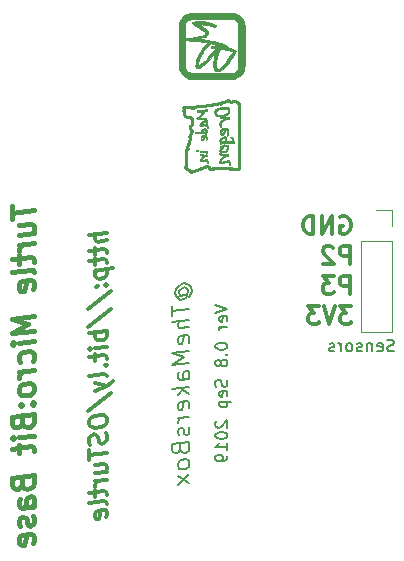
<source format=gbo>
G04 #@! TF.FileFunction,Legend,Bot*
%FSLAX46Y46*%
G04 Gerber Fmt 4.6, Leading zero omitted, Abs format (unit mm)*
G04 Created by KiCad (PCBNEW 4.0.6) date 09/23/19 10:34:53*
%MOMM*%
%LPD*%
G01*
G04 APERTURE LIST*
%ADD10C,0.100000*%
%ADD11C,0.300000*%
%ADD12C,0.200000*%
%ADD13C,0.400000*%
%ADD14C,0.120000*%
%ADD15C,0.002540*%
%ADD16C,0.150000*%
G04 APERTURE END LIST*
D10*
D11*
X155067143Y-84325000D02*
X155210000Y-84253571D01*
X155424286Y-84253571D01*
X155638571Y-84325000D01*
X155781429Y-84467857D01*
X155852857Y-84610714D01*
X155924286Y-84896429D01*
X155924286Y-85110714D01*
X155852857Y-85396429D01*
X155781429Y-85539286D01*
X155638571Y-85682143D01*
X155424286Y-85753571D01*
X155281429Y-85753571D01*
X155067143Y-85682143D01*
X154995714Y-85610714D01*
X154995714Y-85110714D01*
X155281429Y-85110714D01*
X154352857Y-85753571D02*
X154352857Y-84253571D01*
X153495714Y-85753571D01*
X153495714Y-84253571D01*
X152781428Y-85753571D02*
X152781428Y-84253571D01*
X152424285Y-84253571D01*
X152210000Y-84325000D01*
X152067142Y-84467857D01*
X151995714Y-84610714D01*
X151924285Y-84896429D01*
X151924285Y-85110714D01*
X151995714Y-85396429D01*
X152067142Y-85539286D01*
X152210000Y-85682143D01*
X152424285Y-85753571D01*
X152781428Y-85753571D01*
X155852857Y-88303571D02*
X155852857Y-86803571D01*
X155281429Y-86803571D01*
X155138571Y-86875000D01*
X155067143Y-86946429D01*
X154995714Y-87089286D01*
X154995714Y-87303571D01*
X155067143Y-87446429D01*
X155138571Y-87517857D01*
X155281429Y-87589286D01*
X155852857Y-87589286D01*
X154424286Y-86946429D02*
X154352857Y-86875000D01*
X154210000Y-86803571D01*
X153852857Y-86803571D01*
X153710000Y-86875000D01*
X153638571Y-86946429D01*
X153567143Y-87089286D01*
X153567143Y-87232143D01*
X153638571Y-87446429D01*
X154495714Y-88303571D01*
X153567143Y-88303571D01*
X155852857Y-90853571D02*
X155852857Y-89353571D01*
X155281429Y-89353571D01*
X155138571Y-89425000D01*
X155067143Y-89496429D01*
X154995714Y-89639286D01*
X154995714Y-89853571D01*
X155067143Y-89996429D01*
X155138571Y-90067857D01*
X155281429Y-90139286D01*
X155852857Y-90139286D01*
X154495714Y-89353571D02*
X153567143Y-89353571D01*
X154067143Y-89925000D01*
X153852857Y-89925000D01*
X153710000Y-89996429D01*
X153638571Y-90067857D01*
X153567143Y-90210714D01*
X153567143Y-90567857D01*
X153638571Y-90710714D01*
X153710000Y-90782143D01*
X153852857Y-90853571D01*
X154281429Y-90853571D01*
X154424286Y-90782143D01*
X154495714Y-90710714D01*
X155995714Y-91903571D02*
X155067143Y-91903571D01*
X155567143Y-92475000D01*
X155352857Y-92475000D01*
X155210000Y-92546429D01*
X155138571Y-92617857D01*
X155067143Y-92760714D01*
X155067143Y-93117857D01*
X155138571Y-93260714D01*
X155210000Y-93332143D01*
X155352857Y-93403571D01*
X155781429Y-93403571D01*
X155924286Y-93332143D01*
X155995714Y-93260714D01*
X154638572Y-91903571D02*
X154138572Y-93403571D01*
X153638572Y-91903571D01*
X153281429Y-91903571D02*
X152352858Y-91903571D01*
X152852858Y-92475000D01*
X152638572Y-92475000D01*
X152495715Y-92546429D01*
X152424286Y-92617857D01*
X152352858Y-92760714D01*
X152352858Y-93117857D01*
X152424286Y-93260714D01*
X152495715Y-93332143D01*
X152638572Y-93403571D01*
X153067144Y-93403571D01*
X153210001Y-93332143D01*
X153281429Y-93260714D01*
D12*
X141569286Y-90965178D02*
X141497857Y-90902679D01*
X141426429Y-90768750D01*
X141426429Y-90625892D01*
X141497857Y-90474107D01*
X141569286Y-90393750D01*
X141712143Y-90304464D01*
X141855000Y-90286607D01*
X141997857Y-90340179D01*
X142069286Y-90402678D01*
X142140714Y-90536607D01*
X142140714Y-90679465D01*
X142069286Y-90831250D01*
X141997857Y-90911607D01*
X141426429Y-90983035D02*
X141997857Y-90911607D01*
X142069286Y-90974107D01*
X142069286Y-91045535D01*
X141997857Y-91197322D01*
X141855000Y-91286607D01*
X141497857Y-91331250D01*
X141283571Y-91215179D01*
X141140714Y-91018750D01*
X141069286Y-90741964D01*
X141140714Y-90447322D01*
X141283571Y-90215179D01*
X141497857Y-90045536D01*
X141783571Y-89938393D01*
X142069286Y-89974107D01*
X142283571Y-90090179D01*
X142426429Y-90286607D01*
X142497857Y-90563393D01*
X142426429Y-90858035D01*
X142283571Y-91090179D01*
X140783571Y-91849107D02*
X140783571Y-92706250D01*
X142283571Y-92090179D02*
X140783571Y-92277679D01*
X142283571Y-93018750D02*
X140783571Y-93206250D01*
X142283571Y-93661607D02*
X141497857Y-93759821D01*
X141355000Y-93706249D01*
X141283571Y-93572321D01*
X141283571Y-93358036D01*
X141355000Y-93206249D01*
X141426429Y-93125892D01*
X142212143Y-94956249D02*
X142283571Y-94804464D01*
X142283571Y-94518750D01*
X142212143Y-94384821D01*
X142069286Y-94331249D01*
X141497857Y-94402678D01*
X141355000Y-94491964D01*
X141283571Y-94643750D01*
X141283571Y-94929464D01*
X141355000Y-95063392D01*
X141497857Y-95116964D01*
X141640714Y-95099107D01*
X141783571Y-94366964D01*
X142283571Y-95661607D02*
X140783571Y-95849107D01*
X141855000Y-96215178D01*
X140783571Y-96849107D01*
X142283571Y-96661607D01*
X142283571Y-98018750D02*
X141497857Y-98116964D01*
X141355000Y-98063392D01*
X141283571Y-97929464D01*
X141283571Y-97643750D01*
X141355000Y-97491964D01*
X142212143Y-98027678D02*
X142283571Y-97875893D01*
X142283571Y-97518750D01*
X142212143Y-97384821D01*
X142069286Y-97331249D01*
X141926429Y-97349106D01*
X141783571Y-97438393D01*
X141712143Y-97590178D01*
X141712143Y-97947321D01*
X141640714Y-98099107D01*
X142283571Y-98733036D02*
X140783571Y-98920536D01*
X141712143Y-98947321D02*
X142283571Y-99304464D01*
X141283571Y-99429464D02*
X141855000Y-98786607D01*
X142212143Y-100527678D02*
X142283571Y-100375893D01*
X142283571Y-100090179D01*
X142212143Y-99956250D01*
X142069286Y-99902678D01*
X141497857Y-99974107D01*
X141355000Y-100063393D01*
X141283571Y-100215179D01*
X141283571Y-100500893D01*
X141355000Y-100634821D01*
X141497857Y-100688393D01*
X141640714Y-100670536D01*
X141783571Y-99938393D01*
X142283571Y-101233036D02*
X141283571Y-101358036D01*
X141569286Y-101322321D02*
X141426429Y-101411606D01*
X141355000Y-101491964D01*
X141283571Y-101643750D01*
X141283571Y-101786607D01*
X142212143Y-102099106D02*
X142283571Y-102233035D01*
X142283571Y-102518750D01*
X142212143Y-102670535D01*
X142069286Y-102759820D01*
X141997857Y-102768749D01*
X141855000Y-102715178D01*
X141783571Y-102581250D01*
X141783571Y-102366964D01*
X141712143Y-102233035D01*
X141569286Y-102179463D01*
X141497857Y-102188392D01*
X141355000Y-102277678D01*
X141283571Y-102429464D01*
X141283571Y-102643750D01*
X141355000Y-102777678D01*
X141497857Y-103974107D02*
X141569286Y-104179464D01*
X141640714Y-104241964D01*
X141783571Y-104295536D01*
X141997857Y-104268750D01*
X142140714Y-104179464D01*
X142212143Y-104099107D01*
X142283571Y-103947321D01*
X142283571Y-103375893D01*
X140783571Y-103563393D01*
X140783571Y-104063393D01*
X140855000Y-104197321D01*
X140926429Y-104259821D01*
X141069286Y-104313392D01*
X141212143Y-104295535D01*
X141355000Y-104206250D01*
X141426429Y-104125892D01*
X141497857Y-103974107D01*
X141497857Y-103474107D01*
X142283571Y-105090179D02*
X142212143Y-104956249D01*
X142140714Y-104893750D01*
X141997857Y-104840178D01*
X141569286Y-104893749D01*
X141426429Y-104983035D01*
X141355000Y-105063392D01*
X141283571Y-105215179D01*
X141283571Y-105429464D01*
X141355000Y-105563392D01*
X141426429Y-105625892D01*
X141569286Y-105679464D01*
X141997857Y-105625893D01*
X142140714Y-105536607D01*
X142212143Y-105456249D01*
X142283571Y-105304464D01*
X142283571Y-105090179D01*
X142283571Y-106090179D02*
X141283571Y-107000893D01*
X141283571Y-106215179D02*
X142283571Y-106875893D01*
D11*
X135298571Y-85669464D02*
X133798571Y-85856964D01*
X135298571Y-86312321D02*
X134512857Y-86410535D01*
X134370000Y-86356963D01*
X134298571Y-86223035D01*
X134298571Y-86008750D01*
X134370000Y-85856963D01*
X134441429Y-85776606D01*
X134298571Y-86937321D02*
X134298571Y-87508750D01*
X133798571Y-87214107D02*
X135084286Y-87053392D01*
X135227143Y-87106963D01*
X135298571Y-87240893D01*
X135298571Y-87383750D01*
X134298571Y-87794464D02*
X134298571Y-88365893D01*
X133798571Y-88071250D02*
X135084286Y-87910535D01*
X135227143Y-87964106D01*
X135298571Y-88098036D01*
X135298571Y-88240893D01*
X134298571Y-88865893D02*
X135798571Y-88678393D01*
X134370000Y-88856964D02*
X134298571Y-89008750D01*
X134298571Y-89294464D01*
X134370000Y-89428392D01*
X134441429Y-89490892D01*
X134584286Y-89544464D01*
X135012857Y-89490893D01*
X135155714Y-89401607D01*
X135227143Y-89321249D01*
X135298571Y-89169464D01*
X135298571Y-88883750D01*
X135227143Y-88749821D01*
X135155714Y-90115893D02*
X135227143Y-90178392D01*
X135298571Y-90098036D01*
X135227143Y-90035535D01*
X135155714Y-90115893D01*
X135298571Y-90098036D01*
X134370000Y-90214107D02*
X134441429Y-90276606D01*
X134512857Y-90196250D01*
X134441429Y-90133749D01*
X134370000Y-90214107D01*
X134512857Y-90196250D01*
X133727143Y-92080178D02*
X135655714Y-90553393D01*
X133727143Y-93651607D02*
X135655714Y-92124822D01*
X135298571Y-93955180D02*
X133798571Y-94142680D01*
X134370000Y-94071251D02*
X134298571Y-94223037D01*
X134298571Y-94508751D01*
X134370000Y-94642679D01*
X134441429Y-94705179D01*
X134584286Y-94758751D01*
X135012857Y-94705180D01*
X135155714Y-94615894D01*
X135227143Y-94535536D01*
X135298571Y-94383751D01*
X135298571Y-94098037D01*
X135227143Y-93964108D01*
X135298571Y-95312323D02*
X134298571Y-95437323D01*
X133798571Y-95499823D02*
X133870000Y-95419465D01*
X133941429Y-95481965D01*
X133870000Y-95562322D01*
X133798571Y-95499823D01*
X133941429Y-95481965D01*
X134298571Y-95937323D02*
X134298571Y-96508752D01*
X133798571Y-96214109D02*
X135084286Y-96053394D01*
X135227143Y-96106965D01*
X135298571Y-96240895D01*
X135298571Y-96383752D01*
X135155714Y-96901609D02*
X135227143Y-96964108D01*
X135298571Y-96883752D01*
X135227143Y-96821251D01*
X135155714Y-96901609D01*
X135298571Y-96883752D01*
X135298571Y-97812324D02*
X135227143Y-97678394D01*
X135084286Y-97624823D01*
X133798571Y-97785538D01*
X134298571Y-98365895D02*
X135298571Y-98598038D01*
X134298571Y-99080180D02*
X135298571Y-98598038D01*
X135655714Y-98410537D01*
X135727143Y-98330180D01*
X135798571Y-98178395D01*
X133727143Y-100794465D02*
X135655714Y-99267680D01*
X133798571Y-101571252D02*
X133798571Y-101856966D01*
X133870000Y-101990895D01*
X134012857Y-102115895D01*
X134298571Y-102151609D01*
X134798571Y-102089109D01*
X135084286Y-101981966D01*
X135227143Y-101821252D01*
X135298571Y-101669466D01*
X135298571Y-101383752D01*
X135227143Y-101249823D01*
X135084286Y-101124823D01*
X134798571Y-101089109D01*
X134298571Y-101151609D01*
X134012857Y-101258752D01*
X133870000Y-101419466D01*
X133798571Y-101571252D01*
X135227143Y-102606966D02*
X135298571Y-102812324D01*
X135298571Y-103169467D01*
X135227143Y-103321252D01*
X135155714Y-103401610D01*
X135012857Y-103490895D01*
X134870000Y-103508752D01*
X134727143Y-103455181D01*
X134655714Y-103392681D01*
X134584286Y-103258752D01*
X134512857Y-102981967D01*
X134441429Y-102848037D01*
X134370000Y-102785538D01*
X134227143Y-102731966D01*
X134084286Y-102749823D01*
X133941429Y-102839109D01*
X133870000Y-102919466D01*
X133798571Y-103071253D01*
X133798571Y-103428395D01*
X133870000Y-103633752D01*
X133798571Y-104071252D02*
X133798571Y-104928395D01*
X135298571Y-104312324D02*
X133798571Y-104499824D01*
X134298571Y-106008752D02*
X135298571Y-105883752D01*
X134298571Y-105365895D02*
X135084286Y-105267680D01*
X135227143Y-105321251D01*
X135298571Y-105455181D01*
X135298571Y-105669466D01*
X135227143Y-105821251D01*
X135155714Y-105901609D01*
X135298571Y-106598038D02*
X134298571Y-106723038D01*
X134584286Y-106687323D02*
X134441429Y-106776608D01*
X134370000Y-106856966D01*
X134298571Y-107008752D01*
X134298571Y-107151609D01*
X134298571Y-107437323D02*
X134298571Y-108008752D01*
X133798571Y-107714109D02*
X135084286Y-107553394D01*
X135227143Y-107606965D01*
X135298571Y-107740895D01*
X135298571Y-107883752D01*
X135298571Y-108598038D02*
X135227143Y-108464108D01*
X135084286Y-108410537D01*
X133798571Y-108571252D01*
X135227143Y-109749822D02*
X135298571Y-109598037D01*
X135298571Y-109312323D01*
X135227143Y-109178394D01*
X135084286Y-109124822D01*
X134512857Y-109196251D01*
X134370000Y-109285537D01*
X134298571Y-109437323D01*
X134298571Y-109723037D01*
X134370000Y-109856965D01*
X134512857Y-109910537D01*
X134655714Y-109892680D01*
X134798571Y-109160537D01*
D12*
X144486381Y-91789238D02*
X145486381Y-92122571D01*
X144486381Y-92455905D01*
X145438762Y-93170191D02*
X145486381Y-93074953D01*
X145486381Y-92884476D01*
X145438762Y-92789238D01*
X145343524Y-92741619D01*
X144962571Y-92741619D01*
X144867333Y-92789238D01*
X144819714Y-92884476D01*
X144819714Y-93074953D01*
X144867333Y-93170191D01*
X144962571Y-93217810D01*
X145057810Y-93217810D01*
X145153048Y-92741619D01*
X145486381Y-93646381D02*
X144819714Y-93646381D01*
X145010190Y-93646381D02*
X144914952Y-93694000D01*
X144867333Y-93741619D01*
X144819714Y-93836857D01*
X144819714Y-93932096D01*
X144486381Y-95217810D02*
X144486381Y-95313049D01*
X144534000Y-95408287D01*
X144581619Y-95455906D01*
X144676857Y-95503525D01*
X144867333Y-95551144D01*
X145105429Y-95551144D01*
X145295905Y-95503525D01*
X145391143Y-95455906D01*
X145438762Y-95408287D01*
X145486381Y-95313049D01*
X145486381Y-95217810D01*
X145438762Y-95122572D01*
X145391143Y-95074953D01*
X145295905Y-95027334D01*
X145105429Y-94979715D01*
X144867333Y-94979715D01*
X144676857Y-95027334D01*
X144581619Y-95074953D01*
X144534000Y-95122572D01*
X144486381Y-95217810D01*
X145391143Y-95979715D02*
X145438762Y-96027334D01*
X145486381Y-95979715D01*
X145438762Y-95932096D01*
X145391143Y-95979715D01*
X145486381Y-95979715D01*
X144914952Y-96598762D02*
X144867333Y-96503524D01*
X144819714Y-96455905D01*
X144724476Y-96408286D01*
X144676857Y-96408286D01*
X144581619Y-96455905D01*
X144534000Y-96503524D01*
X144486381Y-96598762D01*
X144486381Y-96789239D01*
X144534000Y-96884477D01*
X144581619Y-96932096D01*
X144676857Y-96979715D01*
X144724476Y-96979715D01*
X144819714Y-96932096D01*
X144867333Y-96884477D01*
X144914952Y-96789239D01*
X144914952Y-96598762D01*
X144962571Y-96503524D01*
X145010190Y-96455905D01*
X145105429Y-96408286D01*
X145295905Y-96408286D01*
X145391143Y-96455905D01*
X145438762Y-96503524D01*
X145486381Y-96598762D01*
X145486381Y-96789239D01*
X145438762Y-96884477D01*
X145391143Y-96932096D01*
X145295905Y-96979715D01*
X145105429Y-96979715D01*
X145010190Y-96932096D01*
X144962571Y-96884477D01*
X144914952Y-96789239D01*
X145438762Y-98122572D02*
X145486381Y-98265429D01*
X145486381Y-98503525D01*
X145438762Y-98598763D01*
X145391143Y-98646382D01*
X145295905Y-98694001D01*
X145200667Y-98694001D01*
X145105429Y-98646382D01*
X145057810Y-98598763D01*
X145010190Y-98503525D01*
X144962571Y-98313048D01*
X144914952Y-98217810D01*
X144867333Y-98170191D01*
X144772095Y-98122572D01*
X144676857Y-98122572D01*
X144581619Y-98170191D01*
X144534000Y-98217810D01*
X144486381Y-98313048D01*
X144486381Y-98551144D01*
X144534000Y-98694001D01*
X145438762Y-99503525D02*
X145486381Y-99408287D01*
X145486381Y-99217810D01*
X145438762Y-99122572D01*
X145343524Y-99074953D01*
X144962571Y-99074953D01*
X144867333Y-99122572D01*
X144819714Y-99217810D01*
X144819714Y-99408287D01*
X144867333Y-99503525D01*
X144962571Y-99551144D01*
X145057810Y-99551144D01*
X145153048Y-99074953D01*
X144819714Y-99979715D02*
X145819714Y-99979715D01*
X144867333Y-99979715D02*
X144819714Y-100074953D01*
X144819714Y-100265430D01*
X144867333Y-100360668D01*
X144914952Y-100408287D01*
X145010190Y-100455906D01*
X145295905Y-100455906D01*
X145391143Y-100408287D01*
X145438762Y-100360668D01*
X145486381Y-100265430D01*
X145486381Y-100074953D01*
X145438762Y-99979715D01*
X144581619Y-101598763D02*
X144534000Y-101646382D01*
X144486381Y-101741620D01*
X144486381Y-101979716D01*
X144534000Y-102074954D01*
X144581619Y-102122573D01*
X144676857Y-102170192D01*
X144772095Y-102170192D01*
X144914952Y-102122573D01*
X145486381Y-101551144D01*
X145486381Y-102170192D01*
X144486381Y-102789239D02*
X144486381Y-102884478D01*
X144534000Y-102979716D01*
X144581619Y-103027335D01*
X144676857Y-103074954D01*
X144867333Y-103122573D01*
X145105429Y-103122573D01*
X145295905Y-103074954D01*
X145391143Y-103027335D01*
X145438762Y-102979716D01*
X145486381Y-102884478D01*
X145486381Y-102789239D01*
X145438762Y-102694001D01*
X145391143Y-102646382D01*
X145295905Y-102598763D01*
X145105429Y-102551144D01*
X144867333Y-102551144D01*
X144676857Y-102598763D01*
X144581619Y-102646382D01*
X144534000Y-102694001D01*
X144486381Y-102789239D01*
X145486381Y-104074954D02*
X145486381Y-103503525D01*
X145486381Y-103789239D02*
X144486381Y-103789239D01*
X144629238Y-103694001D01*
X144724476Y-103598763D01*
X144772095Y-103503525D01*
X145486381Y-104551144D02*
X145486381Y-104741620D01*
X145438762Y-104836859D01*
X145391143Y-104884478D01*
X145248286Y-104979716D01*
X145057810Y-105027335D01*
X144676857Y-105027335D01*
X144581619Y-104979716D01*
X144534000Y-104932097D01*
X144486381Y-104836859D01*
X144486381Y-104646382D01*
X144534000Y-104551144D01*
X144581619Y-104503525D01*
X144676857Y-104455906D01*
X144914952Y-104455906D01*
X145010190Y-104503525D01*
X145057810Y-104551144D01*
X145105429Y-104646382D01*
X145105429Y-104836859D01*
X145057810Y-104932097D01*
X145010190Y-104979716D01*
X144914952Y-105027335D01*
D13*
X127256905Y-83424970D02*
X127256905Y-84482113D01*
X129106905Y-83722292D02*
X127256905Y-83953542D01*
X127873571Y-85814554D02*
X129106905Y-85660387D01*
X127873571Y-85021697D02*
X128842619Y-84900566D01*
X129018810Y-84966637D01*
X129106905Y-85131816D01*
X129106905Y-85396102D01*
X129018810Y-85583304D01*
X128930714Y-85682411D01*
X129106905Y-86541340D02*
X127873571Y-86695507D01*
X128225952Y-86651459D02*
X128049762Y-86761578D01*
X127961667Y-86860686D01*
X127873571Y-87047888D01*
X127873571Y-87224079D01*
X127873571Y-87576459D02*
X127873571Y-88281221D01*
X127256905Y-87917828D02*
X128842619Y-87719614D01*
X129018810Y-87785685D01*
X129106905Y-87950864D01*
X129106905Y-88127054D01*
X129106905Y-89008007D02*
X129018810Y-88842828D01*
X128842619Y-88776757D01*
X127256905Y-88974971D01*
X129018810Y-90428543D02*
X129106905Y-90241341D01*
X129106905Y-89888960D01*
X129018810Y-89723781D01*
X128842619Y-89657710D01*
X128137857Y-89745805D01*
X127961667Y-89855924D01*
X127873571Y-90043127D01*
X127873571Y-90395508D01*
X127961667Y-90560686D01*
X128137857Y-90626757D01*
X128314048Y-90604733D01*
X128490238Y-89701757D01*
X129106905Y-92708007D02*
X127256905Y-92939257D01*
X128578333Y-93390745D01*
X127256905Y-94172591D01*
X129106905Y-93941341D01*
X129106905Y-94822293D02*
X127873571Y-94976460D01*
X127256905Y-95053543D02*
X127345000Y-94954436D01*
X127433095Y-95031519D01*
X127345000Y-95130626D01*
X127256905Y-95053543D01*
X127433095Y-95031519D01*
X129018810Y-96507114D02*
X129106905Y-96319912D01*
X129106905Y-95967531D01*
X129018810Y-95802352D01*
X128930714Y-95725269D01*
X128754524Y-95659198D01*
X128225952Y-95725269D01*
X128049762Y-95835388D01*
X127961667Y-95934495D01*
X127873571Y-96121698D01*
X127873571Y-96474079D01*
X127961667Y-96639257D01*
X129106905Y-97288959D02*
X127873571Y-97443126D01*
X128225952Y-97399078D02*
X128049762Y-97509197D01*
X127961667Y-97608305D01*
X127873571Y-97795507D01*
X127873571Y-97971698D01*
X129106905Y-98698483D02*
X129018810Y-98533304D01*
X128930714Y-98456221D01*
X128754524Y-98390150D01*
X128225952Y-98456221D01*
X128049762Y-98566340D01*
X127961667Y-98665447D01*
X127873571Y-98852650D01*
X127873571Y-99116936D01*
X127961667Y-99282114D01*
X128049762Y-99359197D01*
X128225952Y-99425269D01*
X128754524Y-99359198D01*
X128930714Y-99249078D01*
X129018810Y-99149971D01*
X129106905Y-98962769D01*
X129106905Y-98698483D01*
X128930714Y-100130031D02*
X129018810Y-100207114D01*
X129106905Y-100108007D01*
X129018810Y-100030924D01*
X128930714Y-100130031D01*
X129106905Y-100108007D01*
X127961667Y-100251162D02*
X128049762Y-100328245D01*
X128137857Y-100229138D01*
X128049762Y-100152055D01*
X127961667Y-100251162D01*
X128137857Y-100229138D01*
X128137857Y-101726757D02*
X128225952Y-101980031D01*
X128314048Y-102057114D01*
X128490238Y-102123185D01*
X128754524Y-102090150D01*
X128930714Y-101980031D01*
X129018810Y-101880924D01*
X129106905Y-101693721D01*
X129106905Y-100988959D01*
X127256905Y-101220209D01*
X127256905Y-101836876D01*
X127345000Y-102002054D01*
X127433095Y-102079138D01*
X127609286Y-102145209D01*
X127785476Y-102123186D01*
X127961667Y-102013067D01*
X128049762Y-101913959D01*
X128137857Y-101726757D01*
X128137857Y-101110090D01*
X129106905Y-102838959D02*
X127873571Y-102993126D01*
X127256905Y-103070209D02*
X127345000Y-102971102D01*
X127433095Y-103048185D01*
X127345000Y-103147292D01*
X127256905Y-103070209D01*
X127433095Y-103048185D01*
X127873571Y-103609792D02*
X127873571Y-104314554D01*
X127256905Y-103951161D02*
X128842619Y-103752947D01*
X129018810Y-103819018D01*
X129106905Y-103984197D01*
X129106905Y-104160387D01*
X128137857Y-106924376D02*
X128225952Y-107177650D01*
X128314048Y-107254733D01*
X128490238Y-107320804D01*
X128754524Y-107287769D01*
X128930714Y-107177650D01*
X129018810Y-107078543D01*
X129106905Y-106891340D01*
X129106905Y-106186578D01*
X127256905Y-106417828D01*
X127256905Y-107034495D01*
X127345000Y-107199673D01*
X127433095Y-107276757D01*
X127609286Y-107342828D01*
X127785476Y-107320805D01*
X127961667Y-107210686D01*
X128049762Y-107111578D01*
X128137857Y-106924376D01*
X128137857Y-106307709D01*
X129106905Y-108829435D02*
X128137857Y-108950566D01*
X127961667Y-108884495D01*
X127873571Y-108719317D01*
X127873571Y-108366936D01*
X127961667Y-108179733D01*
X129018810Y-108840447D02*
X129106905Y-108653245D01*
X129106905Y-108212769D01*
X129018810Y-108047590D01*
X128842619Y-107981519D01*
X128666429Y-108003542D01*
X128490238Y-108113661D01*
X128402143Y-108300864D01*
X128402143Y-108741340D01*
X128314048Y-108928542D01*
X129018810Y-109633305D02*
X129106905Y-109798483D01*
X129106905Y-110150864D01*
X129018810Y-110338067D01*
X128842619Y-110448186D01*
X128754524Y-110459198D01*
X128578333Y-110393126D01*
X128490238Y-110227947D01*
X128490238Y-109963662D01*
X128402143Y-109798483D01*
X128225952Y-109732412D01*
X128137857Y-109743424D01*
X127961667Y-109853543D01*
X127873571Y-110040746D01*
X127873571Y-110305031D01*
X127961667Y-110470210D01*
X129018810Y-111923781D02*
X129106905Y-111736579D01*
X129106905Y-111384198D01*
X129018810Y-111219019D01*
X128842619Y-111152948D01*
X128137857Y-111241043D01*
X127961667Y-111351162D01*
X127873571Y-111538365D01*
X127873571Y-111890746D01*
X127961667Y-112055924D01*
X128137857Y-112121995D01*
X128314048Y-112099971D01*
X128490238Y-111196995D01*
D14*
X159445000Y-94040000D02*
X156785000Y-94040000D01*
X159445000Y-86360000D02*
X159445000Y-94040000D01*
X156785000Y-86360000D02*
X156785000Y-94040000D01*
X159445000Y-86360000D02*
X156785000Y-86360000D01*
X159445000Y-85090000D02*
X159445000Y-83760000D01*
X159445000Y-83760000D02*
X158115000Y-83760000D01*
D15*
G36*
X142384780Y-80566260D02*
X142422880Y-80566260D01*
X142448280Y-80563720D01*
X142471140Y-80561180D01*
X142488920Y-80556100D01*
X142509240Y-80545940D01*
X142516860Y-80543400D01*
X142544800Y-80530700D01*
X142570200Y-80520540D01*
X142600680Y-80510380D01*
X142636240Y-80500220D01*
X142681960Y-80490060D01*
X142735300Y-80477360D01*
X142753080Y-80472280D01*
X142826740Y-80457040D01*
X142887700Y-80439260D01*
X142941040Y-80424020D01*
X142986760Y-80403700D01*
X143027400Y-80383380D01*
X142397480Y-80383380D01*
X142382240Y-80383380D01*
X142369540Y-80380840D01*
X142356840Y-80373220D01*
X142341600Y-80360520D01*
X142323820Y-80337660D01*
X142313660Y-80327500D01*
X142290800Y-80299560D01*
X142265400Y-80274160D01*
X142242540Y-80256380D01*
X142234920Y-80248760D01*
X142217140Y-80236060D01*
X142191740Y-80215740D01*
X142161260Y-80190340D01*
X142130780Y-80164940D01*
X142128240Y-80162400D01*
X142100300Y-80139540D01*
X142074900Y-80119220D01*
X142057120Y-80106520D01*
X142046960Y-80098900D01*
X142044420Y-80098900D01*
X142039340Y-80093820D01*
X142039340Y-80076040D01*
X142039340Y-80050640D01*
X142044420Y-80020160D01*
X142049500Y-79989680D01*
X142052040Y-79979520D01*
X142054580Y-79966820D01*
X142059660Y-79954120D01*
X142059660Y-79938880D01*
X142062200Y-79921100D01*
X142064740Y-79895700D01*
X142067280Y-79862680D01*
X142067280Y-79824580D01*
X142069820Y-79776320D01*
X142069820Y-79717900D01*
X142072360Y-79646780D01*
X142074900Y-79562960D01*
X142074900Y-79509620D01*
X142077440Y-79423260D01*
X142077440Y-79336900D01*
X142079980Y-79250540D01*
X142079980Y-79166720D01*
X142082520Y-79087980D01*
X142082520Y-79016860D01*
X142082520Y-78953360D01*
X142082520Y-78905100D01*
X142082520Y-78892400D01*
X142082520Y-78699360D01*
X142143480Y-78638400D01*
X142201900Y-78577440D01*
X142201900Y-78536800D01*
X142201900Y-78508860D01*
X142199360Y-78473300D01*
X142194280Y-78445360D01*
X142191740Y-78412340D01*
X142194280Y-78381860D01*
X142199360Y-78348840D01*
X142209520Y-78308200D01*
X142227300Y-78262480D01*
X142250160Y-78206600D01*
X142255240Y-78191360D01*
X142275560Y-78148180D01*
X142288260Y-78115160D01*
X142295880Y-78087220D01*
X142300960Y-78061820D01*
X142306040Y-78033880D01*
X142308580Y-78016100D01*
X142313660Y-77970380D01*
X142318740Y-77934820D01*
X142326360Y-77906880D01*
X142336520Y-77886560D01*
X142349220Y-77866240D01*
X142369540Y-77845920D01*
X142372080Y-77843380D01*
X142392400Y-77820520D01*
X142410180Y-77795120D01*
X142422880Y-77777340D01*
X142422880Y-77777340D01*
X142427960Y-77757020D01*
X142433040Y-77726540D01*
X142440660Y-77690980D01*
X142443200Y-77652880D01*
X142448280Y-77619860D01*
X142448280Y-77594460D01*
X142445740Y-77579220D01*
X142438120Y-77566520D01*
X142425420Y-77543660D01*
X142407640Y-77523340D01*
X142387320Y-77500480D01*
X142379700Y-77485240D01*
X142377160Y-77475080D01*
X142379700Y-77470000D01*
X142387320Y-77459840D01*
X142400020Y-77439520D01*
X142417800Y-77411580D01*
X142438120Y-77381100D01*
X142443200Y-77373480D01*
X142496540Y-77287120D01*
X142499080Y-77210920D01*
X142501620Y-77175360D01*
X142504160Y-77152500D01*
X142506700Y-77139800D01*
X142511780Y-77129640D01*
X142519400Y-77124560D01*
X142524480Y-77122020D01*
X142547340Y-77101700D01*
X142562580Y-77073760D01*
X142570200Y-77043280D01*
X142570200Y-77038200D01*
X142562580Y-77010260D01*
X142544800Y-76982320D01*
X142514320Y-76954380D01*
X142501620Y-76944220D01*
X142488920Y-76931520D01*
X142478760Y-76923900D01*
X142471140Y-76913740D01*
X142463520Y-76901040D01*
X142460980Y-76880720D01*
X142455900Y-76855320D01*
X142450820Y-76817220D01*
X142448280Y-76768960D01*
X142445740Y-76753720D01*
X142435580Y-76644500D01*
X142463520Y-76614020D01*
X142496540Y-76578460D01*
X142521940Y-76542900D01*
X142542260Y-76512420D01*
X142547340Y-76502260D01*
X142552420Y-76479400D01*
X142557500Y-76446380D01*
X142562580Y-76403200D01*
X142567660Y-76357480D01*
X142572740Y-76306680D01*
X142575280Y-76258420D01*
X142575280Y-76212700D01*
X142575280Y-76210160D01*
X142575280Y-76161900D01*
X142570200Y-76118720D01*
X142565120Y-76075540D01*
X142554960Y-76027280D01*
X142544800Y-75981560D01*
X142534640Y-75948540D01*
X142521940Y-75923140D01*
X142509240Y-75900280D01*
X142488920Y-75877420D01*
X142463520Y-75852020D01*
X142443200Y-75834240D01*
X142422880Y-75819000D01*
X142400020Y-75811380D01*
X142372080Y-75803760D01*
X142336520Y-75796140D01*
X142293340Y-75793600D01*
X142242540Y-75788520D01*
X142163800Y-75780900D01*
X142095220Y-75768200D01*
X142039340Y-75747880D01*
X141993620Y-75722480D01*
X141988540Y-75719940D01*
X141963140Y-75694540D01*
X141935200Y-75656440D01*
X141927580Y-75643740D01*
X141914880Y-75615800D01*
X141904720Y-75592940D01*
X141902180Y-75575160D01*
X141902180Y-75552300D01*
X141902180Y-75549760D01*
X141902180Y-75511660D01*
X141894560Y-75468480D01*
X141886940Y-75438000D01*
X141874240Y-75399900D01*
X141869160Y-75371960D01*
X141866620Y-75354180D01*
X141871700Y-75338940D01*
X141876780Y-75323700D01*
X141881860Y-75316080D01*
X141897100Y-75285600D01*
X141902180Y-75242420D01*
X141897100Y-75194160D01*
X141892020Y-75178920D01*
X141886940Y-75156060D01*
X141881860Y-75135740D01*
X141881860Y-75128120D01*
X141886940Y-75128120D01*
X141907260Y-75125580D01*
X141930120Y-75125580D01*
X141932660Y-75125580D01*
X141960600Y-75125580D01*
X141980920Y-75123040D01*
X141998700Y-75117960D01*
X142016480Y-75105260D01*
X142049500Y-75082400D01*
X142168880Y-75090020D01*
X142214600Y-75092560D01*
X142247620Y-75097640D01*
X142273020Y-75100180D01*
X142290800Y-75105260D01*
X142306040Y-75110340D01*
X142321280Y-75117960D01*
X142328900Y-75123040D01*
X142359380Y-75138280D01*
X142387320Y-75145900D01*
X142407640Y-75145900D01*
X142435580Y-75148440D01*
X142458440Y-75150980D01*
X142466060Y-75153520D01*
X142483840Y-75156060D01*
X142509240Y-75161140D01*
X142542260Y-75161140D01*
X142554960Y-75161140D01*
X142587980Y-75161140D01*
X142608300Y-75161140D01*
X142623540Y-75156060D01*
X142633700Y-75148440D01*
X142646400Y-75138280D01*
X142648940Y-75135740D01*
X142664180Y-75115420D01*
X142671800Y-75095100D01*
X142674340Y-75092560D01*
X142674340Y-75082400D01*
X142679420Y-75077320D01*
X142694660Y-75072240D01*
X142720060Y-75069700D01*
X142753080Y-75067160D01*
X142791180Y-75064620D01*
X142814040Y-75064620D01*
X142857220Y-75062080D01*
X142913100Y-75057000D01*
X142984220Y-75049380D01*
X143070580Y-75036680D01*
X143169640Y-75018900D01*
X143177260Y-75018900D01*
X143220440Y-75011280D01*
X143261080Y-75006200D01*
X143291560Y-75001120D01*
X143314420Y-74998580D01*
X143322040Y-74996040D01*
X143334740Y-74996040D01*
X143357600Y-74998580D01*
X143388080Y-74998580D01*
X143418560Y-75001120D01*
X143451580Y-75001120D01*
X143482060Y-75003660D01*
X143502380Y-75006200D01*
X143510000Y-75008740D01*
X143535400Y-75018900D01*
X143565880Y-75021440D01*
X143596360Y-75018900D01*
X143621760Y-75008740D01*
X143634460Y-74993500D01*
X143647160Y-74985880D01*
X143672560Y-74978260D01*
X143713200Y-74968100D01*
X143769080Y-74960480D01*
X143837660Y-74950320D01*
X143916400Y-74942700D01*
X143977360Y-74937620D01*
X144030700Y-74932540D01*
X144081500Y-74927460D01*
X144124680Y-74922380D01*
X144160240Y-74917300D01*
X144185640Y-74914760D01*
X144198340Y-74912220D01*
X144218660Y-74902060D01*
X144246600Y-74891900D01*
X144272000Y-74881740D01*
X144292320Y-74874120D01*
X144307560Y-74866500D01*
X144325340Y-74863960D01*
X144345660Y-74861420D01*
X144371060Y-74861420D01*
X144404080Y-74863960D01*
X144449800Y-74866500D01*
X144470120Y-74866500D01*
X144515840Y-74869040D01*
X144551400Y-74869040D01*
X144579340Y-74863960D01*
X144604740Y-74856340D01*
X144632680Y-74843640D01*
X144665700Y-74823320D01*
X144703800Y-74805540D01*
X144731740Y-74795380D01*
X144759680Y-74790300D01*
X144787620Y-74795380D01*
X144825720Y-74805540D01*
X144835880Y-74810620D01*
X144873980Y-74823320D01*
X144904460Y-74830940D01*
X144924780Y-74830940D01*
X144942560Y-74828400D01*
X144957800Y-74820780D01*
X144960340Y-74820780D01*
X144975580Y-74805540D01*
X144993360Y-74780140D01*
X145011140Y-74749660D01*
X145023840Y-74716640D01*
X145031460Y-74696320D01*
X145036540Y-74676000D01*
X145125440Y-74676000D01*
X145216880Y-74676000D01*
X145280380Y-74645520D01*
X145348960Y-74612500D01*
X145407380Y-74587100D01*
X145455640Y-74566780D01*
X145491200Y-74554080D01*
X145511520Y-74549000D01*
X145529300Y-74546460D01*
X145544540Y-74546460D01*
X145559780Y-74554080D01*
X145580100Y-74569320D01*
X145582640Y-74569320D01*
X145623280Y-74597260D01*
X145661380Y-74620120D01*
X145707100Y-74637900D01*
X145735040Y-74645520D01*
X145788380Y-74660760D01*
X145887440Y-74637900D01*
X145953480Y-74622660D01*
X146006820Y-74615040D01*
X146052540Y-74609960D01*
X146093180Y-74609960D01*
X146131280Y-74617580D01*
X146169380Y-74627740D01*
X146169380Y-74627740D01*
X146212560Y-74642980D01*
X146250660Y-74655680D01*
X146283680Y-74670920D01*
X146306540Y-74681080D01*
X146316700Y-74691240D01*
X146319240Y-74691240D01*
X146321780Y-74701400D01*
X146329400Y-74721720D01*
X146334480Y-74729340D01*
X146342100Y-74752200D01*
X146349720Y-74787760D01*
X146354800Y-74836020D01*
X146357340Y-74896980D01*
X146359880Y-74973180D01*
X146362420Y-75062080D01*
X146362420Y-75163680D01*
X146362420Y-75173840D01*
X146364960Y-75229720D01*
X146364960Y-75295760D01*
X146367500Y-75369420D01*
X146367500Y-75448160D01*
X146370040Y-75526900D01*
X146375120Y-75600560D01*
X146375120Y-75620880D01*
X146382740Y-75857100D01*
X146392900Y-76083160D01*
X146397980Y-76306680D01*
X146403060Y-76530200D01*
X146408140Y-76751180D01*
X146410680Y-76974700D01*
X146413220Y-77200760D01*
X146413220Y-77434440D01*
X146413220Y-77673200D01*
X146413220Y-77924660D01*
X146410680Y-78186280D01*
X146408140Y-78318360D01*
X146405600Y-78503780D01*
X146403060Y-78673960D01*
X146400520Y-78831440D01*
X146397980Y-78976220D01*
X146395440Y-79110840D01*
X146392900Y-79235300D01*
X146390360Y-79352140D01*
X146387820Y-79458820D01*
X146382740Y-79557880D01*
X146380200Y-79649320D01*
X146377660Y-79738220D01*
X146372580Y-79822040D01*
X146370040Y-79867760D01*
X146367500Y-79931260D01*
X146362420Y-79989680D01*
X146359880Y-80043020D01*
X146357340Y-80088740D01*
X146354800Y-80121760D01*
X146354800Y-80144620D01*
X146354800Y-80157320D01*
X146354800Y-80157320D01*
X146347180Y-80157320D01*
X146324320Y-80154780D01*
X146291300Y-80154780D01*
X146243040Y-80152240D01*
X146184620Y-80149700D01*
X146116040Y-80147160D01*
X146037300Y-80142080D01*
X145950940Y-80139540D01*
X145854420Y-80134460D01*
X145752820Y-80129380D01*
X145646140Y-80126840D01*
X145531840Y-80121760D01*
X145415000Y-80114140D01*
X145399760Y-80114140D01*
X145260060Y-80109060D01*
X145133060Y-80103980D01*
X145018760Y-80098900D01*
X144917160Y-80093820D01*
X144828260Y-80088740D01*
X144749520Y-80086200D01*
X144683480Y-80083660D01*
X144622520Y-80081120D01*
X144574260Y-80081120D01*
X144531080Y-80081120D01*
X144498060Y-80081120D01*
X144467580Y-80081120D01*
X144444720Y-80081120D01*
X144426940Y-80083660D01*
X144411700Y-80086200D01*
X144401540Y-80088740D01*
X144391380Y-80091280D01*
X144383760Y-80096360D01*
X144378680Y-80101440D01*
X144371060Y-80106520D01*
X144363440Y-80111600D01*
X144348200Y-80124300D01*
X144332960Y-80131920D01*
X144317720Y-80134460D01*
X144292320Y-80131920D01*
X144282160Y-80131920D01*
X144246600Y-80131920D01*
X144213580Y-80134460D01*
X144172940Y-80144620D01*
X144170400Y-80144620D01*
X144127220Y-80157320D01*
X144096740Y-80164940D01*
X144073880Y-80167480D01*
X144061180Y-80167480D01*
X144051020Y-80164940D01*
X144045940Y-80157320D01*
X144043400Y-80157320D01*
X144038320Y-80139540D01*
X144030700Y-80116680D01*
X144030700Y-80106520D01*
X144023080Y-80078580D01*
X144012920Y-80055720D01*
X143997680Y-80035400D01*
X143974820Y-80017620D01*
X143939260Y-79994760D01*
X143903700Y-79976980D01*
X143814800Y-79933800D01*
X143736060Y-79941420D01*
X143705580Y-79946500D01*
X143677640Y-79951580D01*
X143652240Y-79959200D01*
X143624300Y-79966820D01*
X143588740Y-79979520D01*
X143545560Y-79999840D01*
X143532860Y-80004920D01*
X143482060Y-80025240D01*
X143431260Y-80048100D01*
X143377920Y-80070960D01*
X143332200Y-80091280D01*
X143314420Y-80101440D01*
X143276320Y-80116680D01*
X143248380Y-80129380D01*
X143228060Y-80137000D01*
X143215360Y-80139540D01*
X143205200Y-80137000D01*
X143195040Y-80137000D01*
X143169640Y-80129380D01*
X143139160Y-80129380D01*
X143106140Y-80139540D01*
X143065500Y-80157320D01*
X143017240Y-80182720D01*
X143014700Y-80185260D01*
X142974060Y-80208120D01*
X142938500Y-80228440D01*
X142908020Y-80243680D01*
X142877540Y-80253840D01*
X142844520Y-80266540D01*
X142803880Y-80276700D01*
X142758160Y-80286860D01*
X142712440Y-80297020D01*
X142648940Y-80312260D01*
X142598140Y-80324960D01*
X142557500Y-80335120D01*
X142524480Y-80345280D01*
X142496540Y-80355440D01*
X142473680Y-80363060D01*
X142463520Y-80370680D01*
X142435580Y-80378300D01*
X142405100Y-80383380D01*
X142397480Y-80383380D01*
X143027400Y-80383380D01*
X143029940Y-80380840D01*
X143045180Y-80375760D01*
X143073120Y-80357980D01*
X143095980Y-80347820D01*
X143108680Y-80342740D01*
X143118840Y-80342740D01*
X143129000Y-80347820D01*
X143146780Y-80350360D01*
X143164560Y-80352900D01*
X143187420Y-80347820D01*
X143215360Y-80340200D01*
X143250920Y-80324960D01*
X143299180Y-80304640D01*
X143329660Y-80289400D01*
X143410940Y-80253840D01*
X143487140Y-80218280D01*
X143555720Y-80190340D01*
X143616680Y-80164940D01*
X143667480Y-80144620D01*
X143708120Y-80131920D01*
X143736060Y-80124300D01*
X143738600Y-80124300D01*
X143766540Y-80119220D01*
X143784320Y-80121760D01*
X143804640Y-80126840D01*
X143817340Y-80134460D01*
X143837660Y-80144620D01*
X143850360Y-80157320D01*
X143857980Y-80172560D01*
X143863060Y-80195420D01*
X143865600Y-80208120D01*
X143868140Y-80223360D01*
X143878300Y-80241140D01*
X143893540Y-80258920D01*
X143918940Y-80286860D01*
X143929100Y-80294480D01*
X143954500Y-80319880D01*
X143972280Y-80337660D01*
X143984980Y-80347820D01*
X143997680Y-80352900D01*
X144012920Y-80352900D01*
X144023080Y-80352900D01*
X144076420Y-80350360D01*
X144137380Y-80337660D01*
X144200880Y-80322420D01*
X144228820Y-80314800D01*
X144251680Y-80312260D01*
X144274540Y-80312260D01*
X144305020Y-80314800D01*
X144310100Y-80317340D01*
X144343120Y-80319880D01*
X144371060Y-80319880D01*
X144393920Y-80312260D01*
X144421860Y-80294480D01*
X144444720Y-80276700D01*
X144472660Y-80253840D01*
X145453100Y-80297020D01*
X145572480Y-80302100D01*
X145689320Y-80307180D01*
X145801080Y-80312260D01*
X145907760Y-80317340D01*
X146006820Y-80319880D01*
X146098260Y-80324960D01*
X146182080Y-80327500D01*
X146255740Y-80330040D01*
X146319240Y-80332580D01*
X146372580Y-80335120D01*
X146413220Y-80335120D01*
X146441160Y-80335120D01*
X146456400Y-80335120D01*
X146456400Y-80335120D01*
X146481800Y-80324960D01*
X146504660Y-80304640D01*
X146519900Y-80281780D01*
X146522440Y-80276700D01*
X146524980Y-80264000D01*
X146527520Y-80236060D01*
X146530060Y-80197960D01*
X146535140Y-80149700D01*
X146537680Y-80091280D01*
X146542760Y-80027780D01*
X146545300Y-79954120D01*
X146550380Y-79877920D01*
X146552920Y-79796640D01*
X146558000Y-79715360D01*
X146560540Y-79631540D01*
X146563080Y-79550260D01*
X146565620Y-79468980D01*
X146568160Y-79392780D01*
X146570700Y-79321660D01*
X146573240Y-79278480D01*
X146573240Y-79217520D01*
X146575780Y-79143860D01*
X146575780Y-79060040D01*
X146578320Y-78968600D01*
X146580860Y-78867000D01*
X146580860Y-78760320D01*
X146583400Y-78651100D01*
X146583400Y-78536800D01*
X146585940Y-78425040D01*
X146588480Y-78315820D01*
X146588480Y-78272640D01*
X146588480Y-78171040D01*
X146591020Y-78069440D01*
X146591020Y-77970380D01*
X146593560Y-77873860D01*
X146593560Y-77784960D01*
X146593560Y-77701140D01*
X146596100Y-77627480D01*
X146596100Y-77563980D01*
X146596100Y-77510640D01*
X146596100Y-77470000D01*
X146596100Y-77447140D01*
X146596100Y-77411580D01*
X146596100Y-77360780D01*
X146596100Y-77299820D01*
X146596100Y-77228700D01*
X146596100Y-77152500D01*
X146593560Y-77071220D01*
X146593560Y-76987400D01*
X146591020Y-76903580D01*
X146591020Y-76868020D01*
X146588480Y-76713080D01*
X146583400Y-76563220D01*
X146580860Y-76415900D01*
X146575780Y-76276200D01*
X146573240Y-76144120D01*
X146568160Y-76019660D01*
X146565620Y-75905360D01*
X146563080Y-75803760D01*
X146558000Y-75717400D01*
X146558000Y-75699620D01*
X146555460Y-75643740D01*
X146552920Y-75577700D01*
X146552920Y-75506580D01*
X146550380Y-75435460D01*
X146550380Y-75366880D01*
X146550380Y-75341480D01*
X146550380Y-75275440D01*
X146547840Y-75201780D01*
X146547840Y-75120500D01*
X146542760Y-75041760D01*
X146540220Y-74965560D01*
X146540220Y-74927460D01*
X146527520Y-74711560D01*
X146494500Y-74640440D01*
X146476720Y-74607420D01*
X146464020Y-74582020D01*
X146451320Y-74564240D01*
X146446240Y-74559160D01*
X146425920Y-74543920D01*
X146395440Y-74528680D01*
X146354800Y-74508360D01*
X146311620Y-74490580D01*
X146268440Y-74472800D01*
X146230340Y-74457560D01*
X146189700Y-74444860D01*
X146156680Y-74437240D01*
X146131280Y-74432160D01*
X146100800Y-74429620D01*
X146080480Y-74429620D01*
X146006820Y-74434700D01*
X145923000Y-74447400D01*
X145849340Y-74462640D01*
X145813780Y-74470260D01*
X145785840Y-74470260D01*
X145755360Y-74462640D01*
X145722340Y-74447400D01*
X145684240Y-74424540D01*
X145666460Y-74409300D01*
X145630900Y-74386440D01*
X145605500Y-74371200D01*
X145580100Y-74363580D01*
X145554700Y-74361040D01*
X145521680Y-74363580D01*
X145483580Y-74371200D01*
X145453100Y-74378820D01*
X145412460Y-74391520D01*
X145366740Y-74409300D01*
X145313400Y-74429620D01*
X145262600Y-74455020D01*
X145219420Y-74475340D01*
X145201640Y-74482960D01*
X145186400Y-74490580D01*
X145168620Y-74493120D01*
X145148300Y-74495660D01*
X145117820Y-74495660D01*
X145077180Y-74495660D01*
X145072100Y-74495660D01*
X145023840Y-74498200D01*
X144983200Y-74500740D01*
X144955260Y-74505820D01*
X144932400Y-74518520D01*
X144912080Y-74536300D01*
X144894300Y-74564240D01*
X144873980Y-74602340D01*
X144863820Y-74622660D01*
X144856200Y-74622660D01*
X144838420Y-74620120D01*
X144813020Y-74615040D01*
X144805400Y-74612500D01*
X144759680Y-74607420D01*
X144729200Y-74607420D01*
X144721580Y-74607420D01*
X144678400Y-74620120D01*
X144632680Y-74640440D01*
X144586960Y-74663300D01*
X144574260Y-74670920D01*
X144561560Y-74678540D01*
X144548860Y-74683620D01*
X144533620Y-74688700D01*
X144515840Y-74688700D01*
X144492980Y-74688700D01*
X144462500Y-74688700D01*
X144419320Y-74683620D01*
X144365980Y-74678540D01*
X144363440Y-74678540D01*
X144338040Y-74678540D01*
X144312640Y-74678540D01*
X144284700Y-74686160D01*
X144256760Y-74693780D01*
X144223740Y-74706480D01*
X144193260Y-74716640D01*
X144170400Y-74726800D01*
X144165320Y-74729340D01*
X144152620Y-74734420D01*
X144132300Y-74739500D01*
X144104360Y-74742040D01*
X144066260Y-74747120D01*
X144015460Y-74752200D01*
X143954500Y-74757280D01*
X143885920Y-74764900D01*
X143819880Y-74772520D01*
X143756380Y-74780140D01*
X143695420Y-74790300D01*
X143642080Y-74797920D01*
X143598900Y-74805540D01*
X143568420Y-74815700D01*
X143558260Y-74818240D01*
X143540480Y-74818240D01*
X143522700Y-74815700D01*
X143497300Y-74813160D01*
X143461740Y-74818240D01*
X143461740Y-74818240D01*
X143428720Y-74823320D01*
X143393160Y-74820780D01*
X143375380Y-74818240D01*
X143352520Y-74815700D01*
X143332200Y-74813160D01*
X143309340Y-74815700D01*
X143281400Y-74818240D01*
X143240760Y-74825860D01*
X143225520Y-74828400D01*
X143131540Y-74846180D01*
X143045180Y-74858880D01*
X142963900Y-74869040D01*
X142882620Y-74876660D01*
X142793720Y-74884280D01*
X142717520Y-74889360D01*
X142651480Y-74891900D01*
X142600680Y-74896980D01*
X142560040Y-74899520D01*
X142529560Y-74904600D01*
X142506700Y-74907140D01*
X142488920Y-74914760D01*
X142476220Y-74922380D01*
X142468600Y-74932540D01*
X142460980Y-74940160D01*
X142450820Y-74952860D01*
X142438120Y-74957940D01*
X142420340Y-74955400D01*
X142394940Y-74947780D01*
X142369540Y-74937620D01*
X142369540Y-74937620D01*
X142356840Y-74930000D01*
X142346680Y-74927460D01*
X142333980Y-74922380D01*
X142316200Y-74919840D01*
X142293340Y-74917300D01*
X142262860Y-74914760D01*
X142219680Y-74912220D01*
X142166340Y-74907140D01*
X142138400Y-74907140D01*
X141986000Y-74896980D01*
X141955520Y-74922380D01*
X141925040Y-74947780D01*
X141848840Y-74940160D01*
X141800580Y-74937620D01*
X141765020Y-74937620D01*
X141739620Y-74940160D01*
X141719300Y-74950320D01*
X141704060Y-74963020D01*
X141701520Y-74965560D01*
X141688820Y-74980800D01*
X141683740Y-74998580D01*
X141681200Y-75021440D01*
X141681200Y-75049380D01*
X141688820Y-75087480D01*
X141698980Y-75138280D01*
X141701520Y-75143360D01*
X141721840Y-75234800D01*
X141701520Y-75270360D01*
X141688820Y-75295760D01*
X141681200Y-75318620D01*
X141681200Y-75346560D01*
X141686280Y-75377040D01*
X141693900Y-75420220D01*
X141701520Y-75450700D01*
X141711680Y-75486260D01*
X141719300Y-75514200D01*
X141721840Y-75531980D01*
X141719300Y-75549760D01*
X141716760Y-75562460D01*
X141714220Y-75582780D01*
X141714220Y-75600560D01*
X141716760Y-75620880D01*
X141726920Y-75646280D01*
X141742160Y-75676760D01*
X141759940Y-75709780D01*
X141782800Y-75750420D01*
X141800580Y-75780900D01*
X141818360Y-75803760D01*
X141833600Y-75821540D01*
X141851380Y-75839320D01*
X141874240Y-75857100D01*
X141897100Y-75877420D01*
X141919960Y-75892660D01*
X141940280Y-75902820D01*
X141965680Y-75912980D01*
X141998700Y-75925680D01*
X142041880Y-75938380D01*
X142052040Y-75940920D01*
X142100300Y-75953620D01*
X142140940Y-75961240D01*
X142179040Y-75966320D01*
X142222220Y-75971400D01*
X142237460Y-75971400D01*
X142283180Y-75973940D01*
X142316200Y-75976480D01*
X142339060Y-75984100D01*
X142354300Y-75996800D01*
X142367000Y-76017120D01*
X142374620Y-76047600D01*
X142382240Y-76075540D01*
X142392400Y-76136500D01*
X142397480Y-76207620D01*
X142394940Y-76286360D01*
X142387320Y-76360020D01*
X142379700Y-76438760D01*
X142321280Y-76504800D01*
X142295880Y-76530200D01*
X142278100Y-76555600D01*
X142262860Y-76575920D01*
X142257780Y-76586080D01*
X142257780Y-76601320D01*
X142257780Y-76626720D01*
X142257780Y-76664820D01*
X142262860Y-76708000D01*
X142265400Y-76758800D01*
X142270480Y-76809600D01*
X142275560Y-76860400D01*
X142280640Y-76903580D01*
X142288260Y-76946760D01*
X142293340Y-76977240D01*
X142303500Y-76997560D01*
X142308580Y-77010260D01*
X142316200Y-77020420D01*
X142321280Y-77030580D01*
X142323820Y-77045820D01*
X142323820Y-77066140D01*
X142323820Y-77094080D01*
X142323820Y-77132180D01*
X142321280Y-77233780D01*
X142252700Y-77337920D01*
X142227300Y-77376020D01*
X142206980Y-77409040D01*
X142189200Y-77436980D01*
X142179040Y-77457300D01*
X142173960Y-77464920D01*
X142166340Y-77492860D01*
X142171420Y-77518260D01*
X142186660Y-77548740D01*
X142217140Y-77584300D01*
X142219680Y-77586840D01*
X142240000Y-77609700D01*
X142252700Y-77627480D01*
X142260320Y-77642720D01*
X142262860Y-77657960D01*
X142262860Y-77663040D01*
X142260320Y-77680820D01*
X142257780Y-77693520D01*
X142245080Y-77711300D01*
X142227300Y-77731620D01*
X142217140Y-77741780D01*
X142191740Y-77772260D01*
X142171420Y-77805280D01*
X142156180Y-77843380D01*
X142146020Y-77886560D01*
X142135860Y-77942440D01*
X142133320Y-77970380D01*
X142128240Y-78008480D01*
X142120620Y-78038960D01*
X142110460Y-78069440D01*
X142097760Y-78105000D01*
X142085060Y-78135480D01*
X142067280Y-78178660D01*
X142049500Y-78226920D01*
X142034260Y-78272640D01*
X142026640Y-78300580D01*
X142019020Y-78338680D01*
X142011400Y-78366620D01*
X142011400Y-78389480D01*
X142011400Y-78412340D01*
X142013940Y-78442820D01*
X142021560Y-78503780D01*
X141968220Y-78562200D01*
X141935200Y-78597760D01*
X141914880Y-78625700D01*
X141909800Y-78643480D01*
X141907260Y-78656180D01*
X141907260Y-78684120D01*
X141904720Y-78719680D01*
X141904720Y-78765400D01*
X141904720Y-78816200D01*
X141904720Y-78872080D01*
X141904720Y-78874620D01*
X141904720Y-78958440D01*
X141902180Y-79047340D01*
X141902180Y-79138780D01*
X141902180Y-79230220D01*
X141899640Y-79321660D01*
X141897100Y-79410560D01*
X141897100Y-79494380D01*
X141894560Y-79575660D01*
X141892020Y-79651860D01*
X141889480Y-79720440D01*
X141886940Y-79778860D01*
X141884400Y-79829660D01*
X141881860Y-79867760D01*
X141879320Y-79893160D01*
X141876780Y-79905860D01*
X141874240Y-79923640D01*
X141869160Y-79956660D01*
X141864080Y-79994760D01*
X141861540Y-80035400D01*
X141859000Y-80055720D01*
X141856460Y-80101440D01*
X141853920Y-80134460D01*
X141853920Y-80157320D01*
X141853920Y-80175100D01*
X141856460Y-80187800D01*
X141861540Y-80197960D01*
X141864080Y-80200500D01*
X141884400Y-80225900D01*
X141917420Y-80248760D01*
X141952980Y-80258920D01*
X141968220Y-80266540D01*
X141991080Y-80281780D01*
X142013940Y-80302100D01*
X142021560Y-80307180D01*
X142052040Y-80332580D01*
X142079980Y-80355440D01*
X142102840Y-80375760D01*
X142107920Y-80378300D01*
X142125700Y-80393540D01*
X142151100Y-80418940D01*
X142179040Y-80446880D01*
X142206980Y-80474820D01*
X142232380Y-80502760D01*
X142255240Y-80528160D01*
X142273020Y-80545940D01*
X142285720Y-80556100D01*
X142285720Y-80556100D01*
X142303500Y-80561180D01*
X142333980Y-80566260D01*
X142374620Y-80566260D01*
X142384780Y-80566260D01*
X142384780Y-80566260D01*
X142384780Y-80566260D01*
G37*
X142384780Y-80566260D02*
X142422880Y-80566260D01*
X142448280Y-80563720D01*
X142471140Y-80561180D01*
X142488920Y-80556100D01*
X142509240Y-80545940D01*
X142516860Y-80543400D01*
X142544800Y-80530700D01*
X142570200Y-80520540D01*
X142600680Y-80510380D01*
X142636240Y-80500220D01*
X142681960Y-80490060D01*
X142735300Y-80477360D01*
X142753080Y-80472280D01*
X142826740Y-80457040D01*
X142887700Y-80439260D01*
X142941040Y-80424020D01*
X142986760Y-80403700D01*
X143027400Y-80383380D01*
X142397480Y-80383380D01*
X142382240Y-80383380D01*
X142369540Y-80380840D01*
X142356840Y-80373220D01*
X142341600Y-80360520D01*
X142323820Y-80337660D01*
X142313660Y-80327500D01*
X142290800Y-80299560D01*
X142265400Y-80274160D01*
X142242540Y-80256380D01*
X142234920Y-80248760D01*
X142217140Y-80236060D01*
X142191740Y-80215740D01*
X142161260Y-80190340D01*
X142130780Y-80164940D01*
X142128240Y-80162400D01*
X142100300Y-80139540D01*
X142074900Y-80119220D01*
X142057120Y-80106520D01*
X142046960Y-80098900D01*
X142044420Y-80098900D01*
X142039340Y-80093820D01*
X142039340Y-80076040D01*
X142039340Y-80050640D01*
X142044420Y-80020160D01*
X142049500Y-79989680D01*
X142052040Y-79979520D01*
X142054580Y-79966820D01*
X142059660Y-79954120D01*
X142059660Y-79938880D01*
X142062200Y-79921100D01*
X142064740Y-79895700D01*
X142067280Y-79862680D01*
X142067280Y-79824580D01*
X142069820Y-79776320D01*
X142069820Y-79717900D01*
X142072360Y-79646780D01*
X142074900Y-79562960D01*
X142074900Y-79509620D01*
X142077440Y-79423260D01*
X142077440Y-79336900D01*
X142079980Y-79250540D01*
X142079980Y-79166720D01*
X142082520Y-79087980D01*
X142082520Y-79016860D01*
X142082520Y-78953360D01*
X142082520Y-78905100D01*
X142082520Y-78892400D01*
X142082520Y-78699360D01*
X142143480Y-78638400D01*
X142201900Y-78577440D01*
X142201900Y-78536800D01*
X142201900Y-78508860D01*
X142199360Y-78473300D01*
X142194280Y-78445360D01*
X142191740Y-78412340D01*
X142194280Y-78381860D01*
X142199360Y-78348840D01*
X142209520Y-78308200D01*
X142227300Y-78262480D01*
X142250160Y-78206600D01*
X142255240Y-78191360D01*
X142275560Y-78148180D01*
X142288260Y-78115160D01*
X142295880Y-78087220D01*
X142300960Y-78061820D01*
X142306040Y-78033880D01*
X142308580Y-78016100D01*
X142313660Y-77970380D01*
X142318740Y-77934820D01*
X142326360Y-77906880D01*
X142336520Y-77886560D01*
X142349220Y-77866240D01*
X142369540Y-77845920D01*
X142372080Y-77843380D01*
X142392400Y-77820520D01*
X142410180Y-77795120D01*
X142422880Y-77777340D01*
X142422880Y-77777340D01*
X142427960Y-77757020D01*
X142433040Y-77726540D01*
X142440660Y-77690980D01*
X142443200Y-77652880D01*
X142448280Y-77619860D01*
X142448280Y-77594460D01*
X142445740Y-77579220D01*
X142438120Y-77566520D01*
X142425420Y-77543660D01*
X142407640Y-77523340D01*
X142387320Y-77500480D01*
X142379700Y-77485240D01*
X142377160Y-77475080D01*
X142379700Y-77470000D01*
X142387320Y-77459840D01*
X142400020Y-77439520D01*
X142417800Y-77411580D01*
X142438120Y-77381100D01*
X142443200Y-77373480D01*
X142496540Y-77287120D01*
X142499080Y-77210920D01*
X142501620Y-77175360D01*
X142504160Y-77152500D01*
X142506700Y-77139800D01*
X142511780Y-77129640D01*
X142519400Y-77124560D01*
X142524480Y-77122020D01*
X142547340Y-77101700D01*
X142562580Y-77073760D01*
X142570200Y-77043280D01*
X142570200Y-77038200D01*
X142562580Y-77010260D01*
X142544800Y-76982320D01*
X142514320Y-76954380D01*
X142501620Y-76944220D01*
X142488920Y-76931520D01*
X142478760Y-76923900D01*
X142471140Y-76913740D01*
X142463520Y-76901040D01*
X142460980Y-76880720D01*
X142455900Y-76855320D01*
X142450820Y-76817220D01*
X142448280Y-76768960D01*
X142445740Y-76753720D01*
X142435580Y-76644500D01*
X142463520Y-76614020D01*
X142496540Y-76578460D01*
X142521940Y-76542900D01*
X142542260Y-76512420D01*
X142547340Y-76502260D01*
X142552420Y-76479400D01*
X142557500Y-76446380D01*
X142562580Y-76403200D01*
X142567660Y-76357480D01*
X142572740Y-76306680D01*
X142575280Y-76258420D01*
X142575280Y-76212700D01*
X142575280Y-76210160D01*
X142575280Y-76161900D01*
X142570200Y-76118720D01*
X142565120Y-76075540D01*
X142554960Y-76027280D01*
X142544800Y-75981560D01*
X142534640Y-75948540D01*
X142521940Y-75923140D01*
X142509240Y-75900280D01*
X142488920Y-75877420D01*
X142463520Y-75852020D01*
X142443200Y-75834240D01*
X142422880Y-75819000D01*
X142400020Y-75811380D01*
X142372080Y-75803760D01*
X142336520Y-75796140D01*
X142293340Y-75793600D01*
X142242540Y-75788520D01*
X142163800Y-75780900D01*
X142095220Y-75768200D01*
X142039340Y-75747880D01*
X141993620Y-75722480D01*
X141988540Y-75719940D01*
X141963140Y-75694540D01*
X141935200Y-75656440D01*
X141927580Y-75643740D01*
X141914880Y-75615800D01*
X141904720Y-75592940D01*
X141902180Y-75575160D01*
X141902180Y-75552300D01*
X141902180Y-75549760D01*
X141902180Y-75511660D01*
X141894560Y-75468480D01*
X141886940Y-75438000D01*
X141874240Y-75399900D01*
X141869160Y-75371960D01*
X141866620Y-75354180D01*
X141871700Y-75338940D01*
X141876780Y-75323700D01*
X141881860Y-75316080D01*
X141897100Y-75285600D01*
X141902180Y-75242420D01*
X141897100Y-75194160D01*
X141892020Y-75178920D01*
X141886940Y-75156060D01*
X141881860Y-75135740D01*
X141881860Y-75128120D01*
X141886940Y-75128120D01*
X141907260Y-75125580D01*
X141930120Y-75125580D01*
X141932660Y-75125580D01*
X141960600Y-75125580D01*
X141980920Y-75123040D01*
X141998700Y-75117960D01*
X142016480Y-75105260D01*
X142049500Y-75082400D01*
X142168880Y-75090020D01*
X142214600Y-75092560D01*
X142247620Y-75097640D01*
X142273020Y-75100180D01*
X142290800Y-75105260D01*
X142306040Y-75110340D01*
X142321280Y-75117960D01*
X142328900Y-75123040D01*
X142359380Y-75138280D01*
X142387320Y-75145900D01*
X142407640Y-75145900D01*
X142435580Y-75148440D01*
X142458440Y-75150980D01*
X142466060Y-75153520D01*
X142483840Y-75156060D01*
X142509240Y-75161140D01*
X142542260Y-75161140D01*
X142554960Y-75161140D01*
X142587980Y-75161140D01*
X142608300Y-75161140D01*
X142623540Y-75156060D01*
X142633700Y-75148440D01*
X142646400Y-75138280D01*
X142648940Y-75135740D01*
X142664180Y-75115420D01*
X142671800Y-75095100D01*
X142674340Y-75092560D01*
X142674340Y-75082400D01*
X142679420Y-75077320D01*
X142694660Y-75072240D01*
X142720060Y-75069700D01*
X142753080Y-75067160D01*
X142791180Y-75064620D01*
X142814040Y-75064620D01*
X142857220Y-75062080D01*
X142913100Y-75057000D01*
X142984220Y-75049380D01*
X143070580Y-75036680D01*
X143169640Y-75018900D01*
X143177260Y-75018900D01*
X143220440Y-75011280D01*
X143261080Y-75006200D01*
X143291560Y-75001120D01*
X143314420Y-74998580D01*
X143322040Y-74996040D01*
X143334740Y-74996040D01*
X143357600Y-74998580D01*
X143388080Y-74998580D01*
X143418560Y-75001120D01*
X143451580Y-75001120D01*
X143482060Y-75003660D01*
X143502380Y-75006200D01*
X143510000Y-75008740D01*
X143535400Y-75018900D01*
X143565880Y-75021440D01*
X143596360Y-75018900D01*
X143621760Y-75008740D01*
X143634460Y-74993500D01*
X143647160Y-74985880D01*
X143672560Y-74978260D01*
X143713200Y-74968100D01*
X143769080Y-74960480D01*
X143837660Y-74950320D01*
X143916400Y-74942700D01*
X143977360Y-74937620D01*
X144030700Y-74932540D01*
X144081500Y-74927460D01*
X144124680Y-74922380D01*
X144160240Y-74917300D01*
X144185640Y-74914760D01*
X144198340Y-74912220D01*
X144218660Y-74902060D01*
X144246600Y-74891900D01*
X144272000Y-74881740D01*
X144292320Y-74874120D01*
X144307560Y-74866500D01*
X144325340Y-74863960D01*
X144345660Y-74861420D01*
X144371060Y-74861420D01*
X144404080Y-74863960D01*
X144449800Y-74866500D01*
X144470120Y-74866500D01*
X144515840Y-74869040D01*
X144551400Y-74869040D01*
X144579340Y-74863960D01*
X144604740Y-74856340D01*
X144632680Y-74843640D01*
X144665700Y-74823320D01*
X144703800Y-74805540D01*
X144731740Y-74795380D01*
X144759680Y-74790300D01*
X144787620Y-74795380D01*
X144825720Y-74805540D01*
X144835880Y-74810620D01*
X144873980Y-74823320D01*
X144904460Y-74830940D01*
X144924780Y-74830940D01*
X144942560Y-74828400D01*
X144957800Y-74820780D01*
X144960340Y-74820780D01*
X144975580Y-74805540D01*
X144993360Y-74780140D01*
X145011140Y-74749660D01*
X145023840Y-74716640D01*
X145031460Y-74696320D01*
X145036540Y-74676000D01*
X145125440Y-74676000D01*
X145216880Y-74676000D01*
X145280380Y-74645520D01*
X145348960Y-74612500D01*
X145407380Y-74587100D01*
X145455640Y-74566780D01*
X145491200Y-74554080D01*
X145511520Y-74549000D01*
X145529300Y-74546460D01*
X145544540Y-74546460D01*
X145559780Y-74554080D01*
X145580100Y-74569320D01*
X145582640Y-74569320D01*
X145623280Y-74597260D01*
X145661380Y-74620120D01*
X145707100Y-74637900D01*
X145735040Y-74645520D01*
X145788380Y-74660760D01*
X145887440Y-74637900D01*
X145953480Y-74622660D01*
X146006820Y-74615040D01*
X146052540Y-74609960D01*
X146093180Y-74609960D01*
X146131280Y-74617580D01*
X146169380Y-74627740D01*
X146169380Y-74627740D01*
X146212560Y-74642980D01*
X146250660Y-74655680D01*
X146283680Y-74670920D01*
X146306540Y-74681080D01*
X146316700Y-74691240D01*
X146319240Y-74691240D01*
X146321780Y-74701400D01*
X146329400Y-74721720D01*
X146334480Y-74729340D01*
X146342100Y-74752200D01*
X146349720Y-74787760D01*
X146354800Y-74836020D01*
X146357340Y-74896980D01*
X146359880Y-74973180D01*
X146362420Y-75062080D01*
X146362420Y-75163680D01*
X146362420Y-75173840D01*
X146364960Y-75229720D01*
X146364960Y-75295760D01*
X146367500Y-75369420D01*
X146367500Y-75448160D01*
X146370040Y-75526900D01*
X146375120Y-75600560D01*
X146375120Y-75620880D01*
X146382740Y-75857100D01*
X146392900Y-76083160D01*
X146397980Y-76306680D01*
X146403060Y-76530200D01*
X146408140Y-76751180D01*
X146410680Y-76974700D01*
X146413220Y-77200760D01*
X146413220Y-77434440D01*
X146413220Y-77673200D01*
X146413220Y-77924660D01*
X146410680Y-78186280D01*
X146408140Y-78318360D01*
X146405600Y-78503780D01*
X146403060Y-78673960D01*
X146400520Y-78831440D01*
X146397980Y-78976220D01*
X146395440Y-79110840D01*
X146392900Y-79235300D01*
X146390360Y-79352140D01*
X146387820Y-79458820D01*
X146382740Y-79557880D01*
X146380200Y-79649320D01*
X146377660Y-79738220D01*
X146372580Y-79822040D01*
X146370040Y-79867760D01*
X146367500Y-79931260D01*
X146362420Y-79989680D01*
X146359880Y-80043020D01*
X146357340Y-80088740D01*
X146354800Y-80121760D01*
X146354800Y-80144620D01*
X146354800Y-80157320D01*
X146354800Y-80157320D01*
X146347180Y-80157320D01*
X146324320Y-80154780D01*
X146291300Y-80154780D01*
X146243040Y-80152240D01*
X146184620Y-80149700D01*
X146116040Y-80147160D01*
X146037300Y-80142080D01*
X145950940Y-80139540D01*
X145854420Y-80134460D01*
X145752820Y-80129380D01*
X145646140Y-80126840D01*
X145531840Y-80121760D01*
X145415000Y-80114140D01*
X145399760Y-80114140D01*
X145260060Y-80109060D01*
X145133060Y-80103980D01*
X145018760Y-80098900D01*
X144917160Y-80093820D01*
X144828260Y-80088740D01*
X144749520Y-80086200D01*
X144683480Y-80083660D01*
X144622520Y-80081120D01*
X144574260Y-80081120D01*
X144531080Y-80081120D01*
X144498060Y-80081120D01*
X144467580Y-80081120D01*
X144444720Y-80081120D01*
X144426940Y-80083660D01*
X144411700Y-80086200D01*
X144401540Y-80088740D01*
X144391380Y-80091280D01*
X144383760Y-80096360D01*
X144378680Y-80101440D01*
X144371060Y-80106520D01*
X144363440Y-80111600D01*
X144348200Y-80124300D01*
X144332960Y-80131920D01*
X144317720Y-80134460D01*
X144292320Y-80131920D01*
X144282160Y-80131920D01*
X144246600Y-80131920D01*
X144213580Y-80134460D01*
X144172940Y-80144620D01*
X144170400Y-80144620D01*
X144127220Y-80157320D01*
X144096740Y-80164940D01*
X144073880Y-80167480D01*
X144061180Y-80167480D01*
X144051020Y-80164940D01*
X144045940Y-80157320D01*
X144043400Y-80157320D01*
X144038320Y-80139540D01*
X144030700Y-80116680D01*
X144030700Y-80106520D01*
X144023080Y-80078580D01*
X144012920Y-80055720D01*
X143997680Y-80035400D01*
X143974820Y-80017620D01*
X143939260Y-79994760D01*
X143903700Y-79976980D01*
X143814800Y-79933800D01*
X143736060Y-79941420D01*
X143705580Y-79946500D01*
X143677640Y-79951580D01*
X143652240Y-79959200D01*
X143624300Y-79966820D01*
X143588740Y-79979520D01*
X143545560Y-79999840D01*
X143532860Y-80004920D01*
X143482060Y-80025240D01*
X143431260Y-80048100D01*
X143377920Y-80070960D01*
X143332200Y-80091280D01*
X143314420Y-80101440D01*
X143276320Y-80116680D01*
X143248380Y-80129380D01*
X143228060Y-80137000D01*
X143215360Y-80139540D01*
X143205200Y-80137000D01*
X143195040Y-80137000D01*
X143169640Y-80129380D01*
X143139160Y-80129380D01*
X143106140Y-80139540D01*
X143065500Y-80157320D01*
X143017240Y-80182720D01*
X143014700Y-80185260D01*
X142974060Y-80208120D01*
X142938500Y-80228440D01*
X142908020Y-80243680D01*
X142877540Y-80253840D01*
X142844520Y-80266540D01*
X142803880Y-80276700D01*
X142758160Y-80286860D01*
X142712440Y-80297020D01*
X142648940Y-80312260D01*
X142598140Y-80324960D01*
X142557500Y-80335120D01*
X142524480Y-80345280D01*
X142496540Y-80355440D01*
X142473680Y-80363060D01*
X142463520Y-80370680D01*
X142435580Y-80378300D01*
X142405100Y-80383380D01*
X142397480Y-80383380D01*
X143027400Y-80383380D01*
X143029940Y-80380840D01*
X143045180Y-80375760D01*
X143073120Y-80357980D01*
X143095980Y-80347820D01*
X143108680Y-80342740D01*
X143118840Y-80342740D01*
X143129000Y-80347820D01*
X143146780Y-80350360D01*
X143164560Y-80352900D01*
X143187420Y-80347820D01*
X143215360Y-80340200D01*
X143250920Y-80324960D01*
X143299180Y-80304640D01*
X143329660Y-80289400D01*
X143410940Y-80253840D01*
X143487140Y-80218280D01*
X143555720Y-80190340D01*
X143616680Y-80164940D01*
X143667480Y-80144620D01*
X143708120Y-80131920D01*
X143736060Y-80124300D01*
X143738600Y-80124300D01*
X143766540Y-80119220D01*
X143784320Y-80121760D01*
X143804640Y-80126840D01*
X143817340Y-80134460D01*
X143837660Y-80144620D01*
X143850360Y-80157320D01*
X143857980Y-80172560D01*
X143863060Y-80195420D01*
X143865600Y-80208120D01*
X143868140Y-80223360D01*
X143878300Y-80241140D01*
X143893540Y-80258920D01*
X143918940Y-80286860D01*
X143929100Y-80294480D01*
X143954500Y-80319880D01*
X143972280Y-80337660D01*
X143984980Y-80347820D01*
X143997680Y-80352900D01*
X144012920Y-80352900D01*
X144023080Y-80352900D01*
X144076420Y-80350360D01*
X144137380Y-80337660D01*
X144200880Y-80322420D01*
X144228820Y-80314800D01*
X144251680Y-80312260D01*
X144274540Y-80312260D01*
X144305020Y-80314800D01*
X144310100Y-80317340D01*
X144343120Y-80319880D01*
X144371060Y-80319880D01*
X144393920Y-80312260D01*
X144421860Y-80294480D01*
X144444720Y-80276700D01*
X144472660Y-80253840D01*
X145453100Y-80297020D01*
X145572480Y-80302100D01*
X145689320Y-80307180D01*
X145801080Y-80312260D01*
X145907760Y-80317340D01*
X146006820Y-80319880D01*
X146098260Y-80324960D01*
X146182080Y-80327500D01*
X146255740Y-80330040D01*
X146319240Y-80332580D01*
X146372580Y-80335120D01*
X146413220Y-80335120D01*
X146441160Y-80335120D01*
X146456400Y-80335120D01*
X146456400Y-80335120D01*
X146481800Y-80324960D01*
X146504660Y-80304640D01*
X146519900Y-80281780D01*
X146522440Y-80276700D01*
X146524980Y-80264000D01*
X146527520Y-80236060D01*
X146530060Y-80197960D01*
X146535140Y-80149700D01*
X146537680Y-80091280D01*
X146542760Y-80027780D01*
X146545300Y-79954120D01*
X146550380Y-79877920D01*
X146552920Y-79796640D01*
X146558000Y-79715360D01*
X146560540Y-79631540D01*
X146563080Y-79550260D01*
X146565620Y-79468980D01*
X146568160Y-79392780D01*
X146570700Y-79321660D01*
X146573240Y-79278480D01*
X146573240Y-79217520D01*
X146575780Y-79143860D01*
X146575780Y-79060040D01*
X146578320Y-78968600D01*
X146580860Y-78867000D01*
X146580860Y-78760320D01*
X146583400Y-78651100D01*
X146583400Y-78536800D01*
X146585940Y-78425040D01*
X146588480Y-78315820D01*
X146588480Y-78272640D01*
X146588480Y-78171040D01*
X146591020Y-78069440D01*
X146591020Y-77970380D01*
X146593560Y-77873860D01*
X146593560Y-77784960D01*
X146593560Y-77701140D01*
X146596100Y-77627480D01*
X146596100Y-77563980D01*
X146596100Y-77510640D01*
X146596100Y-77470000D01*
X146596100Y-77447140D01*
X146596100Y-77411580D01*
X146596100Y-77360780D01*
X146596100Y-77299820D01*
X146596100Y-77228700D01*
X146596100Y-77152500D01*
X146593560Y-77071220D01*
X146593560Y-76987400D01*
X146591020Y-76903580D01*
X146591020Y-76868020D01*
X146588480Y-76713080D01*
X146583400Y-76563220D01*
X146580860Y-76415900D01*
X146575780Y-76276200D01*
X146573240Y-76144120D01*
X146568160Y-76019660D01*
X146565620Y-75905360D01*
X146563080Y-75803760D01*
X146558000Y-75717400D01*
X146558000Y-75699620D01*
X146555460Y-75643740D01*
X146552920Y-75577700D01*
X146552920Y-75506580D01*
X146550380Y-75435460D01*
X146550380Y-75366880D01*
X146550380Y-75341480D01*
X146550380Y-75275440D01*
X146547840Y-75201780D01*
X146547840Y-75120500D01*
X146542760Y-75041760D01*
X146540220Y-74965560D01*
X146540220Y-74927460D01*
X146527520Y-74711560D01*
X146494500Y-74640440D01*
X146476720Y-74607420D01*
X146464020Y-74582020D01*
X146451320Y-74564240D01*
X146446240Y-74559160D01*
X146425920Y-74543920D01*
X146395440Y-74528680D01*
X146354800Y-74508360D01*
X146311620Y-74490580D01*
X146268440Y-74472800D01*
X146230340Y-74457560D01*
X146189700Y-74444860D01*
X146156680Y-74437240D01*
X146131280Y-74432160D01*
X146100800Y-74429620D01*
X146080480Y-74429620D01*
X146006820Y-74434700D01*
X145923000Y-74447400D01*
X145849340Y-74462640D01*
X145813780Y-74470260D01*
X145785840Y-74470260D01*
X145755360Y-74462640D01*
X145722340Y-74447400D01*
X145684240Y-74424540D01*
X145666460Y-74409300D01*
X145630900Y-74386440D01*
X145605500Y-74371200D01*
X145580100Y-74363580D01*
X145554700Y-74361040D01*
X145521680Y-74363580D01*
X145483580Y-74371200D01*
X145453100Y-74378820D01*
X145412460Y-74391520D01*
X145366740Y-74409300D01*
X145313400Y-74429620D01*
X145262600Y-74455020D01*
X145219420Y-74475340D01*
X145201640Y-74482960D01*
X145186400Y-74490580D01*
X145168620Y-74493120D01*
X145148300Y-74495660D01*
X145117820Y-74495660D01*
X145077180Y-74495660D01*
X145072100Y-74495660D01*
X145023840Y-74498200D01*
X144983200Y-74500740D01*
X144955260Y-74505820D01*
X144932400Y-74518520D01*
X144912080Y-74536300D01*
X144894300Y-74564240D01*
X144873980Y-74602340D01*
X144863820Y-74622660D01*
X144856200Y-74622660D01*
X144838420Y-74620120D01*
X144813020Y-74615040D01*
X144805400Y-74612500D01*
X144759680Y-74607420D01*
X144729200Y-74607420D01*
X144721580Y-74607420D01*
X144678400Y-74620120D01*
X144632680Y-74640440D01*
X144586960Y-74663300D01*
X144574260Y-74670920D01*
X144561560Y-74678540D01*
X144548860Y-74683620D01*
X144533620Y-74688700D01*
X144515840Y-74688700D01*
X144492980Y-74688700D01*
X144462500Y-74688700D01*
X144419320Y-74683620D01*
X144365980Y-74678540D01*
X144363440Y-74678540D01*
X144338040Y-74678540D01*
X144312640Y-74678540D01*
X144284700Y-74686160D01*
X144256760Y-74693780D01*
X144223740Y-74706480D01*
X144193260Y-74716640D01*
X144170400Y-74726800D01*
X144165320Y-74729340D01*
X144152620Y-74734420D01*
X144132300Y-74739500D01*
X144104360Y-74742040D01*
X144066260Y-74747120D01*
X144015460Y-74752200D01*
X143954500Y-74757280D01*
X143885920Y-74764900D01*
X143819880Y-74772520D01*
X143756380Y-74780140D01*
X143695420Y-74790300D01*
X143642080Y-74797920D01*
X143598900Y-74805540D01*
X143568420Y-74815700D01*
X143558260Y-74818240D01*
X143540480Y-74818240D01*
X143522700Y-74815700D01*
X143497300Y-74813160D01*
X143461740Y-74818240D01*
X143461740Y-74818240D01*
X143428720Y-74823320D01*
X143393160Y-74820780D01*
X143375380Y-74818240D01*
X143352520Y-74815700D01*
X143332200Y-74813160D01*
X143309340Y-74815700D01*
X143281400Y-74818240D01*
X143240760Y-74825860D01*
X143225520Y-74828400D01*
X143131540Y-74846180D01*
X143045180Y-74858880D01*
X142963900Y-74869040D01*
X142882620Y-74876660D01*
X142793720Y-74884280D01*
X142717520Y-74889360D01*
X142651480Y-74891900D01*
X142600680Y-74896980D01*
X142560040Y-74899520D01*
X142529560Y-74904600D01*
X142506700Y-74907140D01*
X142488920Y-74914760D01*
X142476220Y-74922380D01*
X142468600Y-74932540D01*
X142460980Y-74940160D01*
X142450820Y-74952860D01*
X142438120Y-74957940D01*
X142420340Y-74955400D01*
X142394940Y-74947780D01*
X142369540Y-74937620D01*
X142369540Y-74937620D01*
X142356840Y-74930000D01*
X142346680Y-74927460D01*
X142333980Y-74922380D01*
X142316200Y-74919840D01*
X142293340Y-74917300D01*
X142262860Y-74914760D01*
X142219680Y-74912220D01*
X142166340Y-74907140D01*
X142138400Y-74907140D01*
X141986000Y-74896980D01*
X141955520Y-74922380D01*
X141925040Y-74947780D01*
X141848840Y-74940160D01*
X141800580Y-74937620D01*
X141765020Y-74937620D01*
X141739620Y-74940160D01*
X141719300Y-74950320D01*
X141704060Y-74963020D01*
X141701520Y-74965560D01*
X141688820Y-74980800D01*
X141683740Y-74998580D01*
X141681200Y-75021440D01*
X141681200Y-75049380D01*
X141688820Y-75087480D01*
X141698980Y-75138280D01*
X141701520Y-75143360D01*
X141721840Y-75234800D01*
X141701520Y-75270360D01*
X141688820Y-75295760D01*
X141681200Y-75318620D01*
X141681200Y-75346560D01*
X141686280Y-75377040D01*
X141693900Y-75420220D01*
X141701520Y-75450700D01*
X141711680Y-75486260D01*
X141719300Y-75514200D01*
X141721840Y-75531980D01*
X141719300Y-75549760D01*
X141716760Y-75562460D01*
X141714220Y-75582780D01*
X141714220Y-75600560D01*
X141716760Y-75620880D01*
X141726920Y-75646280D01*
X141742160Y-75676760D01*
X141759940Y-75709780D01*
X141782800Y-75750420D01*
X141800580Y-75780900D01*
X141818360Y-75803760D01*
X141833600Y-75821540D01*
X141851380Y-75839320D01*
X141874240Y-75857100D01*
X141897100Y-75877420D01*
X141919960Y-75892660D01*
X141940280Y-75902820D01*
X141965680Y-75912980D01*
X141998700Y-75925680D01*
X142041880Y-75938380D01*
X142052040Y-75940920D01*
X142100300Y-75953620D01*
X142140940Y-75961240D01*
X142179040Y-75966320D01*
X142222220Y-75971400D01*
X142237460Y-75971400D01*
X142283180Y-75973940D01*
X142316200Y-75976480D01*
X142339060Y-75984100D01*
X142354300Y-75996800D01*
X142367000Y-76017120D01*
X142374620Y-76047600D01*
X142382240Y-76075540D01*
X142392400Y-76136500D01*
X142397480Y-76207620D01*
X142394940Y-76286360D01*
X142387320Y-76360020D01*
X142379700Y-76438760D01*
X142321280Y-76504800D01*
X142295880Y-76530200D01*
X142278100Y-76555600D01*
X142262860Y-76575920D01*
X142257780Y-76586080D01*
X142257780Y-76601320D01*
X142257780Y-76626720D01*
X142257780Y-76664820D01*
X142262860Y-76708000D01*
X142265400Y-76758800D01*
X142270480Y-76809600D01*
X142275560Y-76860400D01*
X142280640Y-76903580D01*
X142288260Y-76946760D01*
X142293340Y-76977240D01*
X142303500Y-76997560D01*
X142308580Y-77010260D01*
X142316200Y-77020420D01*
X142321280Y-77030580D01*
X142323820Y-77045820D01*
X142323820Y-77066140D01*
X142323820Y-77094080D01*
X142323820Y-77132180D01*
X142321280Y-77233780D01*
X142252700Y-77337920D01*
X142227300Y-77376020D01*
X142206980Y-77409040D01*
X142189200Y-77436980D01*
X142179040Y-77457300D01*
X142173960Y-77464920D01*
X142166340Y-77492860D01*
X142171420Y-77518260D01*
X142186660Y-77548740D01*
X142217140Y-77584300D01*
X142219680Y-77586840D01*
X142240000Y-77609700D01*
X142252700Y-77627480D01*
X142260320Y-77642720D01*
X142262860Y-77657960D01*
X142262860Y-77663040D01*
X142260320Y-77680820D01*
X142257780Y-77693520D01*
X142245080Y-77711300D01*
X142227300Y-77731620D01*
X142217140Y-77741780D01*
X142191740Y-77772260D01*
X142171420Y-77805280D01*
X142156180Y-77843380D01*
X142146020Y-77886560D01*
X142135860Y-77942440D01*
X142133320Y-77970380D01*
X142128240Y-78008480D01*
X142120620Y-78038960D01*
X142110460Y-78069440D01*
X142097760Y-78105000D01*
X142085060Y-78135480D01*
X142067280Y-78178660D01*
X142049500Y-78226920D01*
X142034260Y-78272640D01*
X142026640Y-78300580D01*
X142019020Y-78338680D01*
X142011400Y-78366620D01*
X142011400Y-78389480D01*
X142011400Y-78412340D01*
X142013940Y-78442820D01*
X142021560Y-78503780D01*
X141968220Y-78562200D01*
X141935200Y-78597760D01*
X141914880Y-78625700D01*
X141909800Y-78643480D01*
X141907260Y-78656180D01*
X141907260Y-78684120D01*
X141904720Y-78719680D01*
X141904720Y-78765400D01*
X141904720Y-78816200D01*
X141904720Y-78872080D01*
X141904720Y-78874620D01*
X141904720Y-78958440D01*
X141902180Y-79047340D01*
X141902180Y-79138780D01*
X141902180Y-79230220D01*
X141899640Y-79321660D01*
X141897100Y-79410560D01*
X141897100Y-79494380D01*
X141894560Y-79575660D01*
X141892020Y-79651860D01*
X141889480Y-79720440D01*
X141886940Y-79778860D01*
X141884400Y-79829660D01*
X141881860Y-79867760D01*
X141879320Y-79893160D01*
X141876780Y-79905860D01*
X141874240Y-79923640D01*
X141869160Y-79956660D01*
X141864080Y-79994760D01*
X141861540Y-80035400D01*
X141859000Y-80055720D01*
X141856460Y-80101440D01*
X141853920Y-80134460D01*
X141853920Y-80157320D01*
X141853920Y-80175100D01*
X141856460Y-80187800D01*
X141861540Y-80197960D01*
X141864080Y-80200500D01*
X141884400Y-80225900D01*
X141917420Y-80248760D01*
X141952980Y-80258920D01*
X141968220Y-80266540D01*
X141991080Y-80281780D01*
X142013940Y-80302100D01*
X142021560Y-80307180D01*
X142052040Y-80332580D01*
X142079980Y-80355440D01*
X142102840Y-80375760D01*
X142107920Y-80378300D01*
X142125700Y-80393540D01*
X142151100Y-80418940D01*
X142179040Y-80446880D01*
X142206980Y-80474820D01*
X142232380Y-80502760D01*
X142255240Y-80528160D01*
X142273020Y-80545940D01*
X142285720Y-80556100D01*
X142285720Y-80556100D01*
X142303500Y-80561180D01*
X142333980Y-80566260D01*
X142374620Y-80566260D01*
X142384780Y-80566260D01*
X142384780Y-80566260D01*
G36*
X144848580Y-78140560D02*
X144866360Y-78140560D01*
X144871440Y-78138020D01*
X144891760Y-78135480D01*
X144919700Y-78125320D01*
X144952720Y-78112620D01*
X144978120Y-78102460D01*
X145021300Y-78084680D01*
X145054320Y-78071980D01*
X145077180Y-78064360D01*
X145094960Y-78061820D01*
X145110200Y-78066900D01*
X145122900Y-78071980D01*
X145140680Y-78087220D01*
X145155920Y-78102460D01*
X145168620Y-78115160D01*
X145181320Y-78117700D01*
X145196560Y-78112620D01*
X145216880Y-78094840D01*
X145221960Y-78092300D01*
X145247360Y-78069440D01*
X145270220Y-78054200D01*
X145290540Y-78044040D01*
X145318480Y-78038960D01*
X145351500Y-78033880D01*
X145394680Y-78031340D01*
X145407380Y-78031340D01*
X145460720Y-78031340D01*
X145511520Y-78031340D01*
X145564860Y-78036420D01*
X145623280Y-78041500D01*
X145691860Y-78051660D01*
X145768060Y-78061820D01*
X145806160Y-78069440D01*
X145862040Y-78077060D01*
X145905220Y-78084680D01*
X145938240Y-78087220D01*
X145961100Y-78089760D01*
X145978880Y-78087220D01*
X145991580Y-78084680D01*
X146001740Y-78079600D01*
X146004280Y-78079600D01*
X146011900Y-78071980D01*
X146014440Y-78064360D01*
X146016980Y-78051660D01*
X146019520Y-78031340D01*
X146019520Y-78000860D01*
X146019520Y-77983080D01*
X146019520Y-77947520D01*
X146016980Y-77929740D01*
X145087340Y-77929740D01*
X145041620Y-77922120D01*
X144998440Y-77906880D01*
X144962880Y-77884020D01*
X144955260Y-77878940D01*
X144940020Y-77853540D01*
X144937480Y-77823060D01*
X144945100Y-77792580D01*
X144962880Y-77762100D01*
X144990820Y-77731620D01*
X145023840Y-77706220D01*
X145064480Y-77688440D01*
X145074640Y-77683360D01*
X145097500Y-77678280D01*
X145125440Y-77673200D01*
X145155920Y-77668120D01*
X145186400Y-77663040D01*
X145214340Y-77660500D01*
X145232120Y-77657960D01*
X145242280Y-77660500D01*
X145244820Y-77670660D01*
X145249900Y-77690980D01*
X145254980Y-77718920D01*
X145257520Y-77749400D01*
X145260060Y-77777340D01*
X145262600Y-77800200D01*
X145262600Y-77810360D01*
X145254980Y-77833220D01*
X145239740Y-77858620D01*
X145229580Y-77868780D01*
X145206720Y-77889100D01*
X145183860Y-77906880D01*
X145171160Y-77911960D01*
X145133060Y-77927200D01*
X145087340Y-77929740D01*
X146016980Y-77929740D01*
X146016980Y-77914500D01*
X146016980Y-77891640D01*
X146014440Y-77881480D01*
X146006820Y-77843380D01*
X145996660Y-77800200D01*
X145981420Y-77754480D01*
X145968720Y-77713840D01*
X145953480Y-77683360D01*
X145953480Y-77678280D01*
X145930620Y-77640180D01*
X145902680Y-77604620D01*
X145872200Y-77574140D01*
X145844260Y-77553820D01*
X145818860Y-77541120D01*
X145796000Y-77541120D01*
X145796000Y-77541120D01*
X145775680Y-77553820D01*
X145757900Y-77574140D01*
X145750280Y-77594460D01*
X145750280Y-77594460D01*
X145757900Y-77609700D01*
X145773140Y-77632560D01*
X145801080Y-77665580D01*
X145803620Y-77670660D01*
X145841720Y-77713840D01*
X145869660Y-77757020D01*
X145889980Y-77800200D01*
X145902680Y-77840840D01*
X145907760Y-77873860D01*
X145900140Y-77901800D01*
X145895060Y-77909420D01*
X145887440Y-77919580D01*
X145879820Y-77922120D01*
X145864580Y-77922120D01*
X145841720Y-77917040D01*
X145839180Y-77914500D01*
X145818860Y-77911960D01*
X145788380Y-77906880D01*
X145747740Y-77901800D01*
X145696940Y-77899260D01*
X145630900Y-77894180D01*
X145554700Y-77889100D01*
X145463260Y-77884020D01*
X145437860Y-77881480D01*
X145346420Y-77876400D01*
X145346420Y-77741780D01*
X145346420Y-77683360D01*
X145346420Y-77640180D01*
X145343880Y-77604620D01*
X145336260Y-77576680D01*
X145328640Y-77556360D01*
X145313400Y-77538580D01*
X145298160Y-77520800D01*
X145293080Y-77515720D01*
X145272760Y-77500480D01*
X145260060Y-77495400D01*
X145239740Y-77495400D01*
X145229580Y-77497940D01*
X145143220Y-77513180D01*
X145067020Y-77538580D01*
X145000980Y-77571600D01*
X144945100Y-77612240D01*
X144934940Y-77622400D01*
X144901920Y-77657960D01*
X144879060Y-77693520D01*
X144858740Y-77734160D01*
X144846040Y-77767180D01*
X144833340Y-77800200D01*
X144818100Y-77833220D01*
X144810480Y-77848460D01*
X144787620Y-77889100D01*
X144810480Y-77917040D01*
X144828260Y-77939900D01*
X144840960Y-77960220D01*
X144843500Y-77983080D01*
X144840960Y-78011020D01*
X144835880Y-78044040D01*
X144828260Y-78077060D01*
X144828260Y-78099920D01*
X144828260Y-78115160D01*
X144830800Y-78125320D01*
X144838420Y-78138020D01*
X144848580Y-78140560D01*
X144848580Y-78140560D01*
X144848580Y-78140560D01*
G37*
X144848580Y-78140560D02*
X144866360Y-78140560D01*
X144871440Y-78138020D01*
X144891760Y-78135480D01*
X144919700Y-78125320D01*
X144952720Y-78112620D01*
X144978120Y-78102460D01*
X145021300Y-78084680D01*
X145054320Y-78071980D01*
X145077180Y-78064360D01*
X145094960Y-78061820D01*
X145110200Y-78066900D01*
X145122900Y-78071980D01*
X145140680Y-78087220D01*
X145155920Y-78102460D01*
X145168620Y-78115160D01*
X145181320Y-78117700D01*
X145196560Y-78112620D01*
X145216880Y-78094840D01*
X145221960Y-78092300D01*
X145247360Y-78069440D01*
X145270220Y-78054200D01*
X145290540Y-78044040D01*
X145318480Y-78038960D01*
X145351500Y-78033880D01*
X145394680Y-78031340D01*
X145407380Y-78031340D01*
X145460720Y-78031340D01*
X145511520Y-78031340D01*
X145564860Y-78036420D01*
X145623280Y-78041500D01*
X145691860Y-78051660D01*
X145768060Y-78061820D01*
X145806160Y-78069440D01*
X145862040Y-78077060D01*
X145905220Y-78084680D01*
X145938240Y-78087220D01*
X145961100Y-78089760D01*
X145978880Y-78087220D01*
X145991580Y-78084680D01*
X146001740Y-78079600D01*
X146004280Y-78079600D01*
X146011900Y-78071980D01*
X146014440Y-78064360D01*
X146016980Y-78051660D01*
X146019520Y-78031340D01*
X146019520Y-78000860D01*
X146019520Y-77983080D01*
X146019520Y-77947520D01*
X146016980Y-77929740D01*
X145087340Y-77929740D01*
X145041620Y-77922120D01*
X144998440Y-77906880D01*
X144962880Y-77884020D01*
X144955260Y-77878940D01*
X144940020Y-77853540D01*
X144937480Y-77823060D01*
X144945100Y-77792580D01*
X144962880Y-77762100D01*
X144990820Y-77731620D01*
X145023840Y-77706220D01*
X145064480Y-77688440D01*
X145074640Y-77683360D01*
X145097500Y-77678280D01*
X145125440Y-77673200D01*
X145155920Y-77668120D01*
X145186400Y-77663040D01*
X145214340Y-77660500D01*
X145232120Y-77657960D01*
X145242280Y-77660500D01*
X145244820Y-77670660D01*
X145249900Y-77690980D01*
X145254980Y-77718920D01*
X145257520Y-77749400D01*
X145260060Y-77777340D01*
X145262600Y-77800200D01*
X145262600Y-77810360D01*
X145254980Y-77833220D01*
X145239740Y-77858620D01*
X145229580Y-77868780D01*
X145206720Y-77889100D01*
X145183860Y-77906880D01*
X145171160Y-77911960D01*
X145133060Y-77927200D01*
X145087340Y-77929740D01*
X146016980Y-77929740D01*
X146016980Y-77914500D01*
X146016980Y-77891640D01*
X146014440Y-77881480D01*
X146006820Y-77843380D01*
X145996660Y-77800200D01*
X145981420Y-77754480D01*
X145968720Y-77713840D01*
X145953480Y-77683360D01*
X145953480Y-77678280D01*
X145930620Y-77640180D01*
X145902680Y-77604620D01*
X145872200Y-77574140D01*
X145844260Y-77553820D01*
X145818860Y-77541120D01*
X145796000Y-77541120D01*
X145796000Y-77541120D01*
X145775680Y-77553820D01*
X145757900Y-77574140D01*
X145750280Y-77594460D01*
X145750280Y-77594460D01*
X145757900Y-77609700D01*
X145773140Y-77632560D01*
X145801080Y-77665580D01*
X145803620Y-77670660D01*
X145841720Y-77713840D01*
X145869660Y-77757020D01*
X145889980Y-77800200D01*
X145902680Y-77840840D01*
X145907760Y-77873860D01*
X145900140Y-77901800D01*
X145895060Y-77909420D01*
X145887440Y-77919580D01*
X145879820Y-77922120D01*
X145864580Y-77922120D01*
X145841720Y-77917040D01*
X145839180Y-77914500D01*
X145818860Y-77911960D01*
X145788380Y-77906880D01*
X145747740Y-77901800D01*
X145696940Y-77899260D01*
X145630900Y-77894180D01*
X145554700Y-77889100D01*
X145463260Y-77884020D01*
X145437860Y-77881480D01*
X145346420Y-77876400D01*
X145346420Y-77741780D01*
X145346420Y-77683360D01*
X145346420Y-77640180D01*
X145343880Y-77604620D01*
X145336260Y-77576680D01*
X145328640Y-77556360D01*
X145313400Y-77538580D01*
X145298160Y-77520800D01*
X145293080Y-77515720D01*
X145272760Y-77500480D01*
X145260060Y-77495400D01*
X145239740Y-77495400D01*
X145229580Y-77497940D01*
X145143220Y-77513180D01*
X145067020Y-77538580D01*
X145000980Y-77571600D01*
X144945100Y-77612240D01*
X144934940Y-77622400D01*
X144901920Y-77657960D01*
X144879060Y-77693520D01*
X144858740Y-77734160D01*
X144846040Y-77767180D01*
X144833340Y-77800200D01*
X144818100Y-77833220D01*
X144810480Y-77848460D01*
X144787620Y-77889100D01*
X144810480Y-77917040D01*
X144828260Y-77939900D01*
X144840960Y-77960220D01*
X144843500Y-77983080D01*
X144840960Y-78011020D01*
X144835880Y-78044040D01*
X144828260Y-78077060D01*
X144828260Y-78099920D01*
X144828260Y-78115160D01*
X144830800Y-78125320D01*
X144838420Y-78138020D01*
X144848580Y-78140560D01*
X144848580Y-78140560D01*
G36*
X145699480Y-79949040D02*
X145709640Y-79941420D01*
X145712180Y-79941420D01*
X145719800Y-79923640D01*
X145724880Y-79895700D01*
X145727420Y-79860140D01*
X145724880Y-79819500D01*
X145722340Y-79778860D01*
X145717260Y-79761080D01*
X145707100Y-79715360D01*
X145691860Y-79667100D01*
X145671540Y-79623920D01*
X145651220Y-79588360D01*
X145635980Y-79565500D01*
X145623280Y-79550260D01*
X145610580Y-79542640D01*
X145590260Y-79537560D01*
X145564860Y-79532480D01*
X145557240Y-79529940D01*
X145501360Y-79527400D01*
X145445480Y-79532480D01*
X145381980Y-79545180D01*
X145310860Y-79568040D01*
X145293080Y-79573120D01*
X145211800Y-79601060D01*
X145140680Y-79621380D01*
X145077180Y-79634080D01*
X145018760Y-79639160D01*
X145011140Y-79639160D01*
X144962880Y-79636620D01*
X144924780Y-79629000D01*
X144901920Y-79616300D01*
X144891760Y-79595980D01*
X144896840Y-79570580D01*
X144896840Y-79565500D01*
X144909540Y-79547720D01*
X144929860Y-79519780D01*
X144955260Y-79489300D01*
X144983200Y-79456280D01*
X145013680Y-79423260D01*
X145041620Y-79392780D01*
X145051780Y-79385160D01*
X145138140Y-79311500D01*
X145229580Y-79253080D01*
X145321020Y-79207360D01*
X145415000Y-79176880D01*
X145478500Y-79166720D01*
X145508980Y-79161640D01*
X145536920Y-79154020D01*
X145554700Y-79146400D01*
X145554700Y-79146400D01*
X145564860Y-79138780D01*
X145567400Y-79131160D01*
X145569940Y-79115920D01*
X145567400Y-79093060D01*
X145562320Y-79062580D01*
X145557240Y-79027020D01*
X145549620Y-78988920D01*
X145468340Y-78983840D01*
X145425160Y-78981300D01*
X145374360Y-78981300D01*
X145326100Y-78978760D01*
X145305780Y-78978760D01*
X145257520Y-78978760D01*
X145209260Y-78976220D01*
X145161000Y-78971140D01*
X145107660Y-78966060D01*
X145044160Y-78955900D01*
X144973040Y-78945740D01*
X144927320Y-78938120D01*
X144881600Y-78930500D01*
X144840960Y-78925420D01*
X144805400Y-78920340D01*
X144782540Y-78917800D01*
X144769840Y-78917800D01*
X144767300Y-78917800D01*
X144759680Y-78927960D01*
X144757140Y-78945740D01*
X144762220Y-78971140D01*
X144774920Y-78996540D01*
X144790160Y-79016860D01*
X144810480Y-79034640D01*
X144838420Y-79049880D01*
X144876520Y-79065120D01*
X144924780Y-79080360D01*
X144988280Y-79093060D01*
X144993360Y-79095600D01*
X145046700Y-79108300D01*
X145089880Y-79115920D01*
X145120360Y-79126080D01*
X145140680Y-79131160D01*
X145153380Y-79136240D01*
X145158460Y-79141320D01*
X145161000Y-79146400D01*
X145161000Y-79146400D01*
X145155920Y-79154020D01*
X145140680Y-79171800D01*
X145120360Y-79197200D01*
X145092420Y-79227680D01*
X145059400Y-79263240D01*
X145021300Y-79301340D01*
X145018760Y-79303880D01*
X144955260Y-79369920D01*
X144904460Y-79425800D01*
X144861280Y-79471520D01*
X144828260Y-79512160D01*
X144802860Y-79547720D01*
X144785080Y-79575660D01*
X144774920Y-79601060D01*
X144769840Y-79623920D01*
X144772380Y-79646780D01*
X144777460Y-79669640D01*
X144790160Y-79692500D01*
X144802860Y-79712820D01*
X144820640Y-79738220D01*
X144838420Y-79756000D01*
X144863820Y-79766160D01*
X144894300Y-79773780D01*
X144934940Y-79776320D01*
X144980660Y-79778860D01*
X145049240Y-79776320D01*
X145107660Y-79771240D01*
X145158460Y-79758540D01*
X145211800Y-79740760D01*
X145232120Y-79733140D01*
X145293080Y-79710280D01*
X145354040Y-79692500D01*
X145412460Y-79682340D01*
X145465800Y-79674720D01*
X145514060Y-79677260D01*
X145544540Y-79682340D01*
X145562320Y-79689960D01*
X145577560Y-79702660D01*
X145592800Y-79722980D01*
X145605500Y-79750920D01*
X145620740Y-79789020D01*
X145635980Y-79832200D01*
X145648680Y-79867760D01*
X145661380Y-79898240D01*
X145674080Y-79923640D01*
X145681700Y-79933800D01*
X145691860Y-79946500D01*
X145699480Y-79949040D01*
X145699480Y-79949040D01*
X145699480Y-79949040D01*
G37*
X145699480Y-79949040D02*
X145709640Y-79941420D01*
X145712180Y-79941420D01*
X145719800Y-79923640D01*
X145724880Y-79895700D01*
X145727420Y-79860140D01*
X145724880Y-79819500D01*
X145722340Y-79778860D01*
X145717260Y-79761080D01*
X145707100Y-79715360D01*
X145691860Y-79667100D01*
X145671540Y-79623920D01*
X145651220Y-79588360D01*
X145635980Y-79565500D01*
X145623280Y-79550260D01*
X145610580Y-79542640D01*
X145590260Y-79537560D01*
X145564860Y-79532480D01*
X145557240Y-79529940D01*
X145501360Y-79527400D01*
X145445480Y-79532480D01*
X145381980Y-79545180D01*
X145310860Y-79568040D01*
X145293080Y-79573120D01*
X145211800Y-79601060D01*
X145140680Y-79621380D01*
X145077180Y-79634080D01*
X145018760Y-79639160D01*
X145011140Y-79639160D01*
X144962880Y-79636620D01*
X144924780Y-79629000D01*
X144901920Y-79616300D01*
X144891760Y-79595980D01*
X144896840Y-79570580D01*
X144896840Y-79565500D01*
X144909540Y-79547720D01*
X144929860Y-79519780D01*
X144955260Y-79489300D01*
X144983200Y-79456280D01*
X145013680Y-79423260D01*
X145041620Y-79392780D01*
X145051780Y-79385160D01*
X145138140Y-79311500D01*
X145229580Y-79253080D01*
X145321020Y-79207360D01*
X145415000Y-79176880D01*
X145478500Y-79166720D01*
X145508980Y-79161640D01*
X145536920Y-79154020D01*
X145554700Y-79146400D01*
X145554700Y-79146400D01*
X145564860Y-79138780D01*
X145567400Y-79131160D01*
X145569940Y-79115920D01*
X145567400Y-79093060D01*
X145562320Y-79062580D01*
X145557240Y-79027020D01*
X145549620Y-78988920D01*
X145468340Y-78983840D01*
X145425160Y-78981300D01*
X145374360Y-78981300D01*
X145326100Y-78978760D01*
X145305780Y-78978760D01*
X145257520Y-78978760D01*
X145209260Y-78976220D01*
X145161000Y-78971140D01*
X145107660Y-78966060D01*
X145044160Y-78955900D01*
X144973040Y-78945740D01*
X144927320Y-78938120D01*
X144881600Y-78930500D01*
X144840960Y-78925420D01*
X144805400Y-78920340D01*
X144782540Y-78917800D01*
X144769840Y-78917800D01*
X144767300Y-78917800D01*
X144759680Y-78927960D01*
X144757140Y-78945740D01*
X144762220Y-78971140D01*
X144774920Y-78996540D01*
X144790160Y-79016860D01*
X144810480Y-79034640D01*
X144838420Y-79049880D01*
X144876520Y-79065120D01*
X144924780Y-79080360D01*
X144988280Y-79093060D01*
X144993360Y-79095600D01*
X145046700Y-79108300D01*
X145089880Y-79115920D01*
X145120360Y-79126080D01*
X145140680Y-79131160D01*
X145153380Y-79136240D01*
X145158460Y-79141320D01*
X145161000Y-79146400D01*
X145161000Y-79146400D01*
X145155920Y-79154020D01*
X145140680Y-79171800D01*
X145120360Y-79197200D01*
X145092420Y-79227680D01*
X145059400Y-79263240D01*
X145021300Y-79301340D01*
X145018760Y-79303880D01*
X144955260Y-79369920D01*
X144904460Y-79425800D01*
X144861280Y-79471520D01*
X144828260Y-79512160D01*
X144802860Y-79547720D01*
X144785080Y-79575660D01*
X144774920Y-79601060D01*
X144769840Y-79623920D01*
X144772380Y-79646780D01*
X144777460Y-79669640D01*
X144790160Y-79692500D01*
X144802860Y-79712820D01*
X144820640Y-79738220D01*
X144838420Y-79756000D01*
X144863820Y-79766160D01*
X144894300Y-79773780D01*
X144934940Y-79776320D01*
X144980660Y-79778860D01*
X145049240Y-79776320D01*
X145107660Y-79771240D01*
X145158460Y-79758540D01*
X145211800Y-79740760D01*
X145232120Y-79733140D01*
X145293080Y-79710280D01*
X145354040Y-79692500D01*
X145412460Y-79682340D01*
X145465800Y-79674720D01*
X145514060Y-79677260D01*
X145544540Y-79682340D01*
X145562320Y-79689960D01*
X145577560Y-79702660D01*
X145592800Y-79722980D01*
X145605500Y-79750920D01*
X145620740Y-79789020D01*
X145635980Y-79832200D01*
X145648680Y-79867760D01*
X145661380Y-79898240D01*
X145674080Y-79923640D01*
X145681700Y-79933800D01*
X145691860Y-79946500D01*
X145699480Y-79949040D01*
X145699480Y-79949040D01*
G36*
X144604740Y-75773280D02*
X144642840Y-75773280D01*
X144688560Y-75773280D01*
X144744440Y-75770740D01*
X144802860Y-75768200D01*
X144866360Y-75768200D01*
X144929860Y-75765660D01*
X144993360Y-75763120D01*
X145051780Y-75760580D01*
X145105120Y-75758040D01*
X145148300Y-75755500D01*
X145183860Y-75752960D01*
X145201640Y-75750420D01*
X145257520Y-75742800D01*
X145308320Y-75727560D01*
X145341340Y-75717400D01*
X145374360Y-75702160D01*
X145407380Y-75689460D01*
X145422620Y-75684380D01*
X145049240Y-75684380D01*
X145011140Y-75684380D01*
X144962880Y-75681840D01*
X144924780Y-75681840D01*
X144848580Y-75679300D01*
X144782540Y-75674220D01*
X144729200Y-75669140D01*
X144686020Y-75661520D01*
X144647920Y-75653900D01*
X144617440Y-75641200D01*
X144602200Y-75633580D01*
X144569180Y-75613260D01*
X144548860Y-75590400D01*
X144536160Y-75557380D01*
X144533620Y-75516740D01*
X144533620Y-75516740D01*
X144533620Y-75488800D01*
X144528540Y-75471020D01*
X144520920Y-75458320D01*
X144515840Y-75453240D01*
X144498060Y-75432920D01*
X144495520Y-75410060D01*
X144505680Y-75387200D01*
X144528540Y-75359260D01*
X144536160Y-75351640D01*
X144584420Y-75313540D01*
X144645380Y-75277980D01*
X144719040Y-75247500D01*
X144800320Y-75219560D01*
X144891760Y-75196700D01*
X144952720Y-75184000D01*
X145011140Y-75176380D01*
X145074640Y-75168760D01*
X145140680Y-75163680D01*
X145206720Y-75158600D01*
X145270220Y-75156060D01*
X145328640Y-75153520D01*
X145381980Y-75153520D01*
X145425160Y-75156060D01*
X145455640Y-75161140D01*
X145460720Y-75161140D01*
X145493740Y-75176380D01*
X145524220Y-75201780D01*
X145544540Y-75229720D01*
X145547080Y-75242420D01*
X145552160Y-75262740D01*
X145554700Y-75277980D01*
X145554700Y-75295760D01*
X145552160Y-75318620D01*
X145549620Y-75326240D01*
X145534380Y-75377040D01*
X145508980Y-75430380D01*
X145478500Y-75481180D01*
X145442940Y-75524360D01*
X145404840Y-75559920D01*
X145394680Y-75567540D01*
X145371820Y-75580240D01*
X145338800Y-75595480D01*
X145298160Y-75613260D01*
X145254980Y-75631040D01*
X145211800Y-75648820D01*
X145171160Y-75664060D01*
X145140680Y-75674220D01*
X145138140Y-75674220D01*
X145120360Y-75676760D01*
X145100040Y-75681840D01*
X145077180Y-75681840D01*
X145049240Y-75684380D01*
X145422620Y-75684380D01*
X145437860Y-75679300D01*
X145442940Y-75676760D01*
X145475960Y-75656440D01*
X145514060Y-75625960D01*
X145549620Y-75585320D01*
X145585180Y-75537060D01*
X145592800Y-75521820D01*
X145605500Y-75501500D01*
X145615660Y-75481180D01*
X145623280Y-75460860D01*
X145630900Y-75438000D01*
X145635980Y-75407520D01*
X145643600Y-75369420D01*
X145653760Y-75318620D01*
X145653760Y-75311000D01*
X145661380Y-75262740D01*
X145666460Y-75229720D01*
X145669000Y-75201780D01*
X145666460Y-75181460D01*
X145663920Y-75163680D01*
X145656300Y-75145900D01*
X145653760Y-75140820D01*
X145633440Y-75107800D01*
X145605500Y-75072240D01*
X145572480Y-75041760D01*
X145539460Y-75018900D01*
X145534380Y-75016360D01*
X145508980Y-75003660D01*
X145481040Y-74996040D01*
X145453100Y-74990960D01*
X145417540Y-74988420D01*
X145376900Y-74988420D01*
X145328640Y-74990960D01*
X145270220Y-74996040D01*
X145201640Y-75003660D01*
X145120360Y-75013820D01*
X145074640Y-75021440D01*
X144962880Y-75036680D01*
X144863820Y-75057000D01*
X144774920Y-75074780D01*
X144701260Y-75095100D01*
X144635220Y-75115420D01*
X144579340Y-75140820D01*
X144528540Y-75166220D01*
X144487900Y-75194160D01*
X144457420Y-75219560D01*
X144416780Y-75265280D01*
X144388840Y-75316080D01*
X144373600Y-75371960D01*
X144368520Y-75425300D01*
X144371060Y-75453240D01*
X144376140Y-75471020D01*
X144386300Y-75488800D01*
X144388840Y-75488800D01*
X144404080Y-75514200D01*
X144411700Y-75549760D01*
X144414240Y-75557380D01*
X144419320Y-75592940D01*
X144434560Y-75625960D01*
X144457420Y-75658980D01*
X144490440Y-75697080D01*
X144513300Y-75719940D01*
X144538700Y-75745340D01*
X144556480Y-75760580D01*
X144571720Y-75768200D01*
X144584420Y-75773280D01*
X144599660Y-75773280D01*
X144604740Y-75773280D01*
X144604740Y-75773280D01*
X144604740Y-75773280D01*
G37*
X144604740Y-75773280D02*
X144642840Y-75773280D01*
X144688560Y-75773280D01*
X144744440Y-75770740D01*
X144802860Y-75768200D01*
X144866360Y-75768200D01*
X144929860Y-75765660D01*
X144993360Y-75763120D01*
X145051780Y-75760580D01*
X145105120Y-75758040D01*
X145148300Y-75755500D01*
X145183860Y-75752960D01*
X145201640Y-75750420D01*
X145257520Y-75742800D01*
X145308320Y-75727560D01*
X145341340Y-75717400D01*
X145374360Y-75702160D01*
X145407380Y-75689460D01*
X145422620Y-75684380D01*
X145049240Y-75684380D01*
X145011140Y-75684380D01*
X144962880Y-75681840D01*
X144924780Y-75681840D01*
X144848580Y-75679300D01*
X144782540Y-75674220D01*
X144729200Y-75669140D01*
X144686020Y-75661520D01*
X144647920Y-75653900D01*
X144617440Y-75641200D01*
X144602200Y-75633580D01*
X144569180Y-75613260D01*
X144548860Y-75590400D01*
X144536160Y-75557380D01*
X144533620Y-75516740D01*
X144533620Y-75516740D01*
X144533620Y-75488800D01*
X144528540Y-75471020D01*
X144520920Y-75458320D01*
X144515840Y-75453240D01*
X144498060Y-75432920D01*
X144495520Y-75410060D01*
X144505680Y-75387200D01*
X144528540Y-75359260D01*
X144536160Y-75351640D01*
X144584420Y-75313540D01*
X144645380Y-75277980D01*
X144719040Y-75247500D01*
X144800320Y-75219560D01*
X144891760Y-75196700D01*
X144952720Y-75184000D01*
X145011140Y-75176380D01*
X145074640Y-75168760D01*
X145140680Y-75163680D01*
X145206720Y-75158600D01*
X145270220Y-75156060D01*
X145328640Y-75153520D01*
X145381980Y-75153520D01*
X145425160Y-75156060D01*
X145455640Y-75161140D01*
X145460720Y-75161140D01*
X145493740Y-75176380D01*
X145524220Y-75201780D01*
X145544540Y-75229720D01*
X145547080Y-75242420D01*
X145552160Y-75262740D01*
X145554700Y-75277980D01*
X145554700Y-75295760D01*
X145552160Y-75318620D01*
X145549620Y-75326240D01*
X145534380Y-75377040D01*
X145508980Y-75430380D01*
X145478500Y-75481180D01*
X145442940Y-75524360D01*
X145404840Y-75559920D01*
X145394680Y-75567540D01*
X145371820Y-75580240D01*
X145338800Y-75595480D01*
X145298160Y-75613260D01*
X145254980Y-75631040D01*
X145211800Y-75648820D01*
X145171160Y-75664060D01*
X145140680Y-75674220D01*
X145138140Y-75674220D01*
X145120360Y-75676760D01*
X145100040Y-75681840D01*
X145077180Y-75681840D01*
X145049240Y-75684380D01*
X145422620Y-75684380D01*
X145437860Y-75679300D01*
X145442940Y-75676760D01*
X145475960Y-75656440D01*
X145514060Y-75625960D01*
X145549620Y-75585320D01*
X145585180Y-75537060D01*
X145592800Y-75521820D01*
X145605500Y-75501500D01*
X145615660Y-75481180D01*
X145623280Y-75460860D01*
X145630900Y-75438000D01*
X145635980Y-75407520D01*
X145643600Y-75369420D01*
X145653760Y-75318620D01*
X145653760Y-75311000D01*
X145661380Y-75262740D01*
X145666460Y-75229720D01*
X145669000Y-75201780D01*
X145666460Y-75181460D01*
X145663920Y-75163680D01*
X145656300Y-75145900D01*
X145653760Y-75140820D01*
X145633440Y-75107800D01*
X145605500Y-75072240D01*
X145572480Y-75041760D01*
X145539460Y-75018900D01*
X145534380Y-75016360D01*
X145508980Y-75003660D01*
X145481040Y-74996040D01*
X145453100Y-74990960D01*
X145417540Y-74988420D01*
X145376900Y-74988420D01*
X145328640Y-74990960D01*
X145270220Y-74996040D01*
X145201640Y-75003660D01*
X145120360Y-75013820D01*
X145074640Y-75021440D01*
X144962880Y-75036680D01*
X144863820Y-75057000D01*
X144774920Y-75074780D01*
X144701260Y-75095100D01*
X144635220Y-75115420D01*
X144579340Y-75140820D01*
X144528540Y-75166220D01*
X144487900Y-75194160D01*
X144457420Y-75219560D01*
X144416780Y-75265280D01*
X144388840Y-75316080D01*
X144373600Y-75371960D01*
X144368520Y-75425300D01*
X144371060Y-75453240D01*
X144376140Y-75471020D01*
X144386300Y-75488800D01*
X144388840Y-75488800D01*
X144404080Y-75514200D01*
X144411700Y-75549760D01*
X144414240Y-75557380D01*
X144419320Y-75592940D01*
X144434560Y-75625960D01*
X144457420Y-75658980D01*
X144490440Y-75697080D01*
X144513300Y-75719940D01*
X144538700Y-75745340D01*
X144556480Y-75760580D01*
X144571720Y-75768200D01*
X144584420Y-75773280D01*
X144599660Y-75773280D01*
X144604740Y-75773280D01*
X144604740Y-75773280D01*
G36*
X144886680Y-76690220D02*
X144904460Y-76682600D01*
X144919700Y-76669900D01*
X144947640Y-76634340D01*
X144962880Y-76596240D01*
X144965420Y-76550520D01*
X144955260Y-76499720D01*
X144952720Y-76487020D01*
X144940020Y-76441300D01*
X144937480Y-76398120D01*
X144947640Y-76360020D01*
X144970500Y-76319380D01*
X145006060Y-76276200D01*
X145034000Y-76245720D01*
X145107660Y-76182220D01*
X145178780Y-76131420D01*
X145254980Y-76090780D01*
X145333720Y-76060300D01*
X145422620Y-76037440D01*
X145488660Y-76024740D01*
X145539460Y-76017120D01*
X145575020Y-76009500D01*
X145600420Y-76001880D01*
X145613120Y-75994260D01*
X145618200Y-75986640D01*
X145620740Y-75976480D01*
X145623280Y-75953620D01*
X145628360Y-75923140D01*
X145628360Y-75905360D01*
X145633440Y-75831700D01*
X145595340Y-75836780D01*
X145580100Y-75839320D01*
X145549620Y-75839320D01*
X145508980Y-75841860D01*
X145460720Y-75844400D01*
X145402300Y-75844400D01*
X145341340Y-75846940D01*
X145275300Y-75849480D01*
X145254980Y-75849480D01*
X145188940Y-75849480D01*
X145125440Y-75852020D01*
X145069560Y-75854560D01*
X145018760Y-75857100D01*
X144978120Y-75859640D01*
X144947640Y-75859640D01*
X144929860Y-75862180D01*
X144927320Y-75862180D01*
X144894300Y-75874880D01*
X144876520Y-75892660D01*
X144871440Y-75912980D01*
X144879060Y-75933300D01*
X144889220Y-75948540D01*
X144914620Y-75968860D01*
X144940020Y-75979020D01*
X144967960Y-75981560D01*
X144990820Y-75979020D01*
X145016220Y-75979020D01*
X145046700Y-75979020D01*
X145077180Y-75981560D01*
X145110200Y-75984100D01*
X145135600Y-75989180D01*
X145153380Y-75994260D01*
X145161000Y-75999340D01*
X145155920Y-76012040D01*
X145140680Y-76029820D01*
X145120360Y-76050140D01*
X145094960Y-76075540D01*
X145069560Y-76095860D01*
X145044160Y-76116180D01*
X145026380Y-76128880D01*
X145023840Y-76128880D01*
X144985740Y-76151740D01*
X144947640Y-76182220D01*
X144909540Y-76222860D01*
X144873980Y-76268580D01*
X144843500Y-76314300D01*
X144823180Y-76357480D01*
X144820640Y-76365100D01*
X144813020Y-76405740D01*
X144810480Y-76454000D01*
X144815560Y-76509880D01*
X144825720Y-76568300D01*
X144833340Y-76591160D01*
X144846040Y-76636880D01*
X144858740Y-76667360D01*
X144871440Y-76685140D01*
X144886680Y-76690220D01*
X144886680Y-76690220D01*
X144886680Y-76690220D01*
G37*
X144886680Y-76690220D02*
X144904460Y-76682600D01*
X144919700Y-76669900D01*
X144947640Y-76634340D01*
X144962880Y-76596240D01*
X144965420Y-76550520D01*
X144955260Y-76499720D01*
X144952720Y-76487020D01*
X144940020Y-76441300D01*
X144937480Y-76398120D01*
X144947640Y-76360020D01*
X144970500Y-76319380D01*
X145006060Y-76276200D01*
X145034000Y-76245720D01*
X145107660Y-76182220D01*
X145178780Y-76131420D01*
X145254980Y-76090780D01*
X145333720Y-76060300D01*
X145422620Y-76037440D01*
X145488660Y-76024740D01*
X145539460Y-76017120D01*
X145575020Y-76009500D01*
X145600420Y-76001880D01*
X145613120Y-75994260D01*
X145618200Y-75986640D01*
X145620740Y-75976480D01*
X145623280Y-75953620D01*
X145628360Y-75923140D01*
X145628360Y-75905360D01*
X145633440Y-75831700D01*
X145595340Y-75836780D01*
X145580100Y-75839320D01*
X145549620Y-75839320D01*
X145508980Y-75841860D01*
X145460720Y-75844400D01*
X145402300Y-75844400D01*
X145341340Y-75846940D01*
X145275300Y-75849480D01*
X145254980Y-75849480D01*
X145188940Y-75849480D01*
X145125440Y-75852020D01*
X145069560Y-75854560D01*
X145018760Y-75857100D01*
X144978120Y-75859640D01*
X144947640Y-75859640D01*
X144929860Y-75862180D01*
X144927320Y-75862180D01*
X144894300Y-75874880D01*
X144876520Y-75892660D01*
X144871440Y-75912980D01*
X144879060Y-75933300D01*
X144889220Y-75948540D01*
X144914620Y-75968860D01*
X144940020Y-75979020D01*
X144967960Y-75981560D01*
X144990820Y-75979020D01*
X145016220Y-75979020D01*
X145046700Y-75979020D01*
X145077180Y-75981560D01*
X145110200Y-75984100D01*
X145135600Y-75989180D01*
X145153380Y-75994260D01*
X145161000Y-75999340D01*
X145155920Y-76012040D01*
X145140680Y-76029820D01*
X145120360Y-76050140D01*
X145094960Y-76075540D01*
X145069560Y-76095860D01*
X145044160Y-76116180D01*
X145026380Y-76128880D01*
X145023840Y-76128880D01*
X144985740Y-76151740D01*
X144947640Y-76182220D01*
X144909540Y-76222860D01*
X144873980Y-76268580D01*
X144843500Y-76314300D01*
X144823180Y-76357480D01*
X144820640Y-76365100D01*
X144813020Y-76405740D01*
X144810480Y-76454000D01*
X144815560Y-76509880D01*
X144825720Y-76568300D01*
X144833340Y-76591160D01*
X144846040Y-76636880D01*
X144858740Y-76667360D01*
X144871440Y-76685140D01*
X144886680Y-76690220D01*
X144886680Y-76690220D01*
G36*
X145486120Y-77431900D02*
X145501360Y-77431900D01*
X145511520Y-77424280D01*
X145524220Y-77406500D01*
X145526760Y-77403960D01*
X145539460Y-77368400D01*
X145552160Y-77322680D01*
X145562320Y-77269340D01*
X145569940Y-77210920D01*
X145575020Y-77149960D01*
X145577560Y-77089000D01*
X145575020Y-77033120D01*
X145569940Y-76987400D01*
X145567400Y-76972160D01*
X145549620Y-76913740D01*
X145524220Y-76860400D01*
X145493740Y-76814680D01*
X145460720Y-76781660D01*
X145435320Y-76766420D01*
X145412460Y-76758800D01*
X145379440Y-76756260D01*
X145346420Y-76753720D01*
X145308320Y-76751180D01*
X145270220Y-76753720D01*
X145237200Y-76756260D01*
X145211800Y-76761340D01*
X145194020Y-76768960D01*
X145191480Y-76776580D01*
X145183860Y-76781660D01*
X145168620Y-76789280D01*
X145145760Y-76794360D01*
X145125440Y-76796900D01*
X145115280Y-76796900D01*
X145094960Y-76801980D01*
X145064480Y-76812140D01*
X145034000Y-76829920D01*
X145000980Y-76847700D01*
X144975580Y-76868020D01*
X144975580Y-76870560D01*
X144952720Y-76893420D01*
X144927320Y-76923900D01*
X144901920Y-76962000D01*
X144879060Y-76997560D01*
X144863820Y-77030580D01*
X144858740Y-77043280D01*
X144856200Y-77063600D01*
X144856200Y-77091540D01*
X144856200Y-77127100D01*
X144858740Y-77149960D01*
X144861280Y-77203300D01*
X144866360Y-77243940D01*
X144871440Y-77274420D01*
X144881600Y-77297280D01*
X144891760Y-77315060D01*
X144899380Y-77322680D01*
X144929860Y-77350620D01*
X144965420Y-77365860D01*
X145008600Y-77370940D01*
X145028920Y-77370940D01*
X145089880Y-77363320D01*
X145138140Y-77343000D01*
X145176240Y-77312520D01*
X145206720Y-77274420D01*
X145000980Y-77274420D01*
X144978120Y-77261720D01*
X144957800Y-77238860D01*
X144945100Y-77208380D01*
X144937480Y-77172820D01*
X144940020Y-77132180D01*
X144945100Y-77116940D01*
X144960340Y-77083920D01*
X144988280Y-77050900D01*
X145023840Y-77017880D01*
X145067020Y-76987400D01*
X145112740Y-76964540D01*
X145122900Y-76962000D01*
X145148300Y-76954380D01*
X145166080Y-76951840D01*
X145178780Y-76956920D01*
X145186400Y-76969620D01*
X145186400Y-76995020D01*
X145181320Y-77030580D01*
X145171160Y-77078840D01*
X145168620Y-77101700D01*
X145158460Y-77134720D01*
X145148300Y-77165200D01*
X145140680Y-77188060D01*
X145135600Y-77195680D01*
X145117820Y-77216000D01*
X145092420Y-77236320D01*
X145064480Y-77256640D01*
X145039080Y-77269340D01*
X145028920Y-77271880D01*
X145000980Y-77274420D01*
X145206720Y-77274420D01*
X145206720Y-77271880D01*
X145219420Y-77241400D01*
X145227040Y-77221080D01*
X145234660Y-77200760D01*
X145239740Y-77180440D01*
X145244820Y-77152500D01*
X145252440Y-77116940D01*
X145260060Y-77071220D01*
X145262600Y-77053440D01*
X145272760Y-77000100D01*
X145282920Y-76959460D01*
X145298160Y-76931520D01*
X145313400Y-76916280D01*
X145333720Y-76913740D01*
X145356580Y-76921360D01*
X145359120Y-76921360D01*
X145389600Y-76944220D01*
X145417540Y-76979780D01*
X145442940Y-77025500D01*
X145458180Y-77073760D01*
X145465800Y-77129640D01*
X145465800Y-77193140D01*
X145455640Y-77266800D01*
X145453100Y-77282040D01*
X145445480Y-77320140D01*
X145440400Y-77345540D01*
X145440400Y-77363320D01*
X145440400Y-77376020D01*
X145442940Y-77388720D01*
X145450560Y-77401420D01*
X145460720Y-77419200D01*
X145475960Y-77429360D01*
X145486120Y-77431900D01*
X145486120Y-77431900D01*
X145486120Y-77431900D01*
G37*
X145486120Y-77431900D02*
X145501360Y-77431900D01*
X145511520Y-77424280D01*
X145524220Y-77406500D01*
X145526760Y-77403960D01*
X145539460Y-77368400D01*
X145552160Y-77322680D01*
X145562320Y-77269340D01*
X145569940Y-77210920D01*
X145575020Y-77149960D01*
X145577560Y-77089000D01*
X145575020Y-77033120D01*
X145569940Y-76987400D01*
X145567400Y-76972160D01*
X145549620Y-76913740D01*
X145524220Y-76860400D01*
X145493740Y-76814680D01*
X145460720Y-76781660D01*
X145435320Y-76766420D01*
X145412460Y-76758800D01*
X145379440Y-76756260D01*
X145346420Y-76753720D01*
X145308320Y-76751180D01*
X145270220Y-76753720D01*
X145237200Y-76756260D01*
X145211800Y-76761340D01*
X145194020Y-76768960D01*
X145191480Y-76776580D01*
X145183860Y-76781660D01*
X145168620Y-76789280D01*
X145145760Y-76794360D01*
X145125440Y-76796900D01*
X145115280Y-76796900D01*
X145094960Y-76801980D01*
X145064480Y-76812140D01*
X145034000Y-76829920D01*
X145000980Y-76847700D01*
X144975580Y-76868020D01*
X144975580Y-76870560D01*
X144952720Y-76893420D01*
X144927320Y-76923900D01*
X144901920Y-76962000D01*
X144879060Y-76997560D01*
X144863820Y-77030580D01*
X144858740Y-77043280D01*
X144856200Y-77063600D01*
X144856200Y-77091540D01*
X144856200Y-77127100D01*
X144858740Y-77149960D01*
X144861280Y-77203300D01*
X144866360Y-77243940D01*
X144871440Y-77274420D01*
X144881600Y-77297280D01*
X144891760Y-77315060D01*
X144899380Y-77322680D01*
X144929860Y-77350620D01*
X144965420Y-77365860D01*
X145008600Y-77370940D01*
X145028920Y-77370940D01*
X145089880Y-77363320D01*
X145138140Y-77343000D01*
X145176240Y-77312520D01*
X145206720Y-77274420D01*
X145000980Y-77274420D01*
X144978120Y-77261720D01*
X144957800Y-77238860D01*
X144945100Y-77208380D01*
X144937480Y-77172820D01*
X144940020Y-77132180D01*
X144945100Y-77116940D01*
X144960340Y-77083920D01*
X144988280Y-77050900D01*
X145023840Y-77017880D01*
X145067020Y-76987400D01*
X145112740Y-76964540D01*
X145122900Y-76962000D01*
X145148300Y-76954380D01*
X145166080Y-76951840D01*
X145178780Y-76956920D01*
X145186400Y-76969620D01*
X145186400Y-76995020D01*
X145181320Y-77030580D01*
X145171160Y-77078840D01*
X145168620Y-77101700D01*
X145158460Y-77134720D01*
X145148300Y-77165200D01*
X145140680Y-77188060D01*
X145135600Y-77195680D01*
X145117820Y-77216000D01*
X145092420Y-77236320D01*
X145064480Y-77256640D01*
X145039080Y-77269340D01*
X145028920Y-77271880D01*
X145000980Y-77274420D01*
X145206720Y-77274420D01*
X145206720Y-77271880D01*
X145219420Y-77241400D01*
X145227040Y-77221080D01*
X145234660Y-77200760D01*
X145239740Y-77180440D01*
X145244820Y-77152500D01*
X145252440Y-77116940D01*
X145260060Y-77071220D01*
X145262600Y-77053440D01*
X145272760Y-77000100D01*
X145282920Y-76959460D01*
X145298160Y-76931520D01*
X145313400Y-76916280D01*
X145333720Y-76913740D01*
X145356580Y-76921360D01*
X145359120Y-76921360D01*
X145389600Y-76944220D01*
X145417540Y-76979780D01*
X145442940Y-77025500D01*
X145458180Y-77073760D01*
X145465800Y-77129640D01*
X145465800Y-77193140D01*
X145455640Y-77266800D01*
X145453100Y-77282040D01*
X145445480Y-77320140D01*
X145440400Y-77345540D01*
X145440400Y-77363320D01*
X145440400Y-77376020D01*
X145442940Y-77388720D01*
X145450560Y-77401420D01*
X145460720Y-77419200D01*
X145475960Y-77429360D01*
X145486120Y-77431900D01*
X145486120Y-77431900D01*
G36*
X145084800Y-78859380D02*
X145135600Y-78856840D01*
X145183860Y-78856840D01*
X145229580Y-78854300D01*
X145270220Y-78851760D01*
X145300700Y-78846680D01*
X145313400Y-78844140D01*
X145341340Y-78831440D01*
X145376900Y-78800960D01*
X145389600Y-78788260D01*
X145407380Y-78767940D01*
X145046700Y-78767940D01*
X145000980Y-78767940D01*
X144965420Y-78765400D01*
X144962880Y-78762860D01*
X144934940Y-78750160D01*
X144912080Y-78732380D01*
X144896840Y-78709520D01*
X144891760Y-78691740D01*
X144896840Y-78676500D01*
X144907000Y-78656180D01*
X144924780Y-78630780D01*
X144924780Y-78630780D01*
X144945100Y-78607920D01*
X144967960Y-78579980D01*
X144995900Y-78552040D01*
X145023840Y-78521560D01*
X145051780Y-78496160D01*
X145074640Y-78475840D01*
X145094960Y-78460600D01*
X145105120Y-78455520D01*
X145115280Y-78452980D01*
X145122900Y-78437740D01*
X145125440Y-78412340D01*
X145125440Y-78394560D01*
X145127980Y-78356460D01*
X145161000Y-78346300D01*
X145181320Y-78341220D01*
X145214340Y-78336140D01*
X145249900Y-78331060D01*
X145267680Y-78328520D01*
X145318480Y-78325980D01*
X145364200Y-78325980D01*
X145399760Y-78331060D01*
X145427700Y-78338680D01*
X145437860Y-78348840D01*
X145450560Y-78371700D01*
X145455640Y-78402180D01*
X145453100Y-78445360D01*
X145442940Y-78496160D01*
X145432780Y-78539340D01*
X145412460Y-78595220D01*
X145392140Y-78638400D01*
X145364200Y-78673960D01*
X145331180Y-78699360D01*
X145290540Y-78722220D01*
X145252440Y-78734920D01*
X145204180Y-78747620D01*
X145150840Y-78757780D01*
X145097500Y-78765400D01*
X145046700Y-78767940D01*
X145407380Y-78767940D01*
X145427700Y-78745080D01*
X145460720Y-78691740D01*
X145491200Y-78628240D01*
X145516600Y-78554580D01*
X145542000Y-78468220D01*
X145557240Y-78397100D01*
X145564860Y-78359000D01*
X145572480Y-78325980D01*
X145577560Y-78300580D01*
X145580100Y-78285340D01*
X145580100Y-78282800D01*
X145572480Y-78272640D01*
X145559780Y-78259940D01*
X145544540Y-78247240D01*
X145514060Y-78226920D01*
X145478500Y-78214220D01*
X145437860Y-78206600D01*
X145387060Y-78201520D01*
X145366740Y-78201520D01*
X145285460Y-78206600D01*
X145209260Y-78216760D01*
X145135600Y-78234540D01*
X145059400Y-78262480D01*
X144985740Y-78295500D01*
X144952720Y-78310740D01*
X144922240Y-78325980D01*
X144899380Y-78336140D01*
X144886680Y-78341220D01*
X144868900Y-78351380D01*
X144856200Y-78374240D01*
X144851120Y-78399640D01*
X144856200Y-78422500D01*
X144866360Y-78442820D01*
X144866360Y-78442820D01*
X144881600Y-78450440D01*
X144901920Y-78455520D01*
X144904460Y-78455520D01*
X144924780Y-78460600D01*
X144934940Y-78473300D01*
X144929860Y-78488540D01*
X144914620Y-78513940D01*
X144912080Y-78516480D01*
X144868900Y-78574900D01*
X144838420Y-78625700D01*
X144818100Y-78671420D01*
X144810480Y-78712060D01*
X144813020Y-78747620D01*
X144828260Y-78783180D01*
X144833340Y-78793340D01*
X144853660Y-78816200D01*
X144881600Y-78831440D01*
X144917160Y-78844140D01*
X144965420Y-78851760D01*
X144998440Y-78856840D01*
X145039080Y-78856840D01*
X145084800Y-78859380D01*
X145084800Y-78859380D01*
X145084800Y-78859380D01*
G37*
X145084800Y-78859380D02*
X145135600Y-78856840D01*
X145183860Y-78856840D01*
X145229580Y-78854300D01*
X145270220Y-78851760D01*
X145300700Y-78846680D01*
X145313400Y-78844140D01*
X145341340Y-78831440D01*
X145376900Y-78800960D01*
X145389600Y-78788260D01*
X145407380Y-78767940D01*
X145046700Y-78767940D01*
X145000980Y-78767940D01*
X144965420Y-78765400D01*
X144962880Y-78762860D01*
X144934940Y-78750160D01*
X144912080Y-78732380D01*
X144896840Y-78709520D01*
X144891760Y-78691740D01*
X144896840Y-78676500D01*
X144907000Y-78656180D01*
X144924780Y-78630780D01*
X144924780Y-78630780D01*
X144945100Y-78607920D01*
X144967960Y-78579980D01*
X144995900Y-78552040D01*
X145023840Y-78521560D01*
X145051780Y-78496160D01*
X145074640Y-78475840D01*
X145094960Y-78460600D01*
X145105120Y-78455520D01*
X145115280Y-78452980D01*
X145122900Y-78437740D01*
X145125440Y-78412340D01*
X145125440Y-78394560D01*
X145127980Y-78356460D01*
X145161000Y-78346300D01*
X145181320Y-78341220D01*
X145214340Y-78336140D01*
X145249900Y-78331060D01*
X145267680Y-78328520D01*
X145318480Y-78325980D01*
X145364200Y-78325980D01*
X145399760Y-78331060D01*
X145427700Y-78338680D01*
X145437860Y-78348840D01*
X145450560Y-78371700D01*
X145455640Y-78402180D01*
X145453100Y-78445360D01*
X145442940Y-78496160D01*
X145432780Y-78539340D01*
X145412460Y-78595220D01*
X145392140Y-78638400D01*
X145364200Y-78673960D01*
X145331180Y-78699360D01*
X145290540Y-78722220D01*
X145252440Y-78734920D01*
X145204180Y-78747620D01*
X145150840Y-78757780D01*
X145097500Y-78765400D01*
X145046700Y-78767940D01*
X145407380Y-78767940D01*
X145427700Y-78745080D01*
X145460720Y-78691740D01*
X145491200Y-78628240D01*
X145516600Y-78554580D01*
X145542000Y-78468220D01*
X145557240Y-78397100D01*
X145564860Y-78359000D01*
X145572480Y-78325980D01*
X145577560Y-78300580D01*
X145580100Y-78285340D01*
X145580100Y-78282800D01*
X145572480Y-78272640D01*
X145559780Y-78259940D01*
X145544540Y-78247240D01*
X145514060Y-78226920D01*
X145478500Y-78214220D01*
X145437860Y-78206600D01*
X145387060Y-78201520D01*
X145366740Y-78201520D01*
X145285460Y-78206600D01*
X145209260Y-78216760D01*
X145135600Y-78234540D01*
X145059400Y-78262480D01*
X144985740Y-78295500D01*
X144952720Y-78310740D01*
X144922240Y-78325980D01*
X144899380Y-78336140D01*
X144886680Y-78341220D01*
X144868900Y-78351380D01*
X144856200Y-78374240D01*
X144851120Y-78399640D01*
X144856200Y-78422500D01*
X144866360Y-78442820D01*
X144866360Y-78442820D01*
X144881600Y-78450440D01*
X144901920Y-78455520D01*
X144904460Y-78455520D01*
X144924780Y-78460600D01*
X144934940Y-78473300D01*
X144929860Y-78488540D01*
X144914620Y-78513940D01*
X144912080Y-78516480D01*
X144868900Y-78574900D01*
X144838420Y-78625700D01*
X144818100Y-78671420D01*
X144810480Y-78712060D01*
X144813020Y-78747620D01*
X144828260Y-78783180D01*
X144833340Y-78793340D01*
X144853660Y-78816200D01*
X144881600Y-78831440D01*
X144917160Y-78844140D01*
X144965420Y-78851760D01*
X144998440Y-78856840D01*
X145039080Y-78856840D01*
X145084800Y-78859380D01*
X145084800Y-78859380D01*
G36*
X143830040Y-79740760D02*
X143837660Y-79735680D01*
X143842740Y-79730600D01*
X143845280Y-79710280D01*
X143845280Y-79682340D01*
X143842740Y-79646780D01*
X143840200Y-79611220D01*
X143835120Y-79590900D01*
X143822420Y-79550260D01*
X143804640Y-79512160D01*
X143786860Y-79479140D01*
X143771620Y-79461360D01*
X143761460Y-79453740D01*
X143748760Y-79448660D01*
X143728440Y-79446120D01*
X143697960Y-79446120D01*
X143687800Y-79446120D01*
X143647160Y-79448660D01*
X143616680Y-79451200D01*
X143586200Y-79458820D01*
X143563340Y-79468980D01*
X143497300Y-79489300D01*
X143436340Y-79507080D01*
X143383000Y-79517240D01*
X143334740Y-79524860D01*
X143294100Y-79522320D01*
X143266160Y-79517240D01*
X143248380Y-79504540D01*
X143245840Y-79499460D01*
X143245840Y-79484220D01*
X143253460Y-79463900D01*
X143271240Y-79438500D01*
X143299180Y-79405480D01*
X143324580Y-79377540D01*
X143395700Y-79308960D01*
X143469360Y-79258160D01*
X143540480Y-79217520D01*
X143616680Y-79192120D01*
X143657320Y-79184500D01*
X143692880Y-79176880D01*
X143715740Y-79171800D01*
X143728440Y-79161640D01*
X143733520Y-79146400D01*
X143730980Y-79121000D01*
X143725900Y-79095600D01*
X143718280Y-79054960D01*
X143637000Y-79052420D01*
X143494760Y-79047340D01*
X143342360Y-79029560D01*
X143276320Y-79019400D01*
X143238220Y-79014320D01*
X143202660Y-79009240D01*
X143177260Y-79004160D01*
X143162020Y-79001620D01*
X143159480Y-79001620D01*
X143151860Y-79006700D01*
X143151860Y-79021940D01*
X143154400Y-79044800D01*
X143162020Y-79062580D01*
X143172180Y-79075280D01*
X143182340Y-79085440D01*
X143200120Y-79095600D01*
X143225520Y-79105760D01*
X143261080Y-79115920D01*
X143309340Y-79128620D01*
X143324580Y-79131160D01*
X143362680Y-79141320D01*
X143395700Y-79148940D01*
X143421100Y-79156560D01*
X143433800Y-79164180D01*
X143436340Y-79164180D01*
X143433800Y-79171800D01*
X143421100Y-79189580D01*
X143395700Y-79220060D01*
X143362680Y-79258160D01*
X143334740Y-79286100D01*
X143281400Y-79341980D01*
X143240760Y-79387700D01*
X143207740Y-79423260D01*
X143184880Y-79453740D01*
X143169640Y-79479140D01*
X143162020Y-79496920D01*
X143159480Y-79512160D01*
X143164560Y-79545180D01*
X143182340Y-79578200D01*
X143205200Y-79603600D01*
X143215360Y-79611220D01*
X143225520Y-79616300D01*
X143238220Y-79621380D01*
X143256000Y-79621380D01*
X143281400Y-79621380D01*
X143319500Y-79621380D01*
X143327120Y-79618840D01*
X143367760Y-79618840D01*
X143398240Y-79616300D01*
X143423640Y-79611220D01*
X143446500Y-79606140D01*
X143471900Y-79595980D01*
X143492220Y-79590900D01*
X143550640Y-79568040D01*
X143606520Y-79555340D01*
X143654780Y-79547720D01*
X143695420Y-79547720D01*
X143720820Y-79555340D01*
X143741140Y-79570580D01*
X143761460Y-79601060D01*
X143776700Y-79646780D01*
X143789400Y-79684880D01*
X143804640Y-79715360D01*
X143817340Y-79733140D01*
X143830040Y-79740760D01*
X143830040Y-79740760D01*
X143830040Y-79740760D01*
G37*
X143830040Y-79740760D02*
X143837660Y-79735680D01*
X143842740Y-79730600D01*
X143845280Y-79710280D01*
X143845280Y-79682340D01*
X143842740Y-79646780D01*
X143840200Y-79611220D01*
X143835120Y-79590900D01*
X143822420Y-79550260D01*
X143804640Y-79512160D01*
X143786860Y-79479140D01*
X143771620Y-79461360D01*
X143761460Y-79453740D01*
X143748760Y-79448660D01*
X143728440Y-79446120D01*
X143697960Y-79446120D01*
X143687800Y-79446120D01*
X143647160Y-79448660D01*
X143616680Y-79451200D01*
X143586200Y-79458820D01*
X143563340Y-79468980D01*
X143497300Y-79489300D01*
X143436340Y-79507080D01*
X143383000Y-79517240D01*
X143334740Y-79524860D01*
X143294100Y-79522320D01*
X143266160Y-79517240D01*
X143248380Y-79504540D01*
X143245840Y-79499460D01*
X143245840Y-79484220D01*
X143253460Y-79463900D01*
X143271240Y-79438500D01*
X143299180Y-79405480D01*
X143324580Y-79377540D01*
X143395700Y-79308960D01*
X143469360Y-79258160D01*
X143540480Y-79217520D01*
X143616680Y-79192120D01*
X143657320Y-79184500D01*
X143692880Y-79176880D01*
X143715740Y-79171800D01*
X143728440Y-79161640D01*
X143733520Y-79146400D01*
X143730980Y-79121000D01*
X143725900Y-79095600D01*
X143718280Y-79054960D01*
X143637000Y-79052420D01*
X143494760Y-79047340D01*
X143342360Y-79029560D01*
X143276320Y-79019400D01*
X143238220Y-79014320D01*
X143202660Y-79009240D01*
X143177260Y-79004160D01*
X143162020Y-79001620D01*
X143159480Y-79001620D01*
X143151860Y-79006700D01*
X143151860Y-79021940D01*
X143154400Y-79044800D01*
X143162020Y-79062580D01*
X143172180Y-79075280D01*
X143182340Y-79085440D01*
X143200120Y-79095600D01*
X143225520Y-79105760D01*
X143261080Y-79115920D01*
X143309340Y-79128620D01*
X143324580Y-79131160D01*
X143362680Y-79141320D01*
X143395700Y-79148940D01*
X143421100Y-79156560D01*
X143433800Y-79164180D01*
X143436340Y-79164180D01*
X143433800Y-79171800D01*
X143421100Y-79189580D01*
X143395700Y-79220060D01*
X143362680Y-79258160D01*
X143334740Y-79286100D01*
X143281400Y-79341980D01*
X143240760Y-79387700D01*
X143207740Y-79423260D01*
X143184880Y-79453740D01*
X143169640Y-79479140D01*
X143162020Y-79496920D01*
X143159480Y-79512160D01*
X143164560Y-79545180D01*
X143182340Y-79578200D01*
X143205200Y-79603600D01*
X143215360Y-79611220D01*
X143225520Y-79616300D01*
X143238220Y-79621380D01*
X143256000Y-79621380D01*
X143281400Y-79621380D01*
X143319500Y-79621380D01*
X143327120Y-79618840D01*
X143367760Y-79618840D01*
X143398240Y-79616300D01*
X143423640Y-79611220D01*
X143446500Y-79606140D01*
X143471900Y-79595980D01*
X143492220Y-79590900D01*
X143550640Y-79568040D01*
X143606520Y-79555340D01*
X143654780Y-79547720D01*
X143695420Y-79547720D01*
X143720820Y-79555340D01*
X143741140Y-79570580D01*
X143761460Y-79601060D01*
X143776700Y-79646780D01*
X143789400Y-79684880D01*
X143804640Y-79715360D01*
X143817340Y-79733140D01*
X143830040Y-79740760D01*
X143830040Y-79740760D01*
G36*
X143809720Y-76771500D02*
X143817340Y-76771500D01*
X143822420Y-76761340D01*
X143822420Y-76738480D01*
X143822420Y-76708000D01*
X143819880Y-76669900D01*
X143812260Y-76629260D01*
X143812260Y-76619100D01*
X143802100Y-76575920D01*
X143786860Y-76532740D01*
X143776700Y-76507340D01*
X143766540Y-76481940D01*
X143764000Y-76479400D01*
X143367760Y-76479400D01*
X143329660Y-76479400D01*
X143301720Y-76479400D01*
X143283940Y-76476860D01*
X143271240Y-76474320D01*
X143263620Y-76471780D01*
X143258540Y-76466700D01*
X143250920Y-76459080D01*
X143250920Y-76451460D01*
X143261080Y-76441300D01*
X143276320Y-76426060D01*
X143301720Y-76405740D01*
X143332200Y-76385420D01*
X143360140Y-76367640D01*
X143388080Y-76352400D01*
X143426180Y-76332080D01*
X143461740Y-76311760D01*
X143479520Y-76301600D01*
X143522700Y-76276200D01*
X143555720Y-76260960D01*
X143583660Y-76250800D01*
X143609060Y-76245720D01*
X143634460Y-76245720D01*
X143637000Y-76245720D01*
X143657320Y-76248260D01*
X143670020Y-76255880D01*
X143680180Y-76271120D01*
X143685260Y-76293980D01*
X143687800Y-76327000D01*
X143690340Y-76365100D01*
X143687800Y-76403200D01*
X143687800Y-76431140D01*
X143682720Y-76446380D01*
X143677640Y-76454000D01*
X143659860Y-76461620D01*
X143629380Y-76466700D01*
X143581120Y-76471780D01*
X143520160Y-76476860D01*
X143443960Y-76479400D01*
X143418560Y-76479400D01*
X143367760Y-76479400D01*
X143764000Y-76479400D01*
X143758920Y-76464160D01*
X143758920Y-76451460D01*
X143761460Y-76441300D01*
X143771620Y-76413360D01*
X143774160Y-76382880D01*
X143776700Y-76342240D01*
X143774160Y-76293980D01*
X143771620Y-76271120D01*
X143766540Y-76217780D01*
X143761460Y-76179680D01*
X143753840Y-76154280D01*
X143741140Y-76133960D01*
X143725900Y-76123800D01*
X143705580Y-76118720D01*
X143675100Y-76118720D01*
X143664940Y-76118720D01*
X143629380Y-76118720D01*
X143596360Y-76123800D01*
X143563340Y-76133960D01*
X143527780Y-76149200D01*
X143484600Y-76169520D01*
X143436340Y-76197460D01*
X143400780Y-76220320D01*
X143367760Y-76240640D01*
X143334740Y-76260960D01*
X143304260Y-76278740D01*
X143299180Y-76283820D01*
X143258540Y-76309220D01*
X143220440Y-76347320D01*
X143184880Y-76387960D01*
X143156940Y-76426060D01*
X143149320Y-76438760D01*
X143134080Y-76481940D01*
X143129000Y-76517500D01*
X143136620Y-76550520D01*
X143156940Y-76573380D01*
X143184880Y-76588620D01*
X143197580Y-76591160D01*
X143215360Y-76593700D01*
X143243300Y-76593700D01*
X143281400Y-76591160D01*
X143327120Y-76588620D01*
X143377920Y-76586080D01*
X143393160Y-76586080D01*
X143456660Y-76583540D01*
X143507460Y-76581000D01*
X143545560Y-76581000D01*
X143576040Y-76581000D01*
X143598900Y-76586080D01*
X143614140Y-76591160D01*
X143624300Y-76598780D01*
X143634460Y-76606400D01*
X143652240Y-76621640D01*
X143675100Y-76634340D01*
X143675100Y-76634340D01*
X143697960Y-76644500D01*
X143720820Y-76664820D01*
X143741140Y-76690220D01*
X143753840Y-76715620D01*
X143756380Y-76725780D01*
X143764000Y-76738480D01*
X143779240Y-76753720D01*
X143797020Y-76763880D01*
X143809720Y-76771500D01*
X143809720Y-76771500D01*
X143809720Y-76771500D01*
G37*
X143809720Y-76771500D02*
X143817340Y-76771500D01*
X143822420Y-76761340D01*
X143822420Y-76738480D01*
X143822420Y-76708000D01*
X143819880Y-76669900D01*
X143812260Y-76629260D01*
X143812260Y-76619100D01*
X143802100Y-76575920D01*
X143786860Y-76532740D01*
X143776700Y-76507340D01*
X143766540Y-76481940D01*
X143764000Y-76479400D01*
X143367760Y-76479400D01*
X143329660Y-76479400D01*
X143301720Y-76479400D01*
X143283940Y-76476860D01*
X143271240Y-76474320D01*
X143263620Y-76471780D01*
X143258540Y-76466700D01*
X143250920Y-76459080D01*
X143250920Y-76451460D01*
X143261080Y-76441300D01*
X143276320Y-76426060D01*
X143301720Y-76405740D01*
X143332200Y-76385420D01*
X143360140Y-76367640D01*
X143388080Y-76352400D01*
X143426180Y-76332080D01*
X143461740Y-76311760D01*
X143479520Y-76301600D01*
X143522700Y-76276200D01*
X143555720Y-76260960D01*
X143583660Y-76250800D01*
X143609060Y-76245720D01*
X143634460Y-76245720D01*
X143637000Y-76245720D01*
X143657320Y-76248260D01*
X143670020Y-76255880D01*
X143680180Y-76271120D01*
X143685260Y-76293980D01*
X143687800Y-76327000D01*
X143690340Y-76365100D01*
X143687800Y-76403200D01*
X143687800Y-76431140D01*
X143682720Y-76446380D01*
X143677640Y-76454000D01*
X143659860Y-76461620D01*
X143629380Y-76466700D01*
X143581120Y-76471780D01*
X143520160Y-76476860D01*
X143443960Y-76479400D01*
X143418560Y-76479400D01*
X143367760Y-76479400D01*
X143764000Y-76479400D01*
X143758920Y-76464160D01*
X143758920Y-76451460D01*
X143761460Y-76441300D01*
X143771620Y-76413360D01*
X143774160Y-76382880D01*
X143776700Y-76342240D01*
X143774160Y-76293980D01*
X143771620Y-76271120D01*
X143766540Y-76217780D01*
X143761460Y-76179680D01*
X143753840Y-76154280D01*
X143741140Y-76133960D01*
X143725900Y-76123800D01*
X143705580Y-76118720D01*
X143675100Y-76118720D01*
X143664940Y-76118720D01*
X143629380Y-76118720D01*
X143596360Y-76123800D01*
X143563340Y-76133960D01*
X143527780Y-76149200D01*
X143484600Y-76169520D01*
X143436340Y-76197460D01*
X143400780Y-76220320D01*
X143367760Y-76240640D01*
X143334740Y-76260960D01*
X143304260Y-76278740D01*
X143299180Y-76283820D01*
X143258540Y-76309220D01*
X143220440Y-76347320D01*
X143184880Y-76387960D01*
X143156940Y-76426060D01*
X143149320Y-76438760D01*
X143134080Y-76481940D01*
X143129000Y-76517500D01*
X143136620Y-76550520D01*
X143156940Y-76573380D01*
X143184880Y-76588620D01*
X143197580Y-76591160D01*
X143215360Y-76593700D01*
X143243300Y-76593700D01*
X143281400Y-76591160D01*
X143327120Y-76588620D01*
X143377920Y-76586080D01*
X143393160Y-76586080D01*
X143456660Y-76583540D01*
X143507460Y-76581000D01*
X143545560Y-76581000D01*
X143576040Y-76581000D01*
X143598900Y-76586080D01*
X143614140Y-76591160D01*
X143624300Y-76598780D01*
X143634460Y-76606400D01*
X143652240Y-76621640D01*
X143675100Y-76634340D01*
X143675100Y-76634340D01*
X143697960Y-76644500D01*
X143720820Y-76664820D01*
X143741140Y-76690220D01*
X143753840Y-76715620D01*
X143756380Y-76725780D01*
X143764000Y-76738480D01*
X143779240Y-76753720D01*
X143797020Y-76763880D01*
X143809720Y-76771500D01*
X143809720Y-76771500D01*
G36*
X143624300Y-76070460D02*
X143637000Y-76067920D01*
X143639540Y-76067920D01*
X143642080Y-76057760D01*
X143644620Y-76034900D01*
X143649700Y-76009500D01*
X143649700Y-76006960D01*
X143654780Y-75956160D01*
X143606520Y-75951080D01*
X143586200Y-75948540D01*
X143553180Y-75946000D01*
X143510000Y-75943460D01*
X143461740Y-75938380D01*
X143405860Y-75935840D01*
X143349980Y-75930760D01*
X143278860Y-75925680D01*
X143220440Y-75920600D01*
X143174720Y-75915520D01*
X143139160Y-75910440D01*
X143113760Y-75907900D01*
X143098520Y-75902820D01*
X143090900Y-75897740D01*
X143088360Y-75892660D01*
X143088360Y-75890120D01*
X143095980Y-75882500D01*
X143111220Y-75869800D01*
X143136620Y-75849480D01*
X143169640Y-75824080D01*
X143205200Y-75796140D01*
X143210280Y-75791060D01*
X143273780Y-75742800D01*
X143327120Y-75699620D01*
X143367760Y-75664060D01*
X143400780Y-75631040D01*
X143423640Y-75605640D01*
X143438880Y-75580240D01*
X143446500Y-75565000D01*
X143456660Y-75542140D01*
X143464280Y-75524360D01*
X143469360Y-75519280D01*
X143476980Y-75504040D01*
X143479520Y-75483720D01*
X143471900Y-75463400D01*
X143466820Y-75455780D01*
X143454120Y-75445620D01*
X143433800Y-75432920D01*
X143408400Y-75415140D01*
X143408400Y-75415140D01*
X143377920Y-75394820D01*
X143362680Y-75379580D01*
X143360140Y-75371960D01*
X143360140Y-75366880D01*
X143365220Y-75361800D01*
X143372840Y-75359260D01*
X143385540Y-75356720D01*
X143405860Y-75354180D01*
X143436340Y-75349100D01*
X143476980Y-75346560D01*
X143527780Y-75344020D01*
X143581120Y-75341480D01*
X143647160Y-75336400D01*
X143697960Y-75331320D01*
X143736060Y-75326240D01*
X143758920Y-75321160D01*
X143769080Y-75316080D01*
X143774160Y-75303380D01*
X143779240Y-75280520D01*
X143779240Y-75255120D01*
X143779240Y-75232260D01*
X143774160Y-75211940D01*
X143764000Y-75199240D01*
X143748760Y-75194160D01*
X143723360Y-75196700D01*
X143695420Y-75204320D01*
X143667480Y-75211940D01*
X143639540Y-75219560D01*
X143609060Y-75224640D01*
X143576040Y-75229720D01*
X143535400Y-75232260D01*
X143489680Y-75237340D01*
X143436340Y-75239880D01*
X143370300Y-75242420D01*
X143294100Y-75247500D01*
X143205200Y-75250040D01*
X143162020Y-75250040D01*
X143090900Y-75255120D01*
X143035020Y-75257660D01*
X142989300Y-75260200D01*
X142956280Y-75262740D01*
X142928340Y-75267820D01*
X142910560Y-75270360D01*
X142897860Y-75277980D01*
X142890240Y-75285600D01*
X142890240Y-75285600D01*
X142882620Y-75300840D01*
X142882620Y-75326240D01*
X142882620Y-75351640D01*
X142887700Y-75377040D01*
X142890240Y-75379580D01*
X142897860Y-75397360D01*
X142913100Y-75410060D01*
X142935960Y-75420220D01*
X142971520Y-75427840D01*
X143007080Y-75435460D01*
X143101060Y-75450700D01*
X143182340Y-75468480D01*
X143248380Y-75483720D01*
X143299180Y-75501500D01*
X143334740Y-75519280D01*
X143347440Y-75526900D01*
X143357600Y-75537060D01*
X143357600Y-75549760D01*
X143352520Y-75565000D01*
X143342360Y-75582780D01*
X143319500Y-75610720D01*
X143286480Y-75641200D01*
X143250920Y-75676760D01*
X143207740Y-75714860D01*
X143164560Y-75752960D01*
X143118840Y-75788520D01*
X143073120Y-75821540D01*
X143032480Y-75852020D01*
X142996920Y-75874880D01*
X142968980Y-75892660D01*
X142951200Y-75897740D01*
X142908020Y-75910440D01*
X142875000Y-75925680D01*
X142857220Y-75946000D01*
X142854680Y-75966320D01*
X142854680Y-75973940D01*
X142864840Y-75986640D01*
X142880080Y-75996800D01*
X142905480Y-76004420D01*
X142941040Y-76012040D01*
X142986760Y-76017120D01*
X143045180Y-76019660D01*
X143116300Y-76019660D01*
X143159480Y-76019660D01*
X143245840Y-76022200D01*
X143316960Y-76024740D01*
X143377920Y-76029820D01*
X143431260Y-76034900D01*
X143474440Y-76042520D01*
X143502380Y-76050140D01*
X143535400Y-76060300D01*
X143570960Y-76067920D01*
X143601440Y-76070460D01*
X143624300Y-76070460D01*
X143624300Y-76070460D01*
X143624300Y-76070460D01*
G37*
X143624300Y-76070460D02*
X143637000Y-76067920D01*
X143639540Y-76067920D01*
X143642080Y-76057760D01*
X143644620Y-76034900D01*
X143649700Y-76009500D01*
X143649700Y-76006960D01*
X143654780Y-75956160D01*
X143606520Y-75951080D01*
X143586200Y-75948540D01*
X143553180Y-75946000D01*
X143510000Y-75943460D01*
X143461740Y-75938380D01*
X143405860Y-75935840D01*
X143349980Y-75930760D01*
X143278860Y-75925680D01*
X143220440Y-75920600D01*
X143174720Y-75915520D01*
X143139160Y-75910440D01*
X143113760Y-75907900D01*
X143098520Y-75902820D01*
X143090900Y-75897740D01*
X143088360Y-75892660D01*
X143088360Y-75890120D01*
X143095980Y-75882500D01*
X143111220Y-75869800D01*
X143136620Y-75849480D01*
X143169640Y-75824080D01*
X143205200Y-75796140D01*
X143210280Y-75791060D01*
X143273780Y-75742800D01*
X143327120Y-75699620D01*
X143367760Y-75664060D01*
X143400780Y-75631040D01*
X143423640Y-75605640D01*
X143438880Y-75580240D01*
X143446500Y-75565000D01*
X143456660Y-75542140D01*
X143464280Y-75524360D01*
X143469360Y-75519280D01*
X143476980Y-75504040D01*
X143479520Y-75483720D01*
X143471900Y-75463400D01*
X143466820Y-75455780D01*
X143454120Y-75445620D01*
X143433800Y-75432920D01*
X143408400Y-75415140D01*
X143408400Y-75415140D01*
X143377920Y-75394820D01*
X143362680Y-75379580D01*
X143360140Y-75371960D01*
X143360140Y-75366880D01*
X143365220Y-75361800D01*
X143372840Y-75359260D01*
X143385540Y-75356720D01*
X143405860Y-75354180D01*
X143436340Y-75349100D01*
X143476980Y-75346560D01*
X143527780Y-75344020D01*
X143581120Y-75341480D01*
X143647160Y-75336400D01*
X143697960Y-75331320D01*
X143736060Y-75326240D01*
X143758920Y-75321160D01*
X143769080Y-75316080D01*
X143774160Y-75303380D01*
X143779240Y-75280520D01*
X143779240Y-75255120D01*
X143779240Y-75232260D01*
X143774160Y-75211940D01*
X143764000Y-75199240D01*
X143748760Y-75194160D01*
X143723360Y-75196700D01*
X143695420Y-75204320D01*
X143667480Y-75211940D01*
X143639540Y-75219560D01*
X143609060Y-75224640D01*
X143576040Y-75229720D01*
X143535400Y-75232260D01*
X143489680Y-75237340D01*
X143436340Y-75239880D01*
X143370300Y-75242420D01*
X143294100Y-75247500D01*
X143205200Y-75250040D01*
X143162020Y-75250040D01*
X143090900Y-75255120D01*
X143035020Y-75257660D01*
X142989300Y-75260200D01*
X142956280Y-75262740D01*
X142928340Y-75267820D01*
X142910560Y-75270360D01*
X142897860Y-75277980D01*
X142890240Y-75285600D01*
X142890240Y-75285600D01*
X142882620Y-75300840D01*
X142882620Y-75326240D01*
X142882620Y-75351640D01*
X142887700Y-75377040D01*
X142890240Y-75379580D01*
X142897860Y-75397360D01*
X142913100Y-75410060D01*
X142935960Y-75420220D01*
X142971520Y-75427840D01*
X143007080Y-75435460D01*
X143101060Y-75450700D01*
X143182340Y-75468480D01*
X143248380Y-75483720D01*
X143299180Y-75501500D01*
X143334740Y-75519280D01*
X143347440Y-75526900D01*
X143357600Y-75537060D01*
X143357600Y-75549760D01*
X143352520Y-75565000D01*
X143342360Y-75582780D01*
X143319500Y-75610720D01*
X143286480Y-75641200D01*
X143250920Y-75676760D01*
X143207740Y-75714860D01*
X143164560Y-75752960D01*
X143118840Y-75788520D01*
X143073120Y-75821540D01*
X143032480Y-75852020D01*
X142996920Y-75874880D01*
X142968980Y-75892660D01*
X142951200Y-75897740D01*
X142908020Y-75910440D01*
X142875000Y-75925680D01*
X142857220Y-75946000D01*
X142854680Y-75966320D01*
X142854680Y-75973940D01*
X142864840Y-75986640D01*
X142880080Y-75996800D01*
X142905480Y-76004420D01*
X142941040Y-76012040D01*
X142986760Y-76017120D01*
X143045180Y-76019660D01*
X143116300Y-76019660D01*
X143159480Y-76019660D01*
X143245840Y-76022200D01*
X143316960Y-76024740D01*
X143377920Y-76029820D01*
X143431260Y-76034900D01*
X143474440Y-76042520D01*
X143502380Y-76050140D01*
X143535400Y-76060300D01*
X143570960Y-76067920D01*
X143601440Y-76070460D01*
X143624300Y-76070460D01*
X143624300Y-76070460D01*
G36*
X143697960Y-78955900D02*
X143708120Y-78945740D01*
X143720820Y-78925420D01*
X143730980Y-78900020D01*
X143741140Y-78874620D01*
X143743680Y-78851760D01*
X143743680Y-78823820D01*
X143741140Y-78790800D01*
X143741140Y-78783180D01*
X143733520Y-78760320D01*
X143723360Y-78745080D01*
X143720820Y-78740000D01*
X143710660Y-78740000D01*
X143685260Y-78737460D01*
X143652240Y-78734920D01*
X143609060Y-78732380D01*
X143560800Y-78729840D01*
X143507460Y-78727300D01*
X143451580Y-78724760D01*
X143393160Y-78724760D01*
X143339820Y-78722220D01*
X143289020Y-78722220D01*
X143263620Y-78722220D01*
X143230600Y-78722220D01*
X143210280Y-78722220D01*
X143197580Y-78724760D01*
X143192500Y-78729840D01*
X143189960Y-78737460D01*
X143189960Y-78740000D01*
X143189960Y-78767940D01*
X143202660Y-78790800D01*
X143217900Y-78800960D01*
X143230600Y-78803500D01*
X143256000Y-78808580D01*
X143291560Y-78811120D01*
X143334740Y-78816200D01*
X143380460Y-78821280D01*
X143390620Y-78823820D01*
X143456660Y-78828900D01*
X143512540Y-78833980D01*
X143555720Y-78841600D01*
X143588740Y-78846680D01*
X143611600Y-78851760D01*
X143631920Y-78861920D01*
X143644620Y-78872080D01*
X143654780Y-78884780D01*
X143662400Y-78900020D01*
X143672560Y-78917800D01*
X143682720Y-78940660D01*
X143692880Y-78953360D01*
X143697960Y-78955900D01*
X143697960Y-78955900D01*
X143697960Y-78955900D01*
G37*
X143697960Y-78955900D02*
X143708120Y-78945740D01*
X143720820Y-78925420D01*
X143730980Y-78900020D01*
X143741140Y-78874620D01*
X143743680Y-78851760D01*
X143743680Y-78823820D01*
X143741140Y-78790800D01*
X143741140Y-78783180D01*
X143733520Y-78760320D01*
X143723360Y-78745080D01*
X143720820Y-78740000D01*
X143710660Y-78740000D01*
X143685260Y-78737460D01*
X143652240Y-78734920D01*
X143609060Y-78732380D01*
X143560800Y-78729840D01*
X143507460Y-78727300D01*
X143451580Y-78724760D01*
X143393160Y-78724760D01*
X143339820Y-78722220D01*
X143289020Y-78722220D01*
X143263620Y-78722220D01*
X143230600Y-78722220D01*
X143210280Y-78722220D01*
X143197580Y-78724760D01*
X143192500Y-78729840D01*
X143189960Y-78737460D01*
X143189960Y-78740000D01*
X143189960Y-78767940D01*
X143202660Y-78790800D01*
X143217900Y-78800960D01*
X143230600Y-78803500D01*
X143256000Y-78808580D01*
X143291560Y-78811120D01*
X143334740Y-78816200D01*
X143380460Y-78821280D01*
X143390620Y-78823820D01*
X143456660Y-78828900D01*
X143512540Y-78833980D01*
X143555720Y-78841600D01*
X143588740Y-78846680D01*
X143611600Y-78851760D01*
X143631920Y-78861920D01*
X143644620Y-78872080D01*
X143654780Y-78884780D01*
X143662400Y-78900020D01*
X143672560Y-78917800D01*
X143682720Y-78940660D01*
X143692880Y-78953360D01*
X143697960Y-78955900D01*
X143697960Y-78955900D01*
G36*
X143672560Y-77312520D02*
X143692880Y-77271880D01*
X143705580Y-77241400D01*
X143715740Y-77203300D01*
X143725900Y-77160120D01*
X143733520Y-77119480D01*
X143431260Y-77119480D01*
X143400780Y-77116940D01*
X143395700Y-77116940D01*
X143372840Y-77106780D01*
X143362680Y-77091540D01*
X143362680Y-77068680D01*
X143372840Y-77045820D01*
X143395700Y-77017880D01*
X143423640Y-76989940D01*
X143461740Y-76962000D01*
X143482060Y-76951840D01*
X143510000Y-76936600D01*
X143532860Y-76934060D01*
X143550640Y-76939140D01*
X143563340Y-76949300D01*
X143578580Y-76964540D01*
X143596360Y-76984860D01*
X143616680Y-77010260D01*
X143634460Y-77033120D01*
X143647160Y-77055980D01*
X143657320Y-77071220D01*
X143657320Y-77076300D01*
X143649700Y-77083920D01*
X143631920Y-77094080D01*
X143616680Y-77099160D01*
X143591280Y-77106780D01*
X143555720Y-77111860D01*
X143512540Y-77116940D01*
X143469360Y-77119480D01*
X143431260Y-77119480D01*
X143733520Y-77119480D01*
X143733520Y-77116940D01*
X143738600Y-77076300D01*
X143741140Y-77040740D01*
X143738600Y-77015340D01*
X143736060Y-77007720D01*
X143728440Y-76995020D01*
X143715740Y-76974700D01*
X143700500Y-76949300D01*
X143692880Y-76939140D01*
X143657320Y-76893420D01*
X143616680Y-76857860D01*
X143570960Y-76829920D01*
X143563340Y-76824840D01*
X143540480Y-76817220D01*
X143522700Y-76814680D01*
X143499840Y-76817220D01*
X143494760Y-76819760D01*
X143446500Y-76840080D01*
X143398240Y-76870560D01*
X143355060Y-76911200D01*
X143316960Y-76954380D01*
X143291560Y-76995020D01*
X143268700Y-77043280D01*
X143263620Y-77055980D01*
X143253460Y-77083920D01*
X143240760Y-77106780D01*
X143230600Y-77119480D01*
X143215360Y-77127100D01*
X143192500Y-77134720D01*
X143156940Y-77139800D01*
X143111220Y-77144880D01*
X143055340Y-77147420D01*
X142984220Y-77147420D01*
X142935960Y-77149960D01*
X142887700Y-77149960D01*
X142844520Y-77149960D01*
X142808960Y-77149960D01*
X142781020Y-77152500D01*
X142765780Y-77152500D01*
X142765780Y-77152500D01*
X142755620Y-77157580D01*
X142750540Y-77167740D01*
X142748000Y-77185520D01*
X142748000Y-77198220D01*
X142748000Y-77221080D01*
X142748000Y-77236320D01*
X142750540Y-77238860D01*
X142758160Y-77238860D01*
X142778480Y-77238860D01*
X142811500Y-77241400D01*
X142857220Y-77241400D01*
X142910560Y-77241400D01*
X142971520Y-77243940D01*
X143040100Y-77243940D01*
X143116300Y-77243940D01*
X143167100Y-77246480D01*
X143261080Y-77246480D01*
X143347440Y-77249020D01*
X143421100Y-77251560D01*
X143484600Y-77254100D01*
X143535400Y-77254100D01*
X143573500Y-77256640D01*
X143598900Y-77259180D01*
X143609060Y-77261720D01*
X143631920Y-77271880D01*
X143652240Y-77289660D01*
X143654780Y-77292200D01*
X143672560Y-77312520D01*
X143672560Y-77312520D01*
X143672560Y-77312520D01*
G37*
X143672560Y-77312520D02*
X143692880Y-77271880D01*
X143705580Y-77241400D01*
X143715740Y-77203300D01*
X143725900Y-77160120D01*
X143733520Y-77119480D01*
X143431260Y-77119480D01*
X143400780Y-77116940D01*
X143395700Y-77116940D01*
X143372840Y-77106780D01*
X143362680Y-77091540D01*
X143362680Y-77068680D01*
X143372840Y-77045820D01*
X143395700Y-77017880D01*
X143423640Y-76989940D01*
X143461740Y-76962000D01*
X143482060Y-76951840D01*
X143510000Y-76936600D01*
X143532860Y-76934060D01*
X143550640Y-76939140D01*
X143563340Y-76949300D01*
X143578580Y-76964540D01*
X143596360Y-76984860D01*
X143616680Y-77010260D01*
X143634460Y-77033120D01*
X143647160Y-77055980D01*
X143657320Y-77071220D01*
X143657320Y-77076300D01*
X143649700Y-77083920D01*
X143631920Y-77094080D01*
X143616680Y-77099160D01*
X143591280Y-77106780D01*
X143555720Y-77111860D01*
X143512540Y-77116940D01*
X143469360Y-77119480D01*
X143431260Y-77119480D01*
X143733520Y-77119480D01*
X143733520Y-77116940D01*
X143738600Y-77076300D01*
X143741140Y-77040740D01*
X143738600Y-77015340D01*
X143736060Y-77007720D01*
X143728440Y-76995020D01*
X143715740Y-76974700D01*
X143700500Y-76949300D01*
X143692880Y-76939140D01*
X143657320Y-76893420D01*
X143616680Y-76857860D01*
X143570960Y-76829920D01*
X143563340Y-76824840D01*
X143540480Y-76817220D01*
X143522700Y-76814680D01*
X143499840Y-76817220D01*
X143494760Y-76819760D01*
X143446500Y-76840080D01*
X143398240Y-76870560D01*
X143355060Y-76911200D01*
X143316960Y-76954380D01*
X143291560Y-76995020D01*
X143268700Y-77043280D01*
X143263620Y-77055980D01*
X143253460Y-77083920D01*
X143240760Y-77106780D01*
X143230600Y-77119480D01*
X143215360Y-77127100D01*
X143192500Y-77134720D01*
X143156940Y-77139800D01*
X143111220Y-77144880D01*
X143055340Y-77147420D01*
X142984220Y-77147420D01*
X142935960Y-77149960D01*
X142887700Y-77149960D01*
X142844520Y-77149960D01*
X142808960Y-77149960D01*
X142781020Y-77152500D01*
X142765780Y-77152500D01*
X142765780Y-77152500D01*
X142755620Y-77157580D01*
X142750540Y-77167740D01*
X142748000Y-77185520D01*
X142748000Y-77198220D01*
X142748000Y-77221080D01*
X142748000Y-77236320D01*
X142750540Y-77238860D01*
X142758160Y-77238860D01*
X142778480Y-77238860D01*
X142811500Y-77241400D01*
X142857220Y-77241400D01*
X142910560Y-77241400D01*
X142971520Y-77243940D01*
X143040100Y-77243940D01*
X143116300Y-77243940D01*
X143167100Y-77246480D01*
X143261080Y-77246480D01*
X143347440Y-77249020D01*
X143421100Y-77251560D01*
X143484600Y-77254100D01*
X143535400Y-77254100D01*
X143573500Y-77256640D01*
X143598900Y-77259180D01*
X143609060Y-77261720D01*
X143631920Y-77271880D01*
X143652240Y-77289660D01*
X143654780Y-77292200D01*
X143672560Y-77312520D01*
X143672560Y-77312520D01*
G36*
X143675100Y-77851000D02*
X143690340Y-77843380D01*
X143703040Y-77820520D01*
X143715740Y-77784960D01*
X143723360Y-77759560D01*
X143728440Y-77729080D01*
X143733520Y-77690980D01*
X143736060Y-77647800D01*
X143738600Y-77607160D01*
X143738600Y-77571600D01*
X143736060Y-77548740D01*
X143723360Y-77497940D01*
X143705580Y-77449680D01*
X143680180Y-77411580D01*
X143652240Y-77383640D01*
X143642080Y-77376020D01*
X143616680Y-77368400D01*
X143583660Y-77363320D01*
X143543020Y-77360780D01*
X143504920Y-77365860D01*
X143469360Y-77373480D01*
X143454120Y-77378560D01*
X143431260Y-77388720D01*
X143410940Y-77393800D01*
X143408400Y-77396340D01*
X143377920Y-77401420D01*
X143342360Y-77419200D01*
X143309340Y-77447140D01*
X143276320Y-77480160D01*
X143248380Y-77518260D01*
X143228060Y-77558900D01*
X143225520Y-77563980D01*
X143222980Y-77581760D01*
X143220440Y-77612240D01*
X143220440Y-77645260D01*
X143222980Y-77683360D01*
X143228060Y-77716380D01*
X143233140Y-77741780D01*
X143233140Y-77746860D01*
X143245840Y-77764640D01*
X143263620Y-77782420D01*
X143271240Y-77787500D01*
X143289020Y-77800200D01*
X143304260Y-77805280D01*
X143324580Y-77805280D01*
X143349980Y-77805280D01*
X143398240Y-77795120D01*
X143436340Y-77774800D01*
X143466820Y-77741780D01*
X143469360Y-77736700D01*
X143327120Y-77736700D01*
X143314420Y-77731620D01*
X143299180Y-77716380D01*
X143281400Y-77688440D01*
X143278860Y-77652880D01*
X143286480Y-77617320D01*
X143304260Y-77584300D01*
X143327120Y-77561440D01*
X143349980Y-77543660D01*
X143377920Y-77525880D01*
X143405860Y-77513180D01*
X143428720Y-77505560D01*
X143443960Y-77503020D01*
X143446500Y-77503020D01*
X143454120Y-77513180D01*
X143456660Y-77538580D01*
X143454120Y-77574140D01*
X143446500Y-77614780D01*
X143438880Y-77645260D01*
X143428720Y-77665580D01*
X143416020Y-77685900D01*
X143400780Y-77698600D01*
X143380460Y-77716380D01*
X143357600Y-77731620D01*
X143344900Y-77734160D01*
X143327120Y-77736700D01*
X143469360Y-77736700D01*
X143471900Y-77731620D01*
X143479520Y-77711300D01*
X143489680Y-77680820D01*
X143497300Y-77645260D01*
X143504920Y-77604620D01*
X143507460Y-77604620D01*
X143512540Y-77566520D01*
X143520160Y-77533500D01*
X143527780Y-77508100D01*
X143532860Y-77495400D01*
X143532860Y-77492860D01*
X143548100Y-77480160D01*
X143568420Y-77477620D01*
X143591280Y-77487780D01*
X143614140Y-77510640D01*
X143637000Y-77541120D01*
X143639540Y-77548740D01*
X143647160Y-77566520D01*
X143652240Y-77586840D01*
X143654780Y-77612240D01*
X143654780Y-77647800D01*
X143654780Y-77650340D01*
X143654780Y-77688440D01*
X143652240Y-77731620D01*
X143649700Y-77767180D01*
X143647160Y-77774800D01*
X143647160Y-77810360D01*
X143649700Y-77833220D01*
X143657320Y-77845920D01*
X143672560Y-77851000D01*
X143675100Y-77851000D01*
X143675100Y-77851000D01*
X143675100Y-77851000D01*
G37*
X143675100Y-77851000D02*
X143690340Y-77843380D01*
X143703040Y-77820520D01*
X143715740Y-77784960D01*
X143723360Y-77759560D01*
X143728440Y-77729080D01*
X143733520Y-77690980D01*
X143736060Y-77647800D01*
X143738600Y-77607160D01*
X143738600Y-77571600D01*
X143736060Y-77548740D01*
X143723360Y-77497940D01*
X143705580Y-77449680D01*
X143680180Y-77411580D01*
X143652240Y-77383640D01*
X143642080Y-77376020D01*
X143616680Y-77368400D01*
X143583660Y-77363320D01*
X143543020Y-77360780D01*
X143504920Y-77365860D01*
X143469360Y-77373480D01*
X143454120Y-77378560D01*
X143431260Y-77388720D01*
X143410940Y-77393800D01*
X143408400Y-77396340D01*
X143377920Y-77401420D01*
X143342360Y-77419200D01*
X143309340Y-77447140D01*
X143276320Y-77480160D01*
X143248380Y-77518260D01*
X143228060Y-77558900D01*
X143225520Y-77563980D01*
X143222980Y-77581760D01*
X143220440Y-77612240D01*
X143220440Y-77645260D01*
X143222980Y-77683360D01*
X143228060Y-77716380D01*
X143233140Y-77741780D01*
X143233140Y-77746860D01*
X143245840Y-77764640D01*
X143263620Y-77782420D01*
X143271240Y-77787500D01*
X143289020Y-77800200D01*
X143304260Y-77805280D01*
X143324580Y-77805280D01*
X143349980Y-77805280D01*
X143398240Y-77795120D01*
X143436340Y-77774800D01*
X143466820Y-77741780D01*
X143469360Y-77736700D01*
X143327120Y-77736700D01*
X143314420Y-77731620D01*
X143299180Y-77716380D01*
X143281400Y-77688440D01*
X143278860Y-77652880D01*
X143286480Y-77617320D01*
X143304260Y-77584300D01*
X143327120Y-77561440D01*
X143349980Y-77543660D01*
X143377920Y-77525880D01*
X143405860Y-77513180D01*
X143428720Y-77505560D01*
X143443960Y-77503020D01*
X143446500Y-77503020D01*
X143454120Y-77513180D01*
X143456660Y-77538580D01*
X143454120Y-77574140D01*
X143446500Y-77614780D01*
X143438880Y-77645260D01*
X143428720Y-77665580D01*
X143416020Y-77685900D01*
X143400780Y-77698600D01*
X143380460Y-77716380D01*
X143357600Y-77731620D01*
X143344900Y-77734160D01*
X143327120Y-77736700D01*
X143469360Y-77736700D01*
X143471900Y-77731620D01*
X143479520Y-77711300D01*
X143489680Y-77680820D01*
X143497300Y-77645260D01*
X143504920Y-77604620D01*
X143507460Y-77604620D01*
X143512540Y-77566520D01*
X143520160Y-77533500D01*
X143527780Y-77508100D01*
X143532860Y-77495400D01*
X143532860Y-77492860D01*
X143548100Y-77480160D01*
X143568420Y-77477620D01*
X143591280Y-77487780D01*
X143614140Y-77510640D01*
X143637000Y-77541120D01*
X143639540Y-77548740D01*
X143647160Y-77566520D01*
X143652240Y-77586840D01*
X143654780Y-77612240D01*
X143654780Y-77647800D01*
X143654780Y-77650340D01*
X143654780Y-77688440D01*
X143652240Y-77731620D01*
X143649700Y-77767180D01*
X143647160Y-77774800D01*
X143647160Y-77810360D01*
X143649700Y-77833220D01*
X143657320Y-77845920D01*
X143672560Y-77851000D01*
X143675100Y-77851000D01*
X143675100Y-77851000D01*
G36*
X142994380Y-78760320D02*
X143002000Y-78757780D01*
X143014700Y-78747620D01*
X143017240Y-78732380D01*
X143004540Y-78712060D01*
X142981680Y-78689200D01*
X142951200Y-78663800D01*
X142925800Y-78653640D01*
X142905480Y-78656180D01*
X142890240Y-78671420D01*
X142877540Y-78694280D01*
X142869920Y-78709520D01*
X142867380Y-78719680D01*
X142867380Y-78722220D01*
X142875000Y-78729840D01*
X142892780Y-78740000D01*
X142915640Y-78747620D01*
X142943580Y-78755240D01*
X142971520Y-78760320D01*
X142994380Y-78760320D01*
X142994380Y-78760320D01*
X142994380Y-78760320D01*
G37*
X142994380Y-78760320D02*
X143002000Y-78757780D01*
X143014700Y-78747620D01*
X143017240Y-78732380D01*
X143004540Y-78712060D01*
X142981680Y-78689200D01*
X142951200Y-78663800D01*
X142925800Y-78653640D01*
X142905480Y-78656180D01*
X142890240Y-78671420D01*
X142877540Y-78694280D01*
X142869920Y-78709520D01*
X142867380Y-78719680D01*
X142867380Y-78722220D01*
X142875000Y-78729840D01*
X142892780Y-78740000D01*
X142915640Y-78747620D01*
X142943580Y-78755240D01*
X142971520Y-78760320D01*
X142994380Y-78760320D01*
X142994380Y-78760320D01*
G36*
X144754600Y-72636380D02*
X144998440Y-72636380D01*
X145211800Y-72636380D01*
X145392140Y-72633840D01*
X145547080Y-72633840D01*
X145676620Y-72631300D01*
X145785840Y-72631300D01*
X145872200Y-72628760D01*
X145943320Y-72626220D01*
X145999200Y-72621140D01*
X146042380Y-72618600D01*
X146077940Y-72613520D01*
X146105880Y-72608440D01*
X146128740Y-72603360D01*
X146141440Y-72598280D01*
X146344640Y-72517000D01*
X146522440Y-72402700D01*
X146677380Y-72257920D01*
X146778980Y-72118220D01*
X143334740Y-72118220D01*
X143116300Y-72118220D01*
X142928340Y-72115680D01*
X142768320Y-72115680D01*
X142633700Y-72113140D01*
X142519400Y-72108060D01*
X142427960Y-72102980D01*
X142354300Y-72095360D01*
X142293340Y-72087740D01*
X142245080Y-72077580D01*
X142206980Y-72064880D01*
X142176500Y-72049640D01*
X142151100Y-72031860D01*
X142125700Y-72011540D01*
X142102840Y-71988680D01*
X142074900Y-71963280D01*
X142013940Y-71894700D01*
X141958060Y-71818500D01*
X141932660Y-71770240D01*
X141886940Y-71663560D01*
X141886940Y-69850000D01*
X141886940Y-68036440D01*
X141932660Y-67929760D01*
X141988540Y-67838320D01*
X142062200Y-67751960D01*
X142082520Y-67734180D01*
X142110460Y-67706240D01*
X142133320Y-67683380D01*
X142158720Y-67665600D01*
X142186660Y-67647820D01*
X142217140Y-67632580D01*
X142255240Y-67619880D01*
X142303500Y-67609720D01*
X142364460Y-67602100D01*
X142440660Y-67594480D01*
X142534640Y-67589400D01*
X142648940Y-67586860D01*
X142786100Y-67584320D01*
X142946120Y-67581780D01*
X143136620Y-67581780D01*
X143357600Y-67581780D01*
X143609060Y-67581780D01*
X143898620Y-67584320D01*
X144198340Y-67584320D01*
X146019520Y-67589400D01*
X146110960Y-67637660D01*
X146227800Y-67711320D01*
X146314160Y-67800220D01*
X146382740Y-67917060D01*
X146408140Y-67975480D01*
X146413220Y-67995800D01*
X146415760Y-68038980D01*
X146420840Y-68107560D01*
X146423380Y-68199000D01*
X146425920Y-68315840D01*
X146425920Y-68463160D01*
X146428460Y-68640960D01*
X146428460Y-68849240D01*
X146428460Y-69093080D01*
X146428460Y-69372480D01*
X146428460Y-69689980D01*
X146428460Y-69870320D01*
X146425920Y-71704200D01*
X146375120Y-71798180D01*
X146291300Y-71922640D01*
X146179540Y-72021700D01*
X146110960Y-72062340D01*
X146019520Y-72108060D01*
X144195800Y-72115680D01*
X143873220Y-72115680D01*
X143586200Y-72115680D01*
X143334740Y-72118220D01*
X146778980Y-72118220D01*
X146801840Y-72085200D01*
X146895820Y-71887080D01*
X146913600Y-71836280D01*
X146921220Y-71813420D01*
X146926300Y-71790560D01*
X146931380Y-71760080D01*
X146933920Y-71719440D01*
X146939000Y-71668640D01*
X146941540Y-71605140D01*
X146944080Y-71523860D01*
X146946620Y-71424800D01*
X146949160Y-71305420D01*
X146949160Y-71158100D01*
X146951700Y-70985380D01*
X146951700Y-70782180D01*
X146951700Y-70548500D01*
X146954240Y-70279260D01*
X146954240Y-69971920D01*
X146954240Y-69931280D01*
X146954240Y-69662040D01*
X146954240Y-69402960D01*
X146954240Y-69154040D01*
X146954240Y-68922900D01*
X146951700Y-68712080D01*
X146951700Y-68521580D01*
X146949160Y-68356480D01*
X146946620Y-68221860D01*
X146946620Y-68115180D01*
X146944080Y-68046600D01*
X146941540Y-68016120D01*
X146895820Y-67815460D01*
X146812000Y-67630040D01*
X146697700Y-67464940D01*
X146552920Y-67320160D01*
X146380200Y-67203320D01*
X146184620Y-67114420D01*
X146141440Y-67101720D01*
X146118580Y-67094100D01*
X146093180Y-67089020D01*
X146062700Y-67083940D01*
X146027140Y-67078860D01*
X145978880Y-67076320D01*
X145917920Y-67073780D01*
X145841720Y-67071240D01*
X145745200Y-67068700D01*
X145630900Y-67066160D01*
X145491200Y-67066160D01*
X145328640Y-67063620D01*
X145133060Y-67063620D01*
X144909540Y-67063620D01*
X144653000Y-67063620D01*
X144358360Y-67063620D01*
X144165320Y-67063620D01*
X143842740Y-67063620D01*
X143555720Y-67063620D01*
X143304260Y-67063620D01*
X143088360Y-67063620D01*
X142900400Y-67063620D01*
X142737840Y-67066160D01*
X142600680Y-67068700D01*
X142486380Y-67073780D01*
X142389860Y-67076320D01*
X142311120Y-67083940D01*
X142245080Y-67091560D01*
X142191740Y-67099180D01*
X142146020Y-67109340D01*
X142105380Y-67124580D01*
X142069820Y-67137280D01*
X142031720Y-67155060D01*
X141993620Y-67175380D01*
X141952980Y-67195700D01*
X141851380Y-67261740D01*
X141742160Y-67350640D01*
X141640560Y-67454780D01*
X141554200Y-67561460D01*
X141516100Y-67619880D01*
X141493240Y-67660520D01*
X141472920Y-67696080D01*
X141455140Y-67729100D01*
X141439900Y-67764660D01*
X141427200Y-67802760D01*
X141417040Y-67848480D01*
X141406880Y-67901820D01*
X141399260Y-67965320D01*
X141394180Y-68046600D01*
X141389100Y-68140580D01*
X141386560Y-68257420D01*
X141381480Y-68394580D01*
X141381480Y-68557140D01*
X141378940Y-68745100D01*
X141378940Y-68963540D01*
X141378940Y-69215000D01*
X141378940Y-69502020D01*
X141378940Y-69827140D01*
X141378940Y-69870320D01*
X141378940Y-71765160D01*
X141429740Y-71897240D01*
X141526260Y-72092820D01*
X141648180Y-72260460D01*
X141800580Y-72402700D01*
X141983460Y-72514460D01*
X142179040Y-72598280D01*
X142199360Y-72605900D01*
X142222220Y-72610980D01*
X142250160Y-72616060D01*
X142285720Y-72618600D01*
X142331440Y-72623680D01*
X142387320Y-72626220D01*
X142460980Y-72628760D01*
X142552420Y-72631300D01*
X142664180Y-72633840D01*
X142798800Y-72633840D01*
X142958820Y-72636380D01*
X143146780Y-72636380D01*
X143365220Y-72636380D01*
X143616680Y-72636380D01*
X143906240Y-72636380D01*
X144155160Y-72636380D01*
X144472660Y-72636380D01*
X144754600Y-72636380D01*
X144754600Y-72636380D01*
X144754600Y-72636380D01*
G37*
X144754600Y-72636380D02*
X144998440Y-72636380D01*
X145211800Y-72636380D01*
X145392140Y-72633840D01*
X145547080Y-72633840D01*
X145676620Y-72631300D01*
X145785840Y-72631300D01*
X145872200Y-72628760D01*
X145943320Y-72626220D01*
X145999200Y-72621140D01*
X146042380Y-72618600D01*
X146077940Y-72613520D01*
X146105880Y-72608440D01*
X146128740Y-72603360D01*
X146141440Y-72598280D01*
X146344640Y-72517000D01*
X146522440Y-72402700D01*
X146677380Y-72257920D01*
X146778980Y-72118220D01*
X143334740Y-72118220D01*
X143116300Y-72118220D01*
X142928340Y-72115680D01*
X142768320Y-72115680D01*
X142633700Y-72113140D01*
X142519400Y-72108060D01*
X142427960Y-72102980D01*
X142354300Y-72095360D01*
X142293340Y-72087740D01*
X142245080Y-72077580D01*
X142206980Y-72064880D01*
X142176500Y-72049640D01*
X142151100Y-72031860D01*
X142125700Y-72011540D01*
X142102840Y-71988680D01*
X142074900Y-71963280D01*
X142013940Y-71894700D01*
X141958060Y-71818500D01*
X141932660Y-71770240D01*
X141886940Y-71663560D01*
X141886940Y-69850000D01*
X141886940Y-68036440D01*
X141932660Y-67929760D01*
X141988540Y-67838320D01*
X142062200Y-67751960D01*
X142082520Y-67734180D01*
X142110460Y-67706240D01*
X142133320Y-67683380D01*
X142158720Y-67665600D01*
X142186660Y-67647820D01*
X142217140Y-67632580D01*
X142255240Y-67619880D01*
X142303500Y-67609720D01*
X142364460Y-67602100D01*
X142440660Y-67594480D01*
X142534640Y-67589400D01*
X142648940Y-67586860D01*
X142786100Y-67584320D01*
X142946120Y-67581780D01*
X143136620Y-67581780D01*
X143357600Y-67581780D01*
X143609060Y-67581780D01*
X143898620Y-67584320D01*
X144198340Y-67584320D01*
X146019520Y-67589400D01*
X146110960Y-67637660D01*
X146227800Y-67711320D01*
X146314160Y-67800220D01*
X146382740Y-67917060D01*
X146408140Y-67975480D01*
X146413220Y-67995800D01*
X146415760Y-68038980D01*
X146420840Y-68107560D01*
X146423380Y-68199000D01*
X146425920Y-68315840D01*
X146425920Y-68463160D01*
X146428460Y-68640960D01*
X146428460Y-68849240D01*
X146428460Y-69093080D01*
X146428460Y-69372480D01*
X146428460Y-69689980D01*
X146428460Y-69870320D01*
X146425920Y-71704200D01*
X146375120Y-71798180D01*
X146291300Y-71922640D01*
X146179540Y-72021700D01*
X146110960Y-72062340D01*
X146019520Y-72108060D01*
X144195800Y-72115680D01*
X143873220Y-72115680D01*
X143586200Y-72115680D01*
X143334740Y-72118220D01*
X146778980Y-72118220D01*
X146801840Y-72085200D01*
X146895820Y-71887080D01*
X146913600Y-71836280D01*
X146921220Y-71813420D01*
X146926300Y-71790560D01*
X146931380Y-71760080D01*
X146933920Y-71719440D01*
X146939000Y-71668640D01*
X146941540Y-71605140D01*
X146944080Y-71523860D01*
X146946620Y-71424800D01*
X146949160Y-71305420D01*
X146949160Y-71158100D01*
X146951700Y-70985380D01*
X146951700Y-70782180D01*
X146951700Y-70548500D01*
X146954240Y-70279260D01*
X146954240Y-69971920D01*
X146954240Y-69931280D01*
X146954240Y-69662040D01*
X146954240Y-69402960D01*
X146954240Y-69154040D01*
X146954240Y-68922900D01*
X146951700Y-68712080D01*
X146951700Y-68521580D01*
X146949160Y-68356480D01*
X146946620Y-68221860D01*
X146946620Y-68115180D01*
X146944080Y-68046600D01*
X146941540Y-68016120D01*
X146895820Y-67815460D01*
X146812000Y-67630040D01*
X146697700Y-67464940D01*
X146552920Y-67320160D01*
X146380200Y-67203320D01*
X146184620Y-67114420D01*
X146141440Y-67101720D01*
X146118580Y-67094100D01*
X146093180Y-67089020D01*
X146062700Y-67083940D01*
X146027140Y-67078860D01*
X145978880Y-67076320D01*
X145917920Y-67073780D01*
X145841720Y-67071240D01*
X145745200Y-67068700D01*
X145630900Y-67066160D01*
X145491200Y-67066160D01*
X145328640Y-67063620D01*
X145133060Y-67063620D01*
X144909540Y-67063620D01*
X144653000Y-67063620D01*
X144358360Y-67063620D01*
X144165320Y-67063620D01*
X143842740Y-67063620D01*
X143555720Y-67063620D01*
X143304260Y-67063620D01*
X143088360Y-67063620D01*
X142900400Y-67063620D01*
X142737840Y-67066160D01*
X142600680Y-67068700D01*
X142486380Y-67073780D01*
X142389860Y-67076320D01*
X142311120Y-67083940D01*
X142245080Y-67091560D01*
X142191740Y-67099180D01*
X142146020Y-67109340D01*
X142105380Y-67124580D01*
X142069820Y-67137280D01*
X142031720Y-67155060D01*
X141993620Y-67175380D01*
X141952980Y-67195700D01*
X141851380Y-67261740D01*
X141742160Y-67350640D01*
X141640560Y-67454780D01*
X141554200Y-67561460D01*
X141516100Y-67619880D01*
X141493240Y-67660520D01*
X141472920Y-67696080D01*
X141455140Y-67729100D01*
X141439900Y-67764660D01*
X141427200Y-67802760D01*
X141417040Y-67848480D01*
X141406880Y-67901820D01*
X141399260Y-67965320D01*
X141394180Y-68046600D01*
X141389100Y-68140580D01*
X141386560Y-68257420D01*
X141381480Y-68394580D01*
X141381480Y-68557140D01*
X141378940Y-68745100D01*
X141378940Y-68963540D01*
X141378940Y-69215000D01*
X141378940Y-69502020D01*
X141378940Y-69827140D01*
X141378940Y-69870320D01*
X141378940Y-71765160D01*
X141429740Y-71897240D01*
X141526260Y-72092820D01*
X141648180Y-72260460D01*
X141800580Y-72402700D01*
X141983460Y-72514460D01*
X142179040Y-72598280D01*
X142199360Y-72605900D01*
X142222220Y-72610980D01*
X142250160Y-72616060D01*
X142285720Y-72618600D01*
X142331440Y-72623680D01*
X142387320Y-72626220D01*
X142460980Y-72628760D01*
X142552420Y-72631300D01*
X142664180Y-72633840D01*
X142798800Y-72633840D01*
X142958820Y-72636380D01*
X143146780Y-72636380D01*
X143365220Y-72636380D01*
X143616680Y-72636380D01*
X143906240Y-72636380D01*
X144155160Y-72636380D01*
X144472660Y-72636380D01*
X144754600Y-72636380D01*
X144754600Y-72636380D01*
G36*
X144660620Y-71991220D02*
X144777460Y-71970900D01*
X144912080Y-71917560D01*
X145054320Y-71831200D01*
X145127980Y-71775320D01*
X145199100Y-71714360D01*
X145267680Y-71645780D01*
X145341340Y-71564500D01*
X145422620Y-71462900D01*
X145511520Y-71340980D01*
X145615660Y-71193660D01*
X145717260Y-71046340D01*
X145790920Y-70934580D01*
X145864580Y-70827900D01*
X145930620Y-70733920D01*
X145983960Y-70660260D01*
X146019520Y-70609460D01*
X146022060Y-70604380D01*
X146067780Y-70543420D01*
X146103340Y-70479920D01*
X146116040Y-70454520D01*
X146126200Y-70406260D01*
X146118580Y-70378320D01*
X146100800Y-70363080D01*
X146052540Y-70340220D01*
X146024600Y-70335140D01*
X145973800Y-70355460D01*
X145910300Y-70408800D01*
X145834100Y-70495160D01*
X145747740Y-70612000D01*
X145653760Y-70759320D01*
X145635980Y-70789800D01*
X145486120Y-71028560D01*
X145341340Y-71239380D01*
X145201640Y-71417180D01*
X145067020Y-71561960D01*
X144942560Y-71671180D01*
X144830800Y-71742300D01*
X144744440Y-71780400D01*
X144680940Y-71793100D01*
X144632680Y-71777860D01*
X144594580Y-71742300D01*
X144548860Y-71655940D01*
X144520920Y-71539100D01*
X144515840Y-71394320D01*
X144526000Y-71226680D01*
X144559020Y-71041260D01*
X144589500Y-70911720D01*
X144614900Y-70822820D01*
X144650460Y-70713600D01*
X144688560Y-70596760D01*
X144731740Y-70477380D01*
X144774920Y-70365620D01*
X144815560Y-70264020D01*
X144851120Y-70185280D01*
X144876520Y-70134480D01*
X144881600Y-70124320D01*
X144891760Y-70114160D01*
X144912080Y-70109080D01*
X144945100Y-70109080D01*
X144998440Y-70114160D01*
X145072100Y-70124320D01*
X145176240Y-70139560D01*
X145313400Y-70162420D01*
X145381980Y-70175120D01*
X145521680Y-70197980D01*
X145653760Y-70220840D01*
X145773140Y-70243700D01*
X145869660Y-70261480D01*
X145938240Y-70271640D01*
X145958560Y-70276720D01*
X146072860Y-70297040D01*
X146151600Y-70302120D01*
X146194780Y-70291960D01*
X146202400Y-70266560D01*
X146174460Y-70225920D01*
X146154140Y-70208140D01*
X146083020Y-70162420D01*
X145981420Y-70111620D01*
X145859500Y-70065900D01*
X145727420Y-70022720D01*
X145602960Y-69992240D01*
X145521680Y-69977000D01*
X145458180Y-69961760D01*
X145417540Y-69949060D01*
X145409920Y-69946520D01*
X145409920Y-69921120D01*
X145420080Y-69883020D01*
X145430240Y-69844920D01*
X145415000Y-69814440D01*
X145387060Y-69791580D01*
X145323560Y-69758560D01*
X145232120Y-69720460D01*
X145110200Y-69674740D01*
X144970500Y-69629020D01*
X144818100Y-69580760D01*
X144658080Y-69532500D01*
X144498060Y-69489320D01*
X144345660Y-69451220D01*
X144208500Y-69420740D01*
X144089120Y-69397880D01*
X144000220Y-69385180D01*
X143967200Y-69382640D01*
X143911320Y-69377560D01*
X143827500Y-69364860D01*
X143733520Y-69344540D01*
X143687800Y-69331840D01*
X143596360Y-69311520D01*
X143512540Y-69293740D01*
X143449040Y-69283580D01*
X143428720Y-69281040D01*
X143383000Y-69278500D01*
X143306800Y-69270880D01*
X143215360Y-69258180D01*
X143141700Y-69248020D01*
X143050260Y-69235320D01*
X142991840Y-69222620D01*
X142966440Y-69212460D01*
X142976600Y-69199760D01*
X143022320Y-69187060D01*
X143103600Y-69171820D01*
X143225520Y-69151500D01*
X143233140Y-69151500D01*
X143370300Y-69128640D01*
X143474440Y-69108320D01*
X143550640Y-69093080D01*
X143606520Y-69075300D01*
X143649700Y-69054980D01*
X143687800Y-69032120D01*
X143715740Y-69006720D01*
X143794480Y-68922900D01*
X143842740Y-68828920D01*
X143860520Y-68734940D01*
X143845280Y-68648580D01*
X143827500Y-68613020D01*
X143751300Y-68516500D01*
X143647160Y-68414900D01*
X143515080Y-68305680D01*
X143347440Y-68183760D01*
X143207740Y-68092320D01*
X143131540Y-68044060D01*
X143078200Y-68008500D01*
X143050260Y-67985640D01*
X143050260Y-67972940D01*
X143080740Y-67972940D01*
X143144240Y-67980560D01*
X143243300Y-67998340D01*
X143377920Y-68023740D01*
X143383000Y-68023740D01*
X143482060Y-68041520D01*
X143570960Y-68056760D01*
X143639540Y-68064380D01*
X143672560Y-68066920D01*
X143733520Y-68072000D01*
X143819880Y-68087240D01*
X143926560Y-68110100D01*
X144038320Y-68135500D01*
X144142460Y-68163440D01*
X144233900Y-68191380D01*
X144292320Y-68214240D01*
X144360900Y-68239640D01*
X144404080Y-68244720D01*
X144424400Y-68234560D01*
X144465040Y-68196460D01*
X144490440Y-68150740D01*
X144492980Y-68107560D01*
X144487900Y-68094860D01*
X144444720Y-68061840D01*
X144371060Y-68021200D01*
X144272000Y-67978020D01*
X144150080Y-67934840D01*
X144018000Y-67889120D01*
X143883380Y-67845940D01*
X143746220Y-67810380D01*
X143659860Y-67790060D01*
X143532860Y-67767200D01*
X143405860Y-67749420D01*
X143281400Y-67734180D01*
X143172180Y-67726560D01*
X143078200Y-67724020D01*
X143014700Y-67729100D01*
X142984220Y-67739260D01*
X142951200Y-67749420D01*
X142890240Y-67762120D01*
X142808960Y-67772280D01*
X142765780Y-67774820D01*
X142651480Y-67787520D01*
X142572740Y-67805300D01*
X142527020Y-67830700D01*
X142506700Y-67863720D01*
X142504160Y-67886580D01*
X142514320Y-67917060D01*
X142549880Y-67957700D01*
X142608300Y-68005960D01*
X142697200Y-68069460D01*
X142816580Y-68145660D01*
X142971520Y-68237100D01*
X143009620Y-68259960D01*
X143205200Y-68376800D01*
X143365220Y-68478400D01*
X143487140Y-68569840D01*
X143576040Y-68651120D01*
X143624300Y-68722240D01*
X143637000Y-68785740D01*
X143611600Y-68841620D01*
X143548100Y-68892420D01*
X143443960Y-68938140D01*
X143304260Y-68981320D01*
X143121380Y-69024500D01*
X142902940Y-69067680D01*
X142763240Y-69090540D01*
X142626080Y-69113400D01*
X142491460Y-69131180D01*
X142367000Y-69146420D01*
X142265400Y-69156580D01*
X142191740Y-69161660D01*
X142186660Y-69161660D01*
X142069820Y-69166740D01*
X141991080Y-69184520D01*
X141942820Y-69212460D01*
X141919960Y-69258180D01*
X141919960Y-69263260D01*
X141919960Y-69298820D01*
X141930120Y-69326760D01*
X141955520Y-69347080D01*
X142001240Y-69362320D01*
X142072360Y-69372480D01*
X142173960Y-69380100D01*
X142311120Y-69387720D01*
X142349220Y-69387720D01*
X142514320Y-69395340D01*
X142646400Y-69402960D01*
X142748000Y-69408040D01*
X142824200Y-69413120D01*
X142885160Y-69418200D01*
X142930880Y-69425820D01*
X142971520Y-69433440D01*
X143009620Y-69443600D01*
X143141700Y-69469000D01*
X143301720Y-69481700D01*
X143398240Y-69484240D01*
X143459200Y-69489320D01*
X143537940Y-69499480D01*
X143621760Y-69517260D01*
X143697960Y-69535040D01*
X143753840Y-69552820D01*
X143766540Y-69560440D01*
X143758920Y-69578220D01*
X143730980Y-69616320D01*
X143682720Y-69672200D01*
X143644620Y-69715380D01*
X143431260Y-69971920D01*
X143235680Y-70256400D01*
X143068040Y-70558660D01*
X142928340Y-70871080D01*
X142839440Y-71135240D01*
X142811500Y-71252080D01*
X142793720Y-71368920D01*
X142786100Y-71478140D01*
X142791180Y-71567040D01*
X142806420Y-71630540D01*
X142814040Y-71643240D01*
X142859760Y-71673720D01*
X142928340Y-71694040D01*
X143012160Y-71701660D01*
X143095980Y-71694040D01*
X143162020Y-71676260D01*
X143253460Y-71622920D01*
X143365220Y-71541640D01*
X143423640Y-71490840D01*
X143047720Y-71490840D01*
X143009620Y-71488300D01*
X142991840Y-71475600D01*
X142991840Y-71440040D01*
X142999460Y-71404480D01*
X143014700Y-71335900D01*
X143042640Y-71236840D01*
X143078200Y-71120000D01*
X143121380Y-70990460D01*
X143169640Y-70863460D01*
X143215360Y-70741540D01*
X143258540Y-70639940D01*
X143273780Y-70606920D01*
X143324580Y-70502780D01*
X143388080Y-70391020D01*
X143451580Y-70286880D01*
X143464280Y-70266560D01*
X143520160Y-70192900D01*
X143588740Y-70104000D01*
X143664940Y-70010020D01*
X143746220Y-69916040D01*
X143824960Y-69827140D01*
X143898620Y-69748400D01*
X143959580Y-69687440D01*
X144005300Y-69646800D01*
X144023080Y-69636640D01*
X144056100Y-69631560D01*
X144099280Y-69634100D01*
X144157700Y-69644260D01*
X144238980Y-69664580D01*
X144353280Y-69697600D01*
X144388840Y-69707760D01*
X144480280Y-69735700D01*
X144569180Y-69758560D01*
X144637760Y-69773800D01*
X144660620Y-69778880D01*
X144726660Y-69791580D01*
X144795240Y-69809360D01*
X144861280Y-69829680D01*
X144912080Y-69847460D01*
X144940020Y-69860160D01*
X144940020Y-69865240D01*
X144912080Y-69865240D01*
X144853660Y-69862700D01*
X144767300Y-69857620D01*
X144663160Y-69847460D01*
X144589500Y-69842380D01*
X144467580Y-69832220D01*
X144365980Y-69824600D01*
X144287240Y-69822060D01*
X144238980Y-69824600D01*
X144228820Y-69827140D01*
X144185640Y-69837300D01*
X144129760Y-69834760D01*
X144084040Y-69832220D01*
X144066260Y-69844920D01*
X144063720Y-69872860D01*
X144071340Y-69928740D01*
X144096740Y-69966840D01*
X144145000Y-69992240D01*
X144223740Y-70004940D01*
X144294860Y-70007480D01*
X144381220Y-70015100D01*
X144442180Y-70022720D01*
X144467580Y-70035420D01*
X144470120Y-70037960D01*
X144465040Y-70053200D01*
X144449800Y-70081140D01*
X144419320Y-70121780D01*
X144373600Y-70180200D01*
X144312640Y-70256400D01*
X144226280Y-70355460D01*
X144119600Y-70479920D01*
X144061180Y-70548500D01*
X143888460Y-70744080D01*
X143725900Y-70921880D01*
X143573500Y-71079360D01*
X143436340Y-71213980D01*
X143314420Y-71323200D01*
X143210280Y-71407020D01*
X143126460Y-71462900D01*
X143062960Y-71490840D01*
X143047720Y-71490840D01*
X143423640Y-71490840D01*
X143497300Y-71429880D01*
X143644620Y-71290180D01*
X143809720Y-71125080D01*
X143987520Y-70937120D01*
X144175480Y-70728840D01*
X144231360Y-70665340D01*
X144317720Y-70566280D01*
X144396460Y-70477380D01*
X144459960Y-70403720D01*
X144508220Y-70350380D01*
X144536160Y-70319900D01*
X144541240Y-70314820D01*
X144538700Y-70332600D01*
X144523460Y-70380860D01*
X144498060Y-70454520D01*
X144467580Y-70540880D01*
X144467580Y-70543420D01*
X144381220Y-70805040D01*
X144322800Y-71041260D01*
X144289780Y-71249540D01*
X144284700Y-71437500D01*
X144305020Y-71605140D01*
X144350740Y-71755000D01*
X144399000Y-71848980D01*
X144467580Y-71930260D01*
X144553940Y-71978520D01*
X144660620Y-71991220D01*
X144660620Y-71991220D01*
X144660620Y-71991220D01*
G37*
X144660620Y-71991220D02*
X144777460Y-71970900D01*
X144912080Y-71917560D01*
X145054320Y-71831200D01*
X145127980Y-71775320D01*
X145199100Y-71714360D01*
X145267680Y-71645780D01*
X145341340Y-71564500D01*
X145422620Y-71462900D01*
X145511520Y-71340980D01*
X145615660Y-71193660D01*
X145717260Y-71046340D01*
X145790920Y-70934580D01*
X145864580Y-70827900D01*
X145930620Y-70733920D01*
X145983960Y-70660260D01*
X146019520Y-70609460D01*
X146022060Y-70604380D01*
X146067780Y-70543420D01*
X146103340Y-70479920D01*
X146116040Y-70454520D01*
X146126200Y-70406260D01*
X146118580Y-70378320D01*
X146100800Y-70363080D01*
X146052540Y-70340220D01*
X146024600Y-70335140D01*
X145973800Y-70355460D01*
X145910300Y-70408800D01*
X145834100Y-70495160D01*
X145747740Y-70612000D01*
X145653760Y-70759320D01*
X145635980Y-70789800D01*
X145486120Y-71028560D01*
X145341340Y-71239380D01*
X145201640Y-71417180D01*
X145067020Y-71561960D01*
X144942560Y-71671180D01*
X144830800Y-71742300D01*
X144744440Y-71780400D01*
X144680940Y-71793100D01*
X144632680Y-71777860D01*
X144594580Y-71742300D01*
X144548860Y-71655940D01*
X144520920Y-71539100D01*
X144515840Y-71394320D01*
X144526000Y-71226680D01*
X144559020Y-71041260D01*
X144589500Y-70911720D01*
X144614900Y-70822820D01*
X144650460Y-70713600D01*
X144688560Y-70596760D01*
X144731740Y-70477380D01*
X144774920Y-70365620D01*
X144815560Y-70264020D01*
X144851120Y-70185280D01*
X144876520Y-70134480D01*
X144881600Y-70124320D01*
X144891760Y-70114160D01*
X144912080Y-70109080D01*
X144945100Y-70109080D01*
X144998440Y-70114160D01*
X145072100Y-70124320D01*
X145176240Y-70139560D01*
X145313400Y-70162420D01*
X145381980Y-70175120D01*
X145521680Y-70197980D01*
X145653760Y-70220840D01*
X145773140Y-70243700D01*
X145869660Y-70261480D01*
X145938240Y-70271640D01*
X145958560Y-70276720D01*
X146072860Y-70297040D01*
X146151600Y-70302120D01*
X146194780Y-70291960D01*
X146202400Y-70266560D01*
X146174460Y-70225920D01*
X146154140Y-70208140D01*
X146083020Y-70162420D01*
X145981420Y-70111620D01*
X145859500Y-70065900D01*
X145727420Y-70022720D01*
X145602960Y-69992240D01*
X145521680Y-69977000D01*
X145458180Y-69961760D01*
X145417540Y-69949060D01*
X145409920Y-69946520D01*
X145409920Y-69921120D01*
X145420080Y-69883020D01*
X145430240Y-69844920D01*
X145415000Y-69814440D01*
X145387060Y-69791580D01*
X145323560Y-69758560D01*
X145232120Y-69720460D01*
X145110200Y-69674740D01*
X144970500Y-69629020D01*
X144818100Y-69580760D01*
X144658080Y-69532500D01*
X144498060Y-69489320D01*
X144345660Y-69451220D01*
X144208500Y-69420740D01*
X144089120Y-69397880D01*
X144000220Y-69385180D01*
X143967200Y-69382640D01*
X143911320Y-69377560D01*
X143827500Y-69364860D01*
X143733520Y-69344540D01*
X143687800Y-69331840D01*
X143596360Y-69311520D01*
X143512540Y-69293740D01*
X143449040Y-69283580D01*
X143428720Y-69281040D01*
X143383000Y-69278500D01*
X143306800Y-69270880D01*
X143215360Y-69258180D01*
X143141700Y-69248020D01*
X143050260Y-69235320D01*
X142991840Y-69222620D01*
X142966440Y-69212460D01*
X142976600Y-69199760D01*
X143022320Y-69187060D01*
X143103600Y-69171820D01*
X143225520Y-69151500D01*
X143233140Y-69151500D01*
X143370300Y-69128640D01*
X143474440Y-69108320D01*
X143550640Y-69093080D01*
X143606520Y-69075300D01*
X143649700Y-69054980D01*
X143687800Y-69032120D01*
X143715740Y-69006720D01*
X143794480Y-68922900D01*
X143842740Y-68828920D01*
X143860520Y-68734940D01*
X143845280Y-68648580D01*
X143827500Y-68613020D01*
X143751300Y-68516500D01*
X143647160Y-68414900D01*
X143515080Y-68305680D01*
X143347440Y-68183760D01*
X143207740Y-68092320D01*
X143131540Y-68044060D01*
X143078200Y-68008500D01*
X143050260Y-67985640D01*
X143050260Y-67972940D01*
X143080740Y-67972940D01*
X143144240Y-67980560D01*
X143243300Y-67998340D01*
X143377920Y-68023740D01*
X143383000Y-68023740D01*
X143482060Y-68041520D01*
X143570960Y-68056760D01*
X143639540Y-68064380D01*
X143672560Y-68066920D01*
X143733520Y-68072000D01*
X143819880Y-68087240D01*
X143926560Y-68110100D01*
X144038320Y-68135500D01*
X144142460Y-68163440D01*
X144233900Y-68191380D01*
X144292320Y-68214240D01*
X144360900Y-68239640D01*
X144404080Y-68244720D01*
X144424400Y-68234560D01*
X144465040Y-68196460D01*
X144490440Y-68150740D01*
X144492980Y-68107560D01*
X144487900Y-68094860D01*
X144444720Y-68061840D01*
X144371060Y-68021200D01*
X144272000Y-67978020D01*
X144150080Y-67934840D01*
X144018000Y-67889120D01*
X143883380Y-67845940D01*
X143746220Y-67810380D01*
X143659860Y-67790060D01*
X143532860Y-67767200D01*
X143405860Y-67749420D01*
X143281400Y-67734180D01*
X143172180Y-67726560D01*
X143078200Y-67724020D01*
X143014700Y-67729100D01*
X142984220Y-67739260D01*
X142951200Y-67749420D01*
X142890240Y-67762120D01*
X142808960Y-67772280D01*
X142765780Y-67774820D01*
X142651480Y-67787520D01*
X142572740Y-67805300D01*
X142527020Y-67830700D01*
X142506700Y-67863720D01*
X142504160Y-67886580D01*
X142514320Y-67917060D01*
X142549880Y-67957700D01*
X142608300Y-68005960D01*
X142697200Y-68069460D01*
X142816580Y-68145660D01*
X142971520Y-68237100D01*
X143009620Y-68259960D01*
X143205200Y-68376800D01*
X143365220Y-68478400D01*
X143487140Y-68569840D01*
X143576040Y-68651120D01*
X143624300Y-68722240D01*
X143637000Y-68785740D01*
X143611600Y-68841620D01*
X143548100Y-68892420D01*
X143443960Y-68938140D01*
X143304260Y-68981320D01*
X143121380Y-69024500D01*
X142902940Y-69067680D01*
X142763240Y-69090540D01*
X142626080Y-69113400D01*
X142491460Y-69131180D01*
X142367000Y-69146420D01*
X142265400Y-69156580D01*
X142191740Y-69161660D01*
X142186660Y-69161660D01*
X142069820Y-69166740D01*
X141991080Y-69184520D01*
X141942820Y-69212460D01*
X141919960Y-69258180D01*
X141919960Y-69263260D01*
X141919960Y-69298820D01*
X141930120Y-69326760D01*
X141955520Y-69347080D01*
X142001240Y-69362320D01*
X142072360Y-69372480D01*
X142173960Y-69380100D01*
X142311120Y-69387720D01*
X142349220Y-69387720D01*
X142514320Y-69395340D01*
X142646400Y-69402960D01*
X142748000Y-69408040D01*
X142824200Y-69413120D01*
X142885160Y-69418200D01*
X142930880Y-69425820D01*
X142971520Y-69433440D01*
X143009620Y-69443600D01*
X143141700Y-69469000D01*
X143301720Y-69481700D01*
X143398240Y-69484240D01*
X143459200Y-69489320D01*
X143537940Y-69499480D01*
X143621760Y-69517260D01*
X143697960Y-69535040D01*
X143753840Y-69552820D01*
X143766540Y-69560440D01*
X143758920Y-69578220D01*
X143730980Y-69616320D01*
X143682720Y-69672200D01*
X143644620Y-69715380D01*
X143431260Y-69971920D01*
X143235680Y-70256400D01*
X143068040Y-70558660D01*
X142928340Y-70871080D01*
X142839440Y-71135240D01*
X142811500Y-71252080D01*
X142793720Y-71368920D01*
X142786100Y-71478140D01*
X142791180Y-71567040D01*
X142806420Y-71630540D01*
X142814040Y-71643240D01*
X142859760Y-71673720D01*
X142928340Y-71694040D01*
X143012160Y-71701660D01*
X143095980Y-71694040D01*
X143162020Y-71676260D01*
X143253460Y-71622920D01*
X143365220Y-71541640D01*
X143423640Y-71490840D01*
X143047720Y-71490840D01*
X143009620Y-71488300D01*
X142991840Y-71475600D01*
X142991840Y-71440040D01*
X142999460Y-71404480D01*
X143014700Y-71335900D01*
X143042640Y-71236840D01*
X143078200Y-71120000D01*
X143121380Y-70990460D01*
X143169640Y-70863460D01*
X143215360Y-70741540D01*
X143258540Y-70639940D01*
X143273780Y-70606920D01*
X143324580Y-70502780D01*
X143388080Y-70391020D01*
X143451580Y-70286880D01*
X143464280Y-70266560D01*
X143520160Y-70192900D01*
X143588740Y-70104000D01*
X143664940Y-70010020D01*
X143746220Y-69916040D01*
X143824960Y-69827140D01*
X143898620Y-69748400D01*
X143959580Y-69687440D01*
X144005300Y-69646800D01*
X144023080Y-69636640D01*
X144056100Y-69631560D01*
X144099280Y-69634100D01*
X144157700Y-69644260D01*
X144238980Y-69664580D01*
X144353280Y-69697600D01*
X144388840Y-69707760D01*
X144480280Y-69735700D01*
X144569180Y-69758560D01*
X144637760Y-69773800D01*
X144660620Y-69778880D01*
X144726660Y-69791580D01*
X144795240Y-69809360D01*
X144861280Y-69829680D01*
X144912080Y-69847460D01*
X144940020Y-69860160D01*
X144940020Y-69865240D01*
X144912080Y-69865240D01*
X144853660Y-69862700D01*
X144767300Y-69857620D01*
X144663160Y-69847460D01*
X144589500Y-69842380D01*
X144467580Y-69832220D01*
X144365980Y-69824600D01*
X144287240Y-69822060D01*
X144238980Y-69824600D01*
X144228820Y-69827140D01*
X144185640Y-69837300D01*
X144129760Y-69834760D01*
X144084040Y-69832220D01*
X144066260Y-69844920D01*
X144063720Y-69872860D01*
X144071340Y-69928740D01*
X144096740Y-69966840D01*
X144145000Y-69992240D01*
X144223740Y-70004940D01*
X144294860Y-70007480D01*
X144381220Y-70015100D01*
X144442180Y-70022720D01*
X144467580Y-70035420D01*
X144470120Y-70037960D01*
X144465040Y-70053200D01*
X144449800Y-70081140D01*
X144419320Y-70121780D01*
X144373600Y-70180200D01*
X144312640Y-70256400D01*
X144226280Y-70355460D01*
X144119600Y-70479920D01*
X144061180Y-70548500D01*
X143888460Y-70744080D01*
X143725900Y-70921880D01*
X143573500Y-71079360D01*
X143436340Y-71213980D01*
X143314420Y-71323200D01*
X143210280Y-71407020D01*
X143126460Y-71462900D01*
X143062960Y-71490840D01*
X143047720Y-71490840D01*
X143423640Y-71490840D01*
X143497300Y-71429880D01*
X143644620Y-71290180D01*
X143809720Y-71125080D01*
X143987520Y-70937120D01*
X144175480Y-70728840D01*
X144231360Y-70665340D01*
X144317720Y-70566280D01*
X144396460Y-70477380D01*
X144459960Y-70403720D01*
X144508220Y-70350380D01*
X144536160Y-70319900D01*
X144541240Y-70314820D01*
X144538700Y-70332600D01*
X144523460Y-70380860D01*
X144498060Y-70454520D01*
X144467580Y-70540880D01*
X144467580Y-70543420D01*
X144381220Y-70805040D01*
X144322800Y-71041260D01*
X144289780Y-71249540D01*
X144284700Y-71437500D01*
X144305020Y-71605140D01*
X144350740Y-71755000D01*
X144399000Y-71848980D01*
X144467580Y-71930260D01*
X144553940Y-71978520D01*
X144660620Y-71991220D01*
X144660620Y-71991220D01*
D16*
X159583096Y-95654762D02*
X159440239Y-95702381D01*
X159202143Y-95702381D01*
X159106905Y-95654762D01*
X159059286Y-95607143D01*
X159011667Y-95511905D01*
X159011667Y-95416667D01*
X159059286Y-95321429D01*
X159106905Y-95273810D01*
X159202143Y-95226190D01*
X159392620Y-95178571D01*
X159487858Y-95130952D01*
X159535477Y-95083333D01*
X159583096Y-94988095D01*
X159583096Y-94892857D01*
X159535477Y-94797619D01*
X159487858Y-94750000D01*
X159392620Y-94702381D01*
X159154524Y-94702381D01*
X159011667Y-94750000D01*
X158202143Y-95654762D02*
X158297381Y-95702381D01*
X158487858Y-95702381D01*
X158583096Y-95654762D01*
X158630715Y-95559524D01*
X158630715Y-95178571D01*
X158583096Y-95083333D01*
X158487858Y-95035714D01*
X158297381Y-95035714D01*
X158202143Y-95083333D01*
X158154524Y-95178571D01*
X158154524Y-95273810D01*
X158630715Y-95369048D01*
X157725953Y-95035714D02*
X157725953Y-95702381D01*
X157725953Y-95130952D02*
X157678334Y-95083333D01*
X157583096Y-95035714D01*
X157440238Y-95035714D01*
X157345000Y-95083333D01*
X157297381Y-95178571D01*
X157297381Y-95702381D01*
X156868810Y-95654762D02*
X156773572Y-95702381D01*
X156583096Y-95702381D01*
X156487857Y-95654762D01*
X156440238Y-95559524D01*
X156440238Y-95511905D01*
X156487857Y-95416667D01*
X156583096Y-95369048D01*
X156725953Y-95369048D01*
X156821191Y-95321429D01*
X156868810Y-95226190D01*
X156868810Y-95178571D01*
X156821191Y-95083333D01*
X156725953Y-95035714D01*
X156583096Y-95035714D01*
X156487857Y-95083333D01*
X155868810Y-95702381D02*
X155964048Y-95654762D01*
X156011667Y-95607143D01*
X156059286Y-95511905D01*
X156059286Y-95226190D01*
X156011667Y-95130952D01*
X155964048Y-95083333D01*
X155868810Y-95035714D01*
X155725952Y-95035714D01*
X155630714Y-95083333D01*
X155583095Y-95130952D01*
X155535476Y-95226190D01*
X155535476Y-95511905D01*
X155583095Y-95607143D01*
X155630714Y-95654762D01*
X155725952Y-95702381D01*
X155868810Y-95702381D01*
X155106905Y-95702381D02*
X155106905Y-95035714D01*
X155106905Y-95226190D02*
X155059286Y-95130952D01*
X155011667Y-95083333D01*
X154916429Y-95035714D01*
X154821190Y-95035714D01*
X154535476Y-95654762D02*
X154440238Y-95702381D01*
X154249762Y-95702381D01*
X154154523Y-95654762D01*
X154106904Y-95559524D01*
X154106904Y-95511905D01*
X154154523Y-95416667D01*
X154249762Y-95369048D01*
X154392619Y-95369048D01*
X154487857Y-95321429D01*
X154535476Y-95226190D01*
X154535476Y-95178571D01*
X154487857Y-95083333D01*
X154392619Y-95035714D01*
X154249762Y-95035714D01*
X154154523Y-95083333D01*
M02*

</source>
